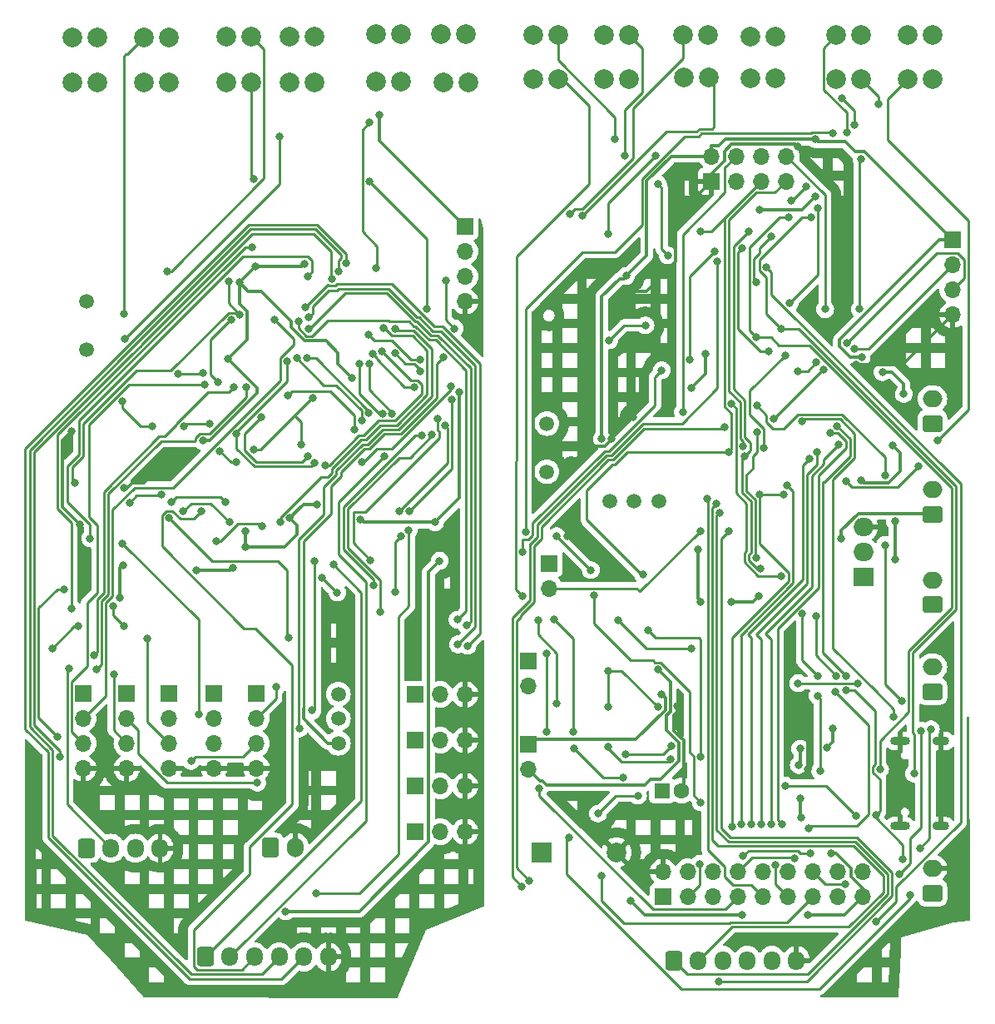
<source format=gbl>
%TF.GenerationSoftware,KiCad,Pcbnew,(7.0.0)*%
%TF.CreationDate,2024-03-11T20:32:41+02:00*%
%TF.ProjectId,quadraptor,71756164-7261-4707-946f-722e6b696361,rev?*%
%TF.SameCoordinates,Original*%
%TF.FileFunction,Copper,L2,Bot*%
%TF.FilePolarity,Positive*%
%FSLAX46Y46*%
G04 Gerber Fmt 4.6, Leading zero omitted, Abs format (unit mm)*
G04 Created by KiCad (PCBNEW (7.0.0)) date 2024-03-11 20:32:41*
%MOMM*%
%LPD*%
G01*
G04 APERTURE LIST*
G04 Aperture macros list*
%AMRoundRect*
0 Rectangle with rounded corners*
0 $1 Rounding radius*
0 $2 $3 $4 $5 $6 $7 $8 $9 X,Y pos of 4 corners*
0 Add a 4 corners polygon primitive as box body*
4,1,4,$2,$3,$4,$5,$6,$7,$8,$9,$2,$3,0*
0 Add four circle primitives for the rounded corners*
1,1,$1+$1,$2,$3*
1,1,$1+$1,$4,$5*
1,1,$1+$1,$6,$7*
1,1,$1+$1,$8,$9*
0 Add four rect primitives between the rounded corners*
20,1,$1+$1,$2,$3,$4,$5,0*
20,1,$1+$1,$4,$5,$6,$7,0*
20,1,$1+$1,$6,$7,$8,$9,0*
20,1,$1+$1,$8,$9,$2,$3,0*%
G04 Aperture macros list end*
%TA.AperFunction,ComponentPad*%
%ADD10O,2.000000X0.900000*%
%TD*%
%TA.AperFunction,ComponentPad*%
%ADD11O,1.700000X0.900000*%
%TD*%
%TA.AperFunction,ComponentPad*%
%ADD12RoundRect,0.250000X0.750000X-0.600000X0.750000X0.600000X-0.750000X0.600000X-0.750000X-0.600000X0*%
%TD*%
%TA.AperFunction,ComponentPad*%
%ADD13O,2.000000X1.700000*%
%TD*%
%TA.AperFunction,ComponentPad*%
%ADD14R,2.000000X2.000000*%
%TD*%
%TA.AperFunction,ComponentPad*%
%ADD15C,2.000000*%
%TD*%
%TA.AperFunction,ComponentPad*%
%ADD16R,1.700000X1.700000*%
%TD*%
%TA.AperFunction,ComponentPad*%
%ADD17O,1.700000X1.700000*%
%TD*%
%TA.AperFunction,ComponentPad*%
%ADD18RoundRect,0.250000X-0.600000X-0.750000X0.600000X-0.750000X0.600000X0.750000X-0.600000X0.750000X0*%
%TD*%
%TA.AperFunction,ComponentPad*%
%ADD19O,1.700000X2.000000*%
%TD*%
%TA.AperFunction,ComponentPad*%
%ADD20C,1.500000*%
%TD*%
%TA.AperFunction,ComponentPad*%
%ADD21RoundRect,0.250000X-0.600000X-0.725000X0.600000X-0.725000X0.600000X0.725000X-0.600000X0.725000X0*%
%TD*%
%TA.AperFunction,ComponentPad*%
%ADD22O,1.700000X1.950000*%
%TD*%
%TA.AperFunction,ComponentPad*%
%ADD23R,1.600000X1.600000*%
%TD*%
%TA.AperFunction,ComponentPad*%
%ADD24C,1.600000*%
%TD*%
%TA.AperFunction,ComponentPad*%
%ADD25R,2.000000X1.905000*%
%TD*%
%TA.AperFunction,ComponentPad*%
%ADD26O,2.000000X1.905000*%
%TD*%
%TA.AperFunction,ComponentPad*%
%ADD27C,1.508000*%
%TD*%
%TA.AperFunction,ViaPad*%
%ADD28C,0.800000*%
%TD*%
%TA.AperFunction,Conductor*%
%ADD29C,0.250000*%
%TD*%
%TA.AperFunction,Conductor*%
%ADD30C,0.300000*%
%TD*%
G04 APERTURE END LIST*
D10*
%TO.P,J26,S1,SHIELD*%
%TO.N,GND_APPboard*%
X154579999Y-135769999D03*
%TO.P,J26,S2,SHIELD*%
X154579999Y-127119999D03*
D11*
%TO.P,J26,S3,SHIELD*%
X158749999Y-135769999D03*
%TO.P,J26,S4,SHIELD*%
X158749999Y-127119999D03*
%TD*%
D12*
%TO.P,J17,1,Pin_1*%
%TO.N,12V_APPboard*%
X157861000Y-113228250D03*
D13*
%TO.P,J17,2,Pin_2*%
%TO.N,Net-(J15-Pin_2)*%
X157860999Y-110728249D03*
%TD*%
D14*
%TO.P,BZ1,1,-*%
%TO.N,/U2_PA1_ADC1*%
X118109999Y-138429999D03*
D15*
%TO.P,BZ1,2,+*%
%TO.N,GND_APPboard*%
X125710000Y-138430000D03*
%TD*%
%TO.P,TP7,1,1*%
%TO.N,/U1_PA5_ADC5*%
X92456000Y-55443250D03*
X94996000Y-55443250D03*
%TD*%
D12*
%TO.P,J14,1,Pin_1*%
%TO.N,12V_APPboard*%
X157861000Y-142565250D03*
D13*
%TO.P,J14,2,Pin_2*%
%TO.N,GND_APPboard*%
X157860999Y-140065249D03*
%TD*%
D16*
%TO.P,J8,1,Pin_1*%
%TO.N,/U1_PB7_USB2DP*%
X105221721Y-127018249D03*
D17*
%TO.P,J8,2,Pin_2*%
%TO.N,unconnected-(J8-Pin_2-Pad2)*%
X107761721Y-127018249D03*
%TO.P,J8,3,Pin_3*%
%TO.N,GND_Dboard*%
X110301721Y-127018249D03*
%TD*%
D18*
%TO.P,J2,1,Pin_1*%
%TO.N,12V_Dboard*%
X90494722Y-137958250D03*
D19*
%TO.P,J2,2,Pin_2*%
%TO.N,GND_Dboard*%
X92994721Y-137958249D03*
%TD*%
D20*
%TO.P,Y1,1,1*%
%TO.N,/U1_OSC_OUT_PD1*%
X71790222Y-87308250D03*
%TO.P,Y1,2,2*%
%TO.N,/U1_OSC_IN_PD0*%
X71790222Y-82408250D03*
%TD*%
D21*
%TO.P,J24,1,Pin_1*%
%TO.N,3.3V_Dboard*%
X71758722Y-138018250D03*
D22*
%TO.P,J24,2,Pin_2*%
%TO.N,/U1_PA9*%
X74258721Y-138018249D03*
%TO.P,J24,3,Pin_3*%
%TO.N,/U1_PA10*%
X76758721Y-138018249D03*
%TO.P,J24,4,Pin_4*%
%TO.N,GND_Dboard*%
X79258721Y-138018249D03*
%TD*%
D16*
%TO.P,J1,1,Pin_1*%
%TO.N,3.3V_Dboard*%
X110286721Y-74782249D03*
D17*
%TO.P,J1,2,Pin_2*%
%TO.N,/U1_PA13_SWDIO*%
X110286721Y-77322249D03*
%TO.P,J1,3,Pin_3*%
%TO.N,/U1_PA14_SWCLK*%
X110286721Y-79862249D03*
%TO.P,J1,4,Pin_4*%
%TO.N,GND_Dboard*%
X110286721Y-82402249D03*
%TD*%
D15*
%TO.P,TP11,1,1*%
%TO.N,/U2_PC14_OSC32IN*%
X132461000Y-55316250D03*
X135001000Y-55316250D03*
%TD*%
D16*
%TO.P,LS1,1,1*%
%TO.N,Net-(U8-LOUT+)*%
X116712999Y-118938249D03*
D17*
%TO.P,LS1,2,2*%
%TO.N,Net-(U8-LOUT-)*%
X116712999Y-121478249D03*
%TD*%
D16*
%TO.P,J9,1,Pin_1*%
%TO.N,/U1_PB6_USB2DM*%
X105221721Y-122368249D03*
D17*
%TO.P,J9,2,Pin_2*%
%TO.N,unconnected-(J9-Pin_2-Pad2)*%
X107761721Y-122368249D03*
%TO.P,J9,3,Pin_3*%
%TO.N,GND_Dboard*%
X110301721Y-122368249D03*
%TD*%
D16*
%TO.P,J13,1,Pin_1*%
%TO.N,3.3V_APPboard*%
X159892999Y-76144249D03*
D17*
%TO.P,J13,2,Pin_2*%
%TO.N,/U2_PA13_SWDIO*%
X159892999Y-78684249D03*
%TO.P,J13,3,Pin_3*%
%TO.N,/U2_PA14_SWCLK*%
X159892999Y-81224249D03*
%TO.P,J13,4,Pin_4*%
%TO.N,GND_APPboard*%
X159892999Y-83764249D03*
%TD*%
D15*
%TO.P,TP4,1,1*%
%TO.N,/U1_PC14_OSC32IN*%
X85979000Y-55443250D03*
X88519000Y-55443250D03*
%TD*%
D16*
%TO.P,LS2,1,1*%
%TO.N,Net-(U8-ROUT-)*%
X116712999Y-127447249D03*
D17*
%TO.P,LS2,2,2*%
%TO.N,Net-(U8-ROUT+)*%
X116712999Y-129987249D03*
%TD*%
D15*
%TO.P,TP6,1,1*%
%TO.N,/U1_PA6_ADC6*%
X77597000Y-60142250D03*
X80137000Y-60142250D03*
%TD*%
%TO.P,TP3,1,1*%
%TO.N,/U1_PC15_OSC32OUT*%
X77597000Y-55570250D03*
X80137000Y-55570250D03*
%TD*%
D12*
%TO.P,J16,1,Pin_1*%
%TO.N,12V_APPboard*%
X157844000Y-104064250D03*
D13*
%TO.P,J16,2,Pin_2*%
%TO.N,Net-(J15-Pin_2)*%
X157843999Y-101564249D03*
%TD*%
D15*
%TO.P,TP2,1,1*%
%TO.N,/U1_PB11*%
X101219000Y-55189250D03*
X103759000Y-55189250D03*
%TD*%
D23*
%TO.P,C35,1*%
%TO.N,5V_APPboard*%
X130333999Y-132151249D03*
D24*
%TO.P,C35,2*%
%TO.N,GND_APPboard*%
X132334000Y-132151250D03*
%TD*%
D16*
%TO.P,J10,1,Pin_1*%
%TO.N,5V_Dboard*%
X71424721Y-122270249D03*
D17*
%TO.P,J10,2,Pin_2*%
%TO.N,/U1_PC13_TAMPER_RTC*%
X71424721Y-124810249D03*
%TO.P,J10,3,Pin_3*%
%TO.N,/U1_PA2_ADC2*%
X71424721Y-127350249D03*
%TO.P,J10,4,Pin_4*%
%TO.N,GND_Dboard*%
X71424721Y-129890249D03*
%TD*%
D15*
%TO.P,TP12,1,1*%
%TO.N,/U2_PC15_OSC32OUT*%
X132588000Y-59634250D03*
X135128000Y-59634250D03*
%TD*%
D16*
%TO.P,J7,1,Pin_1*%
%TO.N,/U1_PB9*%
X105221721Y-131668249D03*
D17*
%TO.P,J7,2,Pin_2*%
%TO.N,unconnected-(J7-Pin_2-Pad2)*%
X107761721Y-131668249D03*
%TO.P,J7,3,Pin_3*%
%TO.N,GND_Dboard*%
X110301721Y-131668249D03*
%TD*%
D15*
%TO.P,TP9,1,1*%
%TO.N,/U2_PA6_ADC6*%
X124460000Y-55316250D03*
X127000000Y-55316250D03*
%TD*%
%TO.P,TP19,1,1*%
%TO.N,/U2_PA10*%
X117221000Y-59761250D03*
X119761000Y-59761250D03*
%TD*%
D16*
%TO.P,J22,1,Pin_1*%
%TO.N,5V_Dboard*%
X89077721Y-122270249D03*
D17*
%TO.P,J22,2,Pin_2*%
%TO.N,/U1_PA8*%
X89077721Y-124810249D03*
%TO.P,J22,3,Pin_3*%
%TO.N,/U1_PA15*%
X89077721Y-127350249D03*
%TO.P,J22,4,Pin_4*%
%TO.N,GND_Dboard*%
X89077721Y-129890249D03*
%TD*%
D25*
%TO.P,Q1,1,B*%
%TO.N,Net-(Q1-B)*%
X150804999Y-110434249D03*
D26*
%TO.P,Q1,2,C*%
%TO.N,Net-(J15-Pin_2)*%
X150804999Y-107894249D03*
%TO.P,Q1,3,E*%
%TO.N,GND_APPboard*%
X150804999Y-105354249D03*
%TD*%
D16*
%TO.P,J21,1,Pin_1*%
%TO.N,5V_Dboard*%
X84759721Y-122270249D03*
D17*
%TO.P,J21,2,Pin_2*%
%TO.N,/U1_PB5*%
X84759721Y-124810249D03*
%TO.P,J21,3,Pin_3*%
%TO.N,/U1_PA11_USB1DM*%
X84759721Y-127350249D03*
%TO.P,J21,4,Pin_4*%
%TO.N,GND_Dboard*%
X84759721Y-129890249D03*
%TD*%
D15*
%TO.P,TP15,1,1*%
%TO.N,/U2_PB6_USB2DM*%
X139319000Y-55457250D03*
X141859000Y-55457250D03*
%TD*%
%TO.P,TP5,1,1*%
%TO.N,/U1_PA7_ADC7*%
X85979000Y-60142250D03*
X88519000Y-60142250D03*
%TD*%
D16*
%TO.P,J19,1,Pin_1*%
%TO.N,5V_Dboard*%
X75869721Y-122270249D03*
D17*
%TO.P,J19,2,Pin_2*%
%TO.N,/U1_PB15*%
X75869721Y-124810249D03*
%TO.P,J19,3,Pin_3*%
%TO.N,/U1_PA3_ADC3*%
X75869721Y-127350249D03*
%TO.P,J19,4,Pin_4*%
%TO.N,GND_Dboard*%
X75869721Y-129890249D03*
%TD*%
D15*
%TO.P,TP24,1,1*%
%TO.N,5V_Dboard*%
X107823000Y-55189250D03*
X110363000Y-55189250D03*
%TD*%
D16*
%TO.P,J11,1,Pin_1*%
%TO.N,3.3V_APPboard*%
X130428999Y-142946249D03*
D17*
%TO.P,J11,2,Pin_2*%
%TO.N,GND_APPboard*%
X130428999Y-140406249D03*
%TO.P,J11,3,Pin_3*%
%TO.N,/U2_PB10*%
X132968999Y-142946249D03*
%TO.P,J11,4,Pin_4*%
%TO.N,/U2_PB11*%
X132968999Y-140406249D03*
%TO.P,J11,5,Pin_5*%
%TO.N,/U2_PA12_USB1DP*%
X135508999Y-142946249D03*
%TO.P,J11,6,Pin_6*%
%TO.N,/U2_PA11_USB1DM*%
X135508999Y-140406249D03*
%TO.P,J11,7,Pin_7*%
%TO.N,/U2_PA15*%
X138048999Y-142946249D03*
%TO.P,J11,8,Pin_8*%
%TO.N,/U2_PA8*%
X138048999Y-140406249D03*
%TO.P,J11,9,Pin_9*%
%TO.N,/U2_PA4_ADC4*%
X140588999Y-142946249D03*
%TO.P,J11,10,Pin_10*%
%TO.N,/U2_PB12*%
X140588999Y-140406249D03*
%TO.P,J11,11,Pin_11*%
%TO.N,/U2_PB13*%
X143128999Y-142946249D03*
%TO.P,J11,12,Pin_12*%
%TO.N,/U2_PB14*%
X143128999Y-140406249D03*
%TO.P,J11,13,Pin_13*%
%TO.N,/U2_PA9*%
X145668999Y-142946249D03*
%TO.P,J11,14,Pin_14*%
%TO.N,/U2_PB5*%
X145668999Y-140406249D03*
%TO.P,J11,15,Pin_15*%
%TO.N,/U2_PB8*%
X148208999Y-142946249D03*
%TO.P,J11,16,Pin_16*%
%TO.N,/U2_PA0_WKUP_ADC0*%
X148208999Y-140406249D03*
%TO.P,J11,17,Pin_17*%
%TO.N,3.3V_APPboard*%
X150748999Y-142946249D03*
%TO.P,J11,18,Pin_18*%
%TO.N,GND_APPboard*%
X150748999Y-140406249D03*
%TD*%
D15*
%TO.P,TP21,1,1*%
%TO.N,Net-(U14-Vout)*%
X155321000Y-55316250D03*
X157861000Y-55316250D03*
%TD*%
%TO.P,TP25,1,1*%
%TO.N,GND_Dboard*%
X108077000Y-60142250D03*
X110617000Y-60142250D03*
%TD*%
%TO.P,TP27,1,1*%
%TO.N,/U1_PB0_ADC8*%
X70358000Y-55570250D03*
X72898000Y-55570250D03*
%TD*%
D27*
%TO.P,SW3,1*%
%TO.N,12V_Dboard*%
X97409000Y-127341000D03*
%TO.P,SW3,2*%
%TO.N,Net-(U7-VI)*%
X97409000Y-124841000D03*
%TO.P,SW3,3*%
%TO.N,N/C*%
X97409000Y-122341000D03*
%TD*%
D16*
%TO.P,J12,1,Pin_1*%
%TO.N,GND_APPboard*%
X135381999Y-70175249D03*
D17*
%TO.P,J12,2,Pin_2*%
%TO.N,3.3V_APPboard*%
X135381999Y-67635249D03*
%TO.P,J12,3,Pin_3*%
%TO.N,/U2_PC14_OSC32IN*%
X137921999Y-70175249D03*
%TO.P,J12,4,Pin_4*%
%TO.N,/U2_PC13_TAMPER_RTC*%
X137921999Y-67635249D03*
%TO.P,J12,5,Pin_5*%
%TO.N,/U2_PA5_ADC5*%
X140461999Y-70175249D03*
%TO.P,J12,6,Pin_6*%
%TO.N,/U2_PA7_ADC7*%
X140461999Y-67635249D03*
%TO.P,J12,7,Pin_7*%
%TO.N,/U2_PA6_ADC6*%
X143001999Y-70175249D03*
%TO.P,J12,8,Pin_8*%
%TO.N,/U2_PB15*%
X143001999Y-67635249D03*
%TD*%
D21*
%TO.P,J23,1,Pin_1*%
%TO.N,/U1_PB0_ADC8*%
X83870722Y-149067250D03*
D22*
%TO.P,J23,2,Pin_2*%
%TO.N,/U1_PB1_ADC9*%
X86370721Y-149067249D03*
%TO.P,J23,3,Pin_3*%
%TO.N,/U1_PB2_BOOT1*%
X88870721Y-149067249D03*
%TO.P,J23,4,Pin_4*%
%TO.N,/U1_PB3*%
X91370721Y-149067249D03*
%TO.P,J23,5,Pin_5*%
%TO.N,/U1_PB4*%
X93870721Y-149067249D03*
%TO.P,J23,6,Pin_6*%
%TO.N,GND_Dboard*%
X96370721Y-149067249D03*
%TD*%
D15*
%TO.P,TP17,1,1*%
%TO.N,/U2_PB2_BOOT1*%
X148082000Y-55316250D03*
X150622000Y-55316250D03*
%TD*%
D12*
%TO.P,J18,1,Pin_1*%
%TO.N,12V_APPboard*%
X157861000Y-122078250D03*
D13*
%TO.P,J18,2,Pin_2*%
%TO.N,Net-(J15-Pin_2)*%
X157860999Y-119578249D03*
%TD*%
D15*
%TO.P,TP28,1,1*%
%TO.N,/U1_PB1_ADC9*%
X70358000Y-60142250D03*
X72898000Y-60142250D03*
%TD*%
%TO.P,TP1,1,1*%
%TO.N,/U1_PB10*%
X92456000Y-60142250D03*
X94996000Y-60142250D03*
%TD*%
D20*
%TO.P,Y2,1,1*%
%TO.N,/U2_OSC_OUT_PD1*%
X118618000Y-99732000D03*
%TO.P,Y2,2,2*%
%TO.N,/U2_OSC_IN_PD0*%
X118618000Y-94832000D03*
%TD*%
D15*
%TO.P,TP8,1,1*%
%TO.N,/U2_PA5_ADC5*%
X117221000Y-55316250D03*
X119761000Y-55316250D03*
%TD*%
%TO.P,TP13,1,1*%
%TO.N,/U2_PB10*%
X155321000Y-59761250D03*
X157861000Y-59761250D03*
%TD*%
D27*
%TO.P,SW4,1,A*%
%TO.N,Net-(D5-K)*%
X125008000Y-102743000D03*
%TO.P,SW4,2,B*%
%TO.N,Net-(D6-K)*%
X127508000Y-102743000D03*
%TO.P,SW4,3,C*%
%TO.N,unconnected-(SW4-C-Pad3)*%
X130008000Y-102743000D03*
%TD*%
D15*
%TO.P,TP10,1,1*%
%TO.N,/U2_PA7_ADC7*%
X124460000Y-59761250D03*
X127000000Y-59761250D03*
%TD*%
D21*
%TO.P,J5,1,Pin_1*%
%TO.N,/U2_PB1_ADC9*%
X131518000Y-149423250D03*
D22*
%TO.P,J5,2,Pin_2*%
%TO.N,/U2_PB0_ADC8*%
X134017999Y-149423249D03*
%TO.P,J5,3,Pin_3*%
%TO.N,/U2_PB2_BOOT1*%
X136517999Y-149423249D03*
%TO.P,J5,4,Pin_4*%
%TO.N,/U2_PB4*%
X139017999Y-149423249D03*
%TO.P,J5,5,Pin_5*%
%TO.N,/U2_PB3*%
X141517999Y-149423249D03*
%TO.P,J5,6,Pin_6*%
%TO.N,GND_APPboard*%
X144017999Y-149423249D03*
%TD*%
D12*
%TO.P,J15,1,Pin_1*%
%TO.N,12V_APPboard*%
X157861000Y-94813250D03*
D13*
%TO.P,J15,2,Pin_2*%
%TO.N,Net-(J15-Pin_2)*%
X157860999Y-92313249D03*
%TD*%
D15*
%TO.P,TP23,1,1*%
%TO.N,3.3V_Dboard*%
X101219000Y-60071000D03*
X103759000Y-60071000D03*
%TD*%
D16*
%TO.P,J6,1,Pin_1*%
%TO.N,/U1_PB8*%
X105221721Y-136318249D03*
D17*
%TO.P,J6,2,Pin_2*%
%TO.N,unconnected-(J6-Pin_2-Pad2)*%
X107761721Y-136318249D03*
%TO.P,J6,3,Pin_3*%
%TO.N,GND_Dboard*%
X110301721Y-136318249D03*
%TD*%
D15*
%TO.P,TP16,1,1*%
%TO.N,/U2_PB7_USB2DP*%
X139319000Y-59690000D03*
X141859000Y-59690000D03*
%TD*%
D16*
%TO.P,J25,1,Pin_1*%
%TO.N,/U2_PA2_ADC2*%
X118871999Y-109037249D03*
D17*
%TO.P,J25,2,Pin_2*%
%TO.N,/U2_PA3_ADC3*%
X118871999Y-111577249D03*
%TD*%
D16*
%TO.P,J20,1,Pin_1*%
%TO.N,5V_Dboard*%
X80187721Y-122270249D03*
D17*
%TO.P,J20,2,Pin_2*%
%TO.N,/U1_PB13*%
X80187721Y-124810249D03*
%TO.P,J20,3,Pin_3*%
%TO.N,/U1_PA1_ADC1*%
X80187721Y-127350249D03*
%TO.P,J20,4,Pin_4*%
%TO.N,GND_Dboard*%
X80187721Y-129890249D03*
%TD*%
D15*
%TO.P,TP14,1,1*%
%TO.N,/U2_PB11*%
X148082000Y-59761250D03*
X150622000Y-59761250D03*
%TD*%
D28*
%TO.N,/U2_PA5_ADC5*%
X150114000Y-134747000D03*
%TO.N,/U1_PB12*%
X100965000Y-111233750D03*
X92329000Y-116586000D03*
%TO.N,/U1_PA11_USB1DM*%
X93434500Y-125857000D03*
%TO.N,/U1_PB14*%
X97282000Y-112014000D03*
X100680372Y-108742628D03*
X95720500Y-110490000D03*
%TO.N,/U1_PA1_ADC1*%
X77978000Y-116725500D03*
%TO.N,GND_APPboard*%
X150069500Y-88844250D03*
X124714000Y-108656250D03*
X120732500Y-106238253D03*
X121098800Y-99508800D03*
X125603000Y-82804000D03*
X127381000Y-94178250D03*
X145034000Y-126563250D03*
X131920500Y-123585628D03*
X125222000Y-96337250D03*
X145161000Y-129992250D03*
X144145000Y-66675000D03*
%TO.N,3.3V_Dboard*%
X86649222Y-109533250D03*
X87314765Y-80472207D03*
X87948972Y-105761000D03*
X107238722Y-104871250D03*
X109678222Y-91638250D03*
X101600000Y-63444250D03*
X92456386Y-104440379D03*
X86156722Y-88234250D03*
X75171945Y-112564250D03*
X107696000Y-108783250D03*
X95186972Y-103068250D03*
X98806000Y-90191750D03*
X99657215Y-104579464D03*
X82966222Y-109787250D03*
X75473222Y-109217750D03*
X83582942Y-96582906D03*
X88950722Y-78836250D03*
X93980000Y-78557250D03*
X87948972Y-107412000D03*
X92033660Y-144428910D03*
%TO.N,Net-(U10-REGOUT)*%
X84963000Y-106777000D03*
X89591974Y-105260998D03*
%TO.N,Net-(U6-C1)*%
X76130312Y-102883938D03*
X79388679Y-102076397D03*
%TO.N,3.3V_APPboard*%
X154051000Y-108618750D03*
X144526000Y-134874000D03*
X138462174Y-144819750D03*
X150659500Y-88037465D03*
X147155500Y-127762000D03*
X140302826Y-73119826D03*
X144432601Y-132978234D03*
X126682500Y-79819500D03*
X124206000Y-96393000D03*
X147741370Y-125849506D03*
X144253331Y-129573750D03*
X133350000Y-91186000D03*
X150622000Y-100584000D03*
X145161000Y-144780000D03*
X147574000Y-138557000D03*
X134747000Y-87757000D03*
X144399000Y-127889000D03*
X127127000Y-143396750D03*
X145923000Y-65913000D03*
X154051000Y-104775000D03*
X154940000Y-91821000D03*
X153797000Y-97028000D03*
X152781000Y-89593750D03*
X145923000Y-71755000D03*
%TO.N,5V_APPboard*%
X133350000Y-117729000D03*
X125857000Y-114808000D03*
X124841000Y-123642250D03*
X124841000Y-119959250D03*
X129921000Y-123642250D03*
%TO.N,Net-(U14-Vout)*%
X123081500Y-109728000D03*
X116459000Y-105880500D03*
X147701000Y-65278000D03*
X119610424Y-106275424D03*
X134276500Y-133350000D03*
X123444000Y-112301750D03*
%TO.N,/U2_PB7_USB2DP*%
X152527000Y-129992250D03*
X139954000Y-86050250D03*
X143510000Y-72136000D03*
X143256000Y-73869326D03*
X145021500Y-70679348D03*
%TO.N,/U2_PB6_USB2DM*%
X155993500Y-130429000D03*
X148678813Y-61760187D03*
X142494000Y-85161250D03*
X149897500Y-64417625D03*
X145490000Y-73847749D03*
%TO.N,/U2_PC15_OSC32OUT*%
X122259250Y-73701750D03*
%TO.N,/U2_PA7_ADC7*%
X146177000Y-122499250D03*
X129662701Y-67559701D03*
X146431000Y-130137500D03*
X144593800Y-114185050D03*
X140358050Y-109559700D03*
X138738327Y-98123229D03*
X139192000Y-75255250D03*
X146177000Y-120504750D03*
X124841000Y-75565000D03*
%TO.N,/U2_PA5_ADC5*%
X137128500Y-97731435D03*
X130937000Y-77724000D03*
X128905000Y-115824000D03*
X128397000Y-110182201D03*
X125565500Y-65913000D03*
X134276500Y-75255250D03*
X134276500Y-128738424D03*
X142875000Y-131643250D03*
X129921000Y-70485000D03*
%TO.N,/U2_PA6_ADC6*%
X126551200Y-67623200D03*
X138577500Y-97136750D03*
%TO.N,/U2_PB1_ADC9*%
X136175500Y-103930707D03*
%TO.N,/U2_PB0_ADC8*%
X135890000Y-102941250D03*
%TO.N,/U2_PB2_BOOT1*%
X136144000Y-151582250D03*
X137128500Y-105739590D03*
X140719283Y-97282000D03*
X146214500Y-72898000D03*
X142860375Y-87869376D03*
X149119977Y-65256023D03*
X143352372Y-82580628D03*
%TO.N,/U2_PB4*%
X116840000Y-141295250D03*
X136678500Y-95227750D03*
%TO.N,/U2_PB3*%
X116072161Y-141935116D03*
X138453049Y-77018799D03*
X135959578Y-78303250D03*
X141228299Y-87451549D03*
%TO.N,/U1_PB8*%
X93348910Y-84395341D03*
X109524722Y-114777250D03*
%TO.N,/U1_PB9*%
X110464673Y-115352701D03*
X94411722Y-85186250D03*
%TO.N,/U1_PB7_USB2DP*%
X94411722Y-84043250D03*
X109554818Y-117279933D03*
%TO.N,/U1_PB6_USB2DM*%
X110540722Y-117444250D03*
X94030722Y-83027250D03*
%TO.N,/U1_PC13_TAMPER_RTC*%
X90932000Y-84272250D03*
%TO.N,/U1_PA2_ADC2*%
X83820000Y-90876250D03*
%TO.N,/U2_PB10*%
X156464000Y-99187000D03*
X140295023Y-102012273D03*
X149098000Y-100711000D03*
X158369000Y-96520000D03*
X142748000Y-102052250D03*
X137488658Y-135860750D03*
X134175059Y-139602211D03*
%TO.N,/U2_PB11*%
X143022585Y-101091204D03*
X152400000Y-62357000D03*
X150622000Y-67945000D03*
X138438216Y-135548750D03*
X150454430Y-83204250D03*
%TO.N,/U2_PA12_USB1DP*%
X144554096Y-94604367D03*
X153919701Y-124653951D03*
X154463500Y-140626451D03*
X156718000Y-126055250D03*
%TO.N,/U2_PA11_USB1DM*%
X148073402Y-120504750D03*
X145992496Y-114440750D03*
X139994783Y-95687750D03*
X138602935Y-138827716D03*
X139895497Y-108460753D03*
X147998500Y-122118250D03*
X145288000Y-136017000D03*
X145415000Y-138557000D03*
%TO.N,/U2_PA15*%
X116173500Y-107894250D03*
X133185500Y-88336250D03*
X117738500Y-114808000D03*
X135725500Y-77331544D03*
X139953500Y-80465750D03*
X117859500Y-131897250D03*
X141478000Y-75819000D03*
X119634000Y-123261250D03*
X130302000Y-89408000D03*
%TO.N,/U2_PA8*%
X147457888Y-95791860D03*
X143853500Y-139007822D03*
X142525614Y-135548750D03*
%TO.N,/U2_PC14_OSC32IN*%
X124968000Y-86360000D03*
X128651000Y-84836000D03*
X120921357Y-73533000D03*
%TO.N,/U2_PC13_TAMPER_RTC*%
X132461000Y-93701750D03*
%TO.N,/U2_PB15*%
X146939000Y-83204250D03*
%TO.N,/U2_PA13_SWDIO*%
X146807003Y-89357247D03*
X149945201Y-87235049D03*
X141678398Y-94353624D03*
%TO.N,/U2_PA14_SWCLK*%
X149150737Y-86628558D03*
X146045003Y-88595247D03*
X144144500Y-89483793D03*
%TO.N,/U1_PB15*%
X89141500Y-131338763D03*
X96083413Y-99068750D03*
X94996000Y-108783250D03*
X101837143Y-87466483D03*
X94750299Y-124014951D03*
%TO.N,/U1_PA3_ADC3*%
X72771000Y-119832250D03*
X88001884Y-91139366D03*
X74549000Y-120340250D03*
%TO.N,/U1_PB13*%
X100567092Y-88714092D03*
X101689500Y-113971769D03*
X102872910Y-93806542D03*
X106915418Y-95949238D03*
%TO.N,/U1_PB14*%
X105156000Y-91130250D03*
X100859396Y-87758287D03*
X107524563Y-94343858D03*
%TO.N,/U1_PB5*%
X75438000Y-107005250D03*
X94258222Y-79827250D03*
X72136000Y-106497250D03*
X83185000Y-124359750D03*
%TO.N,/U1_PB12*%
X105918000Y-96013750D03*
X101872685Y-93806750D03*
X99568000Y-88742750D03*
%TO.N,/U1_PA8*%
X108249063Y-95050614D03*
X91061062Y-121612312D03*
X103137825Y-87687021D03*
X103632000Y-103703250D03*
X105700652Y-89483207D03*
X103138500Y-111958250D03*
X103759000Y-106243250D03*
%TO.N,/U1_PA15*%
X69056500Y-128722250D03*
X96750456Y-80108131D03*
X82423000Y-129140750D03*
%TO.N,/U1_PB0_ADC8*%
X96911107Y-109174353D03*
X93167839Y-88187166D03*
X99784500Y-94470980D03*
%TO.N,/U1_PB1_ADC9*%
X94191499Y-88186228D03*
X100511198Y-93784750D03*
X102102460Y-98110406D03*
%TO.N,/U1_PB2_BOOT1*%
X83439000Y-103703250D03*
%TO.N,/U1_PB3*%
X97409000Y-79356250D03*
%TO.N,/U1_PB4*%
X98171000Y-78544750D03*
%TO.N,/U1_PA9*%
X69977000Y-119705250D03*
X86741000Y-91130250D03*
X72557722Y-118364000D03*
%TO.N,/U1_PA10*%
X108966000Y-92400250D03*
X105700652Y-88336250D03*
X100457000Y-85781750D03*
X104644051Y-103715798D03*
X95123000Y-142565250D03*
X104574565Y-105665445D03*
%TO.N,Net-(U8-ROUT-)*%
X130302000Y-122372250D03*
%TO.N,Net-(U8-ROUT+)*%
X129921000Y-119832250D03*
%TO.N,/U1_PB10*%
X81661000Y-95133406D03*
X85339701Y-97602951D03*
X91440000Y-65665750D03*
X94758222Y-92261250D03*
X78486000Y-95120750D03*
X88778566Y-97450830D03*
X84323701Y-94808951D03*
X75692000Y-86180750D03*
X75450263Y-92524981D03*
X86995000Y-98750250D03*
X93634222Y-96960250D03*
%TO.N,/U1_PB11*%
X99822000Y-98750250D03*
X101219000Y-79027750D03*
X109232500Y-85161250D03*
X108331000Y-80312750D03*
X100584000Y-64206250D03*
X108844839Y-91008116D03*
%TO.N,Net-(U8-INL)*%
X124841000Y-127706250D03*
X131191000Y-128976250D03*
%TO.N,Net-(U8-INR)*%
X126619000Y-128468250D03*
X131318000Y-127579250D03*
%TO.N,/U2_PB9*%
X137409078Y-92789993D03*
X142494000Y-110307250D03*
%TO.N,/U1_PC15_OSC32OUT*%
X85112161Y-90608689D03*
X86522222Y-84281750D03*
X75565000Y-83637250D03*
%TO.N,/U1_PC14_OSC32IN*%
X70577500Y-100824410D03*
X80010000Y-79319250D03*
X86233000Y-80335250D03*
X87362006Y-83739750D03*
%TO.N,/U1_PA7_ADC7*%
X88646000Y-76906250D03*
X70231000Y-113609250D03*
X94255599Y-98160602D03*
X88773000Y-69921250D03*
X89546258Y-94189508D03*
%TO.N,/U1_PA6_ADC6*%
X92207222Y-88463250D03*
X68807500Y-126690250D03*
X87041813Y-95876062D03*
X94979815Y-98849453D03*
X69506500Y-111677142D03*
%TO.N,/U1_PA5_ADC5*%
X99060000Y-95448250D03*
X74457222Y-113364250D03*
X92237222Y-92007250D03*
X70954479Y-115404254D03*
X75565000Y-115464750D03*
X68258201Y-117669799D03*
%TO.N,/U2_PA9*%
X118618000Y-126206750D03*
X118618000Y-118188750D03*
X124206000Y-140856750D03*
%TO.N,/U2_PB5*%
X148971000Y-141676250D03*
X139968444Y-93020978D03*
X154702500Y-123007250D03*
X156591000Y-137993250D03*
X153035000Y-100076000D03*
X153035000Y-107169750D03*
X157707457Y-125913899D03*
%TO.N,/U2_PB8*%
X152157046Y-145497295D03*
X140970000Y-78938250D03*
%TO.N,/U2_PA10*%
X120904000Y-136906000D03*
X121412000Y-127889000D03*
X116167500Y-112395000D03*
X127889000Y-132671750D03*
X152101180Y-134673419D03*
X149098000Y-120504750D03*
X155559222Y-142732222D03*
X126365000Y-130822500D03*
X121285000Y-126206750D03*
X119347826Y-114775826D03*
X154850500Y-139158676D03*
X148173538Y-95067360D03*
X123825000Y-134493000D03*
X149098000Y-121953750D03*
%TO.N,/U1_PA1_ADC1*%
X83605521Y-89725549D03*
X81071619Y-89731647D03*
%TO.N,/U1_PA11_USB1DM*%
X103159634Y-85192750D03*
%TO.N,/U1_PB12*%
X80179725Y-104431342D03*
%TO.N,/U1_PA12_USB1DP*%
X91475222Y-104834250D03*
X101982665Y-85101750D03*
%TO.N,/U2_PA3_ADC3*%
X134239000Y-105747750D03*
%TO.N,/U2_PA4_ADC4*%
X134963500Y-102433250D03*
%TO.N,/U2_PB12*%
X139437719Y-135548750D03*
X145347200Y-98406750D03*
%TO.N,/U2_PB13*%
X141861907Y-139702310D03*
X140437222Y-135548750D03*
X146064723Y-97710929D03*
%TO.N,/U2_PB14*%
X141436725Y-135548750D03*
X148331701Y-96967951D03*
%TO.N,/hmc5883_SDA*%
X80400803Y-102784831D03*
X85916972Y-102840000D03*
%TO.N,/hmc5883_SCL*%
X81595245Y-103755773D03*
X86319949Y-104850023D03*
%TO.N,GND_Dboard*%
X71082500Y-105100250D03*
X78232000Y-100274250D03*
X70281722Y-95600250D03*
X80366472Y-97662500D03*
X75574430Y-101389917D03*
%TO.N,12V_APPboard*%
X134275477Y-112943227D03*
X140208000Y-112339250D03*
X133985000Y-107640250D03*
X137350000Y-112974250D03*
X148590000Y-106497250D03*
%TO.N,12V_Dboard*%
X100584000Y-70175250D03*
X108072003Y-88087247D03*
X106404023Y-83151227D03*
%TO.N,Net-(D6-K)*%
X150241000Y-121229250D03*
X144199500Y-121229250D03*
%TD*%
D29*
%TO.N,Net-(U10-REGOUT)*%
X89366976Y-105036000D02*
X89591974Y-105260998D01*
X85418277Y-106777000D02*
X87159277Y-105036000D01*
X84963000Y-106777000D02*
X85418277Y-106777000D01*
X87159277Y-105036000D02*
X89366976Y-105036000D01*
%TO.N,/U1_PA5_ADC5*%
X70954479Y-115404254D02*
X70523746Y-115404254D01*
X70523746Y-115404254D02*
X68258201Y-117669799D01*
%TO.N,/U2_PA5_ADC5*%
X150114000Y-134747000D02*
X147010250Y-131643250D01*
X147010250Y-131643250D02*
X142875000Y-131643250D01*
%TO.N,/U2_PA11_USB1DM*%
X151352000Y-134588500D02*
X151352000Y-129505549D01*
X150177500Y-135763000D02*
X151352000Y-134588500D01*
X145288000Y-136017000D02*
X145542000Y-135763000D01*
X145542000Y-135763000D02*
X150177500Y-135763000D01*
X151352000Y-129505549D02*
X151384000Y-129473549D01*
%TO.N,/U2_PA10*%
X151294000Y-123298250D02*
X149949500Y-121953750D01*
X151294000Y-123307555D02*
X151294000Y-123298250D01*
X151718695Y-123732250D02*
X151294000Y-123307555D01*
X151728000Y-123732250D02*
X151718695Y-123732250D01*
X152019000Y-124023250D02*
X151728000Y-123732250D01*
X152019000Y-129474945D02*
X152019000Y-124023250D01*
X151802000Y-129691945D02*
X152019000Y-129474945D01*
X152527000Y-131017555D02*
X151802000Y-130292555D01*
X152527000Y-134247599D02*
X152527000Y-131017555D01*
X152101180Y-134673419D02*
X152527000Y-134247599D01*
X154850500Y-137686516D02*
X154850500Y-139158676D01*
X152101180Y-134673419D02*
X152101180Y-134937196D01*
X152101180Y-134937196D02*
X154850500Y-137686516D01*
X149949500Y-121953750D02*
X149098000Y-121953750D01*
X151802000Y-130292555D02*
X151802000Y-129691945D01*
%TO.N,/U2_PA7_ADC7*%
X146431000Y-122753250D02*
X146177000Y-122499250D01*
X146431000Y-130137500D02*
X146431000Y-122753250D01*
D30*
%TO.N,3.3V_APPboard*%
X144399000Y-134747000D02*
X144526000Y-134874000D01*
X144399000Y-133011835D02*
X144399000Y-134747000D01*
X144432601Y-132978234D02*
X144399000Y-133011835D01*
D29*
%TO.N,/U2_PA5_ADC5*%
X126762308Y-97731435D02*
X137128500Y-97731435D01*
X125314000Y-98968000D02*
X125525743Y-98968000D01*
X122682000Y-104626504D02*
X122682000Y-101600000D01*
X128237697Y-110182201D02*
X122682000Y-104626504D01*
X128397000Y-110182201D02*
X128237697Y-110182201D01*
X122682000Y-101600000D02*
X125314000Y-98968000D01*
X125525743Y-98968000D02*
X126762308Y-97731435D01*
X134045250Y-116586000D02*
X134239000Y-116779750D01*
X129667000Y-116586000D02*
X134045250Y-116586000D01*
X134239000Y-128700924D02*
X134276500Y-128738424D01*
X128905000Y-115824000D02*
X129667000Y-116586000D01*
X134239000Y-116779750D02*
X134239000Y-128700924D01*
%TO.N,/U2_PB2_BOOT1*%
X153739000Y-140461757D02*
X153739000Y-142890743D01*
X153739000Y-142890743D02*
X145047493Y-151582250D01*
X150172243Y-136895000D02*
X153739000Y-140461757D01*
X136351000Y-135968604D02*
X137277396Y-136895000D01*
X136351000Y-106517090D02*
X136351000Y-135968604D01*
X137277396Y-136895000D02*
X150172243Y-136895000D01*
X137128500Y-105739590D02*
X136351000Y-106517090D01*
X145047493Y-151582250D02*
X136144000Y-151582250D01*
%TO.N,/U2_PB1_ADC9*%
X132915000Y-150820250D02*
X131518000Y-149423250D01*
X153289000Y-142704347D02*
X145173097Y-150820250D01*
X149985847Y-137345000D02*
X153289000Y-140648153D01*
X137091000Y-137345000D02*
X149985847Y-137345000D01*
X153289000Y-140648153D02*
X153289000Y-142704347D01*
X135901000Y-136155000D02*
X137091000Y-137345000D01*
X135901000Y-104205207D02*
X135901000Y-136155000D01*
X136175500Y-103930707D02*
X135901000Y-104205207D01*
X145173097Y-150820250D02*
X132915000Y-150820250D01*
%TO.N,/U2_PB0_ADC8*%
X137447000Y-145994250D02*
X134018000Y-149423250D01*
X149362701Y-145994250D02*
X137447000Y-145994250D01*
X152839000Y-142517951D02*
X149362701Y-145994250D01*
X152839000Y-140834549D02*
X152839000Y-142517951D01*
X149799451Y-137795000D02*
X152839000Y-140834549D01*
X145079945Y-137797250D02*
X145082195Y-137795000D01*
X138142414Y-137797250D02*
X145079945Y-137797250D01*
X138140164Y-137795000D02*
X138142414Y-137797250D01*
X136035250Y-137795000D02*
X138140164Y-137795000D01*
X135451000Y-103380250D02*
X135451000Y-137210750D01*
X135890000Y-102941250D02*
X135451000Y-103380250D01*
X135451000Y-137210750D02*
X136035250Y-137795000D01*
X145082195Y-137795000D02*
X149799451Y-137795000D01*
%TO.N,/U2_PB7_USB2DP*%
X141409000Y-86050250D02*
X139954000Y-86050250D01*
X142240000Y-86881250D02*
X141409000Y-86050250D01*
X159824000Y-101349646D02*
X145355604Y-86881250D01*
X159824000Y-113525354D02*
X159824000Y-101349646D01*
X155427000Y-117922354D02*
X159824000Y-113525354D01*
X145355604Y-86881250D02*
X142240000Y-86881250D01*
X155427000Y-124171250D02*
X155427000Y-117922354D01*
X152527000Y-127071250D02*
X155427000Y-124171250D01*
X152527000Y-129992250D02*
X152527000Y-127071250D01*
%TO.N,/U2_PB6_USB2DM*%
X144272000Y-85161250D02*
X142494000Y-85161250D01*
X160274000Y-113711750D02*
X160274000Y-101163250D01*
X160274000Y-101163250D02*
X144272000Y-85161250D01*
X155877000Y-118108750D02*
X160274000Y-113711750D01*
X156032000Y-126410984D02*
X155877000Y-126255984D01*
X155993500Y-130429000D02*
X156032000Y-130390500D01*
X156032000Y-130390500D02*
X156032000Y-126410984D01*
X155877000Y-126255984D02*
X155877000Y-118108750D01*
%TO.N,/U2_PA12_USB1DP*%
X155575000Y-139514951D02*
X154463500Y-140626451D01*
X155575000Y-137033000D02*
X155575000Y-139514951D01*
X156718000Y-135890000D02*
X155575000Y-137033000D01*
X156718000Y-126055250D02*
X156718000Y-135890000D01*
%TO.N,/U1_PB12*%
X100965000Y-111233750D02*
X100965000Y-110688250D01*
X92202000Y-116459000D02*
X92329000Y-116586000D01*
X92202000Y-109728000D02*
X92202000Y-116459000D01*
%TO.N,/U1_PB2_BOOT1*%
X87570722Y-150367250D02*
X88870722Y-149067250D01*
X82695722Y-150030423D02*
X83032549Y-150367250D01*
X83032549Y-150367250D02*
X87570722Y-150367250D01*
X82695722Y-146356528D02*
X82695722Y-150030423D01*
X88392000Y-140660250D02*
X82695722Y-146356528D01*
X88392000Y-137897799D02*
X88392000Y-140660250D01*
X92710000Y-133579799D02*
X88392000Y-137897799D01*
X92710000Y-119380000D02*
X92710000Y-133579799D01*
X88977922Y-115647922D02*
X92710000Y-119380000D01*
X79454725Y-107301058D02*
X87801589Y-115647922D01*
X79454725Y-104131037D02*
X79454725Y-107301058D01*
X79879420Y-103706342D02*
X79454725Y-104131037D01*
X80521092Y-103706342D02*
X79879420Y-103706342D01*
X87801589Y-115647922D02*
X88977922Y-115647922D01*
X81295523Y-104480773D02*
X80521092Y-103706342D01*
X82661477Y-104480773D02*
X81295523Y-104480773D01*
X83439000Y-103703250D02*
X82661477Y-104480773D01*
%TO.N,/U1_PB12*%
X91282250Y-108808250D02*
X92202000Y-109728000D01*
X84556633Y-108808250D02*
X91282250Y-108808250D01*
X80179725Y-104431342D02*
X84556633Y-108808250D01*
%TO.N,/U1_PA11_USB1DM*%
X93378934Y-125801434D02*
X93434500Y-125857000D01*
X93378934Y-106590789D02*
X93378934Y-125801434D01*
X95911472Y-104058251D02*
X93378934Y-106590789D01*
%TO.N,/U1_PB14*%
X97244500Y-112014000D02*
X95720500Y-110490000D01*
X98919786Y-106982042D02*
X100680372Y-108742628D01*
X98919786Y-104867340D02*
X98919786Y-106982042D01*
%TO.N,/U1_PA5_ADC5*%
X74457222Y-114356972D02*
X74457222Y-113364250D01*
X75565000Y-115464750D02*
X74457222Y-114356972D01*
%TO.N,/U1_PA6_ADC6*%
X66882000Y-113563750D02*
X66882000Y-124764750D01*
X66882000Y-124764750D02*
X68807500Y-126690250D01*
X68768608Y-111677142D02*
X66882000Y-113563750D01*
X69506500Y-111677142D02*
X68768608Y-111677142D01*
%TO.N,/U1_PA1_ADC1*%
X77978000Y-116725500D02*
X77978000Y-125140528D01*
X77978000Y-125140528D02*
X80187722Y-127350250D01*
%TO.N,/U1_PA9*%
X86270000Y-91601250D02*
X86741000Y-91130250D01*
X84167851Y-91601250D02*
X86270000Y-91601250D01*
X80936000Y-94833101D02*
X84167851Y-91601250D01*
X80936000Y-94903250D02*
X80936000Y-94833101D01*
X79698000Y-96141250D02*
X80936000Y-94903250D01*
X79161396Y-96141250D02*
X79698000Y-96141250D01*
X72832222Y-112691153D02*
X73522000Y-112001375D01*
X73522000Y-101780646D02*
X79161396Y-96141250D01*
X72832222Y-118089500D02*
X72832222Y-112691153D01*
X72557722Y-118364000D02*
X72832222Y-118089500D01*
X73522000Y-112001375D02*
X73522000Y-101780646D01*
%TO.N,/U1_PB10*%
X77291651Y-95120750D02*
X78486000Y-95120750D01*
X75450263Y-92524981D02*
X75450263Y-93279362D01*
X75450263Y-93279362D02*
X77291651Y-95120750D01*
%TO.N,/U1_PA15*%
X69056500Y-128137757D02*
X69056500Y-128722250D01*
X66432000Y-125513257D02*
X69056500Y-128137757D01*
X66432000Y-97726042D02*
X66432000Y-125513257D01*
X77317000Y-86853847D02*
X76365097Y-87805750D01*
X88648792Y-75509250D02*
X77317000Y-86841042D01*
X76365097Y-87805750D02*
X76352292Y-87805750D01*
X96647000Y-77287250D02*
X94869000Y-75509250D01*
X77317000Y-86841042D02*
X77317000Y-86853847D01*
X96647000Y-80004675D02*
X96647000Y-77287250D01*
X96750456Y-80108131D02*
X96647000Y-80004675D01*
X94869000Y-75509250D02*
X88648792Y-75509250D01*
X76352292Y-87805750D02*
X66432000Y-97726042D01*
%TO.N,/U1_PB3*%
X89617722Y-150820250D02*
X91370722Y-149067250D01*
X82422549Y-150820250D02*
X89617722Y-150820250D01*
X68331500Y-136729201D02*
X82422549Y-150820250D01*
X68331500Y-128049153D02*
X68331500Y-136729201D01*
X65982000Y-125699653D02*
X68331500Y-128049153D01*
X76165896Y-87355750D02*
X65982000Y-97539646D01*
X65982000Y-97539646D02*
X65982000Y-125699653D01*
X76178701Y-87355750D02*
X76165896Y-87355750D01*
X76867000Y-86667451D02*
X76178701Y-87355750D01*
X76867000Y-86654646D02*
X76867000Y-86667451D01*
X88462396Y-75059250D02*
X76867000Y-86654646D01*
X97652581Y-78037864D02*
X97652581Y-77656435D01*
X97652581Y-77656435D02*
X95055396Y-75059250D01*
X97446000Y-78244445D02*
X97652581Y-78037864D01*
X97446000Y-78845055D02*
X97446000Y-78244445D01*
X95055396Y-75059250D02*
X88462396Y-75059250D01*
X97409000Y-78882055D02*
X97446000Y-78845055D01*
X97409000Y-79356250D02*
X97409000Y-78882055D01*
%TO.N,/U1_PB4*%
X91609722Y-151328250D02*
X93870722Y-149067250D01*
X82294153Y-151328250D02*
X91609722Y-151328250D01*
X67881500Y-136915597D02*
X82294153Y-151328250D01*
X67881500Y-128235549D02*
X67881500Y-136915597D01*
X65532000Y-125886049D02*
X67881500Y-128235549D01*
X65532000Y-97353250D02*
X65532000Y-125886049D01*
X75992305Y-86905750D02*
X75979500Y-86905750D01*
X88276000Y-74609250D02*
X76417000Y-86468250D01*
X75979500Y-86905750D02*
X65532000Y-97353250D01*
X95241792Y-74609250D02*
X88276000Y-74609250D01*
X76417000Y-86468250D02*
X76417000Y-86481055D01*
X76417000Y-86481055D02*
X75992305Y-86905750D01*
X98171000Y-77538458D02*
X95241792Y-74609250D01*
X98171000Y-78544750D02*
X98171000Y-77538458D01*
D30*
%TO.N,GND_APPboard*%
X123150497Y-108656250D02*
X124714000Y-108656250D01*
X131699000Y-73858250D02*
X135382000Y-70175250D01*
X131572000Y-126065483D02*
X132568000Y-127061483D01*
X131445000Y-78684250D02*
X131445000Y-78557250D01*
X121098800Y-99508800D02*
X121098800Y-99373200D01*
X125222000Y-96337250D02*
X127381000Y-94178250D01*
X128722250Y-81407000D02*
X131445000Y-78684250D01*
X125222000Y-96437661D02*
X125222000Y-96337250D01*
X136722000Y-68132307D02*
X135382000Y-69472307D01*
X135382000Y-69472307D02*
X135382000Y-70175250D01*
X126746000Y-81407000D02*
X128722250Y-81407000D01*
X144145000Y-66675000D02*
X143905250Y-66435250D01*
X136722000Y-67138193D02*
X136722000Y-68132307D01*
X154813000Y-88844250D02*
X159893000Y-83764250D01*
X150069500Y-88844250D02*
X154813000Y-88844250D01*
X137424943Y-66435250D02*
X136722000Y-67138193D01*
X131699000Y-78303250D02*
X131699000Y-73858250D01*
X145161000Y-129992250D02*
X145161000Y-126690250D01*
X123329000Y-97143000D02*
X124516661Y-97143000D01*
X124516661Y-97143000D02*
X125222000Y-96437661D01*
X120732500Y-106238253D02*
X123150497Y-108656250D01*
X121098800Y-99373200D02*
X123329000Y-97143000D01*
X131445000Y-78557250D02*
X131699000Y-78303250D01*
X131572000Y-124466124D02*
X131572000Y-126065483D01*
X132568000Y-127061483D02*
X132568000Y-131917250D01*
X132568000Y-131917250D02*
X132334000Y-132151250D01*
X143905250Y-66435250D02*
X137424943Y-66435250D01*
X145161000Y-126690250D02*
X145034000Y-126563250D01*
X131920500Y-124117624D02*
X131572000Y-124466124D01*
X131920500Y-123585628D02*
X131920500Y-124117624D01*
X125603000Y-82550000D02*
X126746000Y-81407000D01*
X125603000Y-82804000D02*
X125603000Y-82550000D01*
%TO.N,3.3V_Dboard*%
X99511062Y-144428910D02*
X92033660Y-144428910D01*
X92598910Y-84415160D02*
X89560000Y-81376250D01*
X109716000Y-102393972D02*
X107238722Y-104871250D01*
X82966222Y-109787250D02*
X86395222Y-109787250D01*
X96131000Y-86423250D02*
X93951665Y-86423250D01*
X93980000Y-78557250D02*
X93701000Y-78836250D01*
X109716000Y-91676028D02*
X109716000Y-102393972D01*
X93155972Y-106142000D02*
X91885972Y-107412000D01*
X92456386Y-104440379D02*
X93155972Y-105139965D01*
X75171945Y-109519027D02*
X75473222Y-109217750D01*
X92598910Y-85070495D02*
X92598910Y-84415160D01*
X75171945Y-112564250D02*
X75171945Y-109519027D01*
X93951665Y-86423250D02*
X92598910Y-85070495D01*
X87314765Y-80472207D02*
X87314765Y-82631848D01*
X106561722Y-109917528D02*
X106561722Y-137378250D01*
X88112006Y-83429089D02*
X88112006Y-86278966D01*
X93828515Y-103068250D02*
X92456386Y-104440379D01*
X91885972Y-107412000D02*
X87948972Y-107412000D01*
X106561722Y-137378250D02*
X99511062Y-144428910D01*
X88218808Y-81376250D02*
X87314765Y-80472207D01*
X87948972Y-105761000D02*
X87948972Y-107412000D01*
X101600000Y-63444250D02*
X101600000Y-66095528D01*
X109678222Y-91638250D02*
X109716000Y-91676028D01*
X93701000Y-78836250D02*
X88950722Y-78836250D01*
X99657215Y-104579464D02*
X99949001Y-104871250D01*
X87314765Y-80472207D02*
X88950722Y-78836250D01*
X88112006Y-86278966D02*
X86156722Y-88234250D01*
X107696000Y-108783250D02*
X106561722Y-109917528D01*
X89154000Y-91231528D02*
X86156722Y-88234250D01*
X86395222Y-109787250D02*
X86649222Y-109533250D01*
X89560000Y-81376250D02*
X88218808Y-81376250D01*
X101600000Y-66095528D02*
X110286722Y-74782250D01*
X83582942Y-96582906D02*
X84285066Y-96582906D01*
X99949001Y-104871250D02*
X107238722Y-104871250D01*
X93155972Y-105139965D02*
X93155972Y-106142000D01*
X98806000Y-90191750D02*
X97332722Y-88718472D01*
X84285066Y-96582906D02*
X89154000Y-91713972D01*
X97332722Y-87624972D02*
X96131000Y-86423250D01*
X87314765Y-82631848D02*
X88112006Y-83429089D01*
X97332722Y-88718472D02*
X97332722Y-87624972D01*
X89154000Y-91713972D02*
X89154000Y-91231528D01*
X95186972Y-103068250D02*
X93828515Y-103068250D01*
D29*
%TO.N,Net-(U6-C1)*%
X76130312Y-102883938D02*
X76881250Y-102133000D01*
X79332076Y-102133000D02*
X79388679Y-102076397D01*
X76881250Y-102133000D02*
X79332076Y-102133000D01*
D30*
%TO.N,3.3V_APPboard*%
X126238000Y-80081250D02*
X126420750Y-80081250D01*
X154940000Y-90805000D02*
X154940000Y-91821000D01*
X135382000Y-66548000D02*
X136144000Y-66548000D01*
X135382000Y-67635250D02*
X135382000Y-66548000D01*
X124206000Y-81900695D02*
X126025445Y-80081250D01*
X136144000Y-66548000D02*
X136756750Y-65935250D01*
X145923000Y-65913000D02*
X146177000Y-66167000D01*
X128778000Y-77724000D02*
X128778000Y-70140752D01*
X148915250Y-144780000D02*
X145161000Y-144780000D01*
X150864000Y-100826000D02*
X153428000Y-100826000D01*
X128778000Y-70140752D02*
X131283502Y-67635250D01*
X128550000Y-144819750D02*
X127127000Y-143396750D01*
X154559000Y-97790000D02*
X153797000Y-97028000D01*
X143846339Y-65913000D02*
X145923000Y-65913000D01*
X158574384Y-76144250D02*
X159893000Y-76144250D01*
X134747000Y-89789000D02*
X134747000Y-87757000D01*
X147741370Y-125849506D02*
X147741370Y-127176130D01*
X138462174Y-144819750D02*
X128550000Y-144819750D01*
X153428000Y-100826000D02*
X154559000Y-99695000D01*
X146177000Y-66167000D02*
X148971000Y-66167000D01*
X154559000Y-99695000D02*
X154559000Y-97790000D01*
X144399000Y-129428081D02*
X144253331Y-129573750D01*
X126420750Y-80081250D02*
X126682500Y-79819500D01*
X149549000Y-140049193D02*
X149549000Y-140903307D01*
X150622000Y-100584000D02*
X150864000Y-100826000D01*
X144399000Y-127889000D02*
X144399000Y-129428081D01*
X154051000Y-108618750D02*
X154051000Y-104775000D01*
X147741370Y-127176130D02*
X147155500Y-127762000D01*
X136756750Y-65935250D02*
X143824089Y-65935250D01*
X148056807Y-138557000D02*
X149549000Y-140049193D01*
X140302826Y-73119826D02*
X144558174Y-73119826D01*
X153728750Y-89593750D02*
X154940000Y-90805000D01*
X150749000Y-142103307D02*
X150749000Y-142946250D01*
X150943750Y-67195000D02*
X159893000Y-76144250D01*
X126682500Y-79819500D02*
X128778000Y-77724000D01*
X149498983Y-88037465D02*
X148400737Y-86939219D01*
X149999000Y-67195000D02*
X150943750Y-67195000D01*
X150749000Y-142946250D02*
X148915250Y-144780000D01*
X148400737Y-86317897D02*
X158574384Y-76144250D01*
X149549000Y-140903307D02*
X150749000Y-142103307D01*
X143824089Y-65935250D02*
X143846339Y-65913000D01*
X148400737Y-86939219D02*
X148400737Y-86317897D01*
X131283502Y-67635250D02*
X135382000Y-67635250D01*
X150659500Y-88037465D02*
X149498983Y-88037465D01*
X133350000Y-91186000D02*
X134747000Y-89789000D01*
X126025445Y-80081250D02*
X126238000Y-80081250D01*
X148971000Y-66167000D02*
X149999000Y-67195000D01*
X144558174Y-73119826D02*
X145923000Y-71755000D01*
X152781000Y-89593750D02*
X153728750Y-89593750D01*
X147574000Y-138557000D02*
X148056807Y-138557000D01*
X124206000Y-96393000D02*
X124206000Y-81900695D01*
D29*
%TO.N,5V_APPboard*%
X126238000Y-119959250D02*
X129921000Y-123642250D01*
X124841000Y-119959250D02*
X124841000Y-123642250D01*
X124841000Y-119959250D02*
X126238000Y-119959250D01*
X128778000Y-117729000D02*
X125857000Y-114808000D01*
X133350000Y-117729000D02*
X128778000Y-117729000D01*
%TO.N,Net-(U14-Vout)*%
X134276500Y-133350000D02*
X133551500Y-132625000D01*
X133186677Y-122072622D02*
X130221305Y-119107250D01*
X129385445Y-118872000D02*
X127127000Y-118872000D01*
X123081500Y-109728000D02*
X119628924Y-106275424D01*
X134333000Y-65311000D02*
X134043000Y-65601000D01*
X133551500Y-128649820D02*
X133186677Y-128284997D01*
X130221305Y-119107250D02*
X129620695Y-119107250D01*
X129620695Y-119107250D02*
X129385445Y-118872000D01*
X116459000Y-83184293D02*
X116459000Y-105880500D01*
X128303000Y-69944000D02*
X128303000Y-74643000D01*
X123444000Y-115189000D02*
X123444000Y-112301750D01*
X147611000Y-65188000D02*
X145622695Y-65188000D01*
X119628924Y-106275424D02*
X119610424Y-106275424D01*
X132646000Y-65601000D02*
X128303000Y-69944000D01*
X122263293Y-77380000D02*
X116459000Y-83184293D01*
X128303000Y-74643000D02*
X125566000Y-77380000D01*
X127127000Y-118872000D02*
X123444000Y-115189000D01*
X145622695Y-65188000D02*
X145499695Y-65311000D01*
X145499695Y-65311000D02*
X134333000Y-65311000D01*
X147701000Y-65278000D02*
X147611000Y-65188000D01*
X133551500Y-132625000D02*
X133551500Y-128649820D01*
X125566000Y-77380000D02*
X122263293Y-77380000D01*
X134043000Y-65601000D02*
X132646000Y-65601000D01*
X133186677Y-128284997D02*
X133186677Y-122072622D01*
%TO.N,/U2_PB7_USB2DP*%
X143510000Y-72136000D02*
X143564848Y-72136000D01*
X142284674Y-73869326D02*
X143256000Y-73869326D01*
X139954000Y-86050250D02*
X139229000Y-85325250D01*
X139229000Y-76925000D02*
X142284674Y-73869326D01*
X143564848Y-72136000D02*
X145021500Y-70679348D01*
X139229000Y-85325250D02*
X139229000Y-76925000D01*
%TO.N,/U2_PB6_USB2DM*%
X140245000Y-79238555D02*
X140245000Y-78149951D01*
X142494000Y-85161250D02*
X140970000Y-83637250D01*
X140970000Y-79963555D02*
X140245000Y-79238555D01*
X140970000Y-83637250D02*
X140970000Y-79963555D01*
X140245000Y-78149951D02*
X144547202Y-73847749D01*
X149897500Y-62978874D02*
X148678813Y-61760187D01*
X144547202Y-73847749D02*
X145490000Y-73847749D01*
X149897500Y-64417625D02*
X149897500Y-62978874D01*
%TO.N,/U2_PC15_OSC32OUT*%
X130810000Y-65151000D02*
X133856604Y-65151000D01*
X134146604Y-64861000D02*
X135412027Y-64861000D01*
X135636000Y-64637027D02*
X135636000Y-60142250D01*
X135636000Y-60142250D02*
X135128000Y-59634250D01*
X133856604Y-65151000D02*
X134146604Y-64861000D01*
X135412027Y-64861000D02*
X135636000Y-64637027D01*
X122259250Y-73701750D02*
X130810000Y-65151000D01*
%TO.N,/U2_PA7_ADC7*%
X138738327Y-98123229D02*
X139319000Y-97542556D01*
X138497305Y-101876256D02*
X139377000Y-102755951D01*
X138738327Y-98123229D02*
X138497305Y-98364251D01*
X139170497Y-108160448D02*
X139170497Y-108760351D01*
X144593800Y-114185050D02*
X144593800Y-118921550D01*
X138753000Y-96194432D02*
X138753000Y-92472214D01*
X139170497Y-108760351D02*
X139969846Y-109559700D01*
X139319000Y-97542556D02*
X139319000Y-96760432D01*
X139319000Y-96760432D02*
X138753000Y-96194432D01*
X137610000Y-76837250D02*
X139192000Y-75255250D01*
X138753000Y-92472214D02*
X137610000Y-91329214D01*
X124841000Y-72381402D02*
X124841000Y-75565000D01*
X139377000Y-102755951D02*
X139377000Y-107953945D01*
X137610000Y-91329214D02*
X137610000Y-76837250D01*
X139969846Y-109559700D02*
X140358050Y-109559700D01*
X129662701Y-67559701D02*
X124841000Y-72381402D01*
X144593800Y-118921550D02*
X146177000Y-120504750D01*
X139377000Y-107953945D02*
X139170497Y-108160448D01*
X138497305Y-98364251D02*
X138497305Y-101876256D01*
%TO.N,/U2_PA5_ADC5*%
X125565500Y-63691917D02*
X119761000Y-57887417D01*
X119761000Y-57887417D02*
X119761000Y-55316250D01*
X137403000Y-93809220D02*
X136684078Y-93090298D01*
X137403000Y-97456935D02*
X137403000Y-93809220D01*
X134276500Y-75255250D02*
X135382000Y-75255250D01*
X130302000Y-77089000D02*
X130302000Y-70866000D01*
X130937000Y-77724000D02*
X130302000Y-77089000D01*
X137033000Y-73604250D02*
X140462000Y-70175250D01*
X130302000Y-70866000D02*
X129921000Y-70485000D01*
X137128500Y-97731435D02*
X137403000Y-97456935D01*
X125565500Y-65913000D02*
X125565500Y-63691917D01*
X136684078Y-73953172D02*
X137033000Y-73604250D01*
X136684078Y-93090298D02*
X136684078Y-73953172D01*
X135382000Y-75255250D02*
X137033000Y-73604250D01*
%TO.N,/U2_PA6_ADC6*%
X126551200Y-62952877D02*
X126551200Y-67623200D01*
X127000000Y-55316250D02*
X128325000Y-56641250D01*
X137160000Y-91515610D02*
X137160000Y-74113646D01*
X137160000Y-74113646D02*
X139923396Y-71350250D01*
X138303000Y-92658610D02*
X137160000Y-91515610D01*
X128325000Y-56641250D02*
X128325000Y-61179077D01*
X138577500Y-96655328D02*
X138303000Y-96380828D01*
X138303000Y-96380828D02*
X138303000Y-92658610D01*
X128325000Y-61179077D02*
X126551200Y-62952877D01*
X141827000Y-71350250D02*
X143002000Y-70175250D01*
X138577500Y-97136750D02*
X138577500Y-96655328D01*
X139923396Y-71350250D02*
X141827000Y-71350250D01*
%TO.N,/U2_PB2_BOOT1*%
X140719283Y-95386945D02*
X139243444Y-93911106D01*
X146757000Y-56641250D02*
X148082000Y-55316250D01*
X140719283Y-97282000D02*
X140719283Y-95386945D01*
X143352372Y-82580628D02*
X146214500Y-79718500D01*
X149119977Y-65256023D02*
X149119977Y-63225950D01*
X139243444Y-93911106D02*
X139243444Y-91486307D01*
X149119977Y-63225950D02*
X146757000Y-60862973D01*
X139243444Y-91486307D02*
X142860375Y-87869376D01*
X146214500Y-79718500D02*
X146214500Y-72898000D01*
X146757000Y-60862973D02*
X146757000Y-56641250D01*
%TO.N,/U2_PB4*%
X115538000Y-139993250D02*
X116840000Y-141295250D01*
X117348000Y-107289597D02*
X117348000Y-112974250D01*
X136678500Y-95227750D02*
X136585000Y-95321250D01*
X115988000Y-114461250D02*
X115538000Y-114911250D01*
X115538000Y-114911250D02*
X115538000Y-139993250D01*
X136585000Y-95321250D02*
X128536097Y-95321250D01*
X118084000Y-105311792D02*
X118084000Y-106553597D01*
X124877792Y-98518000D02*
X118084000Y-105311792D01*
X118084000Y-106553597D02*
X117348000Y-107289597D01*
X125339347Y-98518000D02*
X124877792Y-98518000D01*
X128536097Y-95321250D02*
X125339347Y-98518000D01*
X115988000Y-114334250D02*
X115988000Y-114461250D01*
X117348000Y-112974250D02*
X115988000Y-114334250D01*
%TO.N,/U2_PB3*%
X116898000Y-107055500D02*
X116945701Y-107055500D01*
X117634000Y-105125396D02*
X124691396Y-98068000D01*
X128407701Y-94813250D02*
X132374805Y-94813250D01*
X116072161Y-141935116D02*
X115088000Y-140950955D01*
X116898000Y-112787854D02*
X116898000Y-107055500D01*
X135959578Y-91228477D02*
X135959578Y-78303250D01*
X116945701Y-107055500D02*
X117634000Y-106367201D01*
X117634000Y-106367201D02*
X117634000Y-105125396D01*
X124691396Y-98068000D02*
X125152951Y-98068000D01*
X140329994Y-87451549D02*
X141228299Y-87451549D01*
X125152951Y-98068000D02*
X128407701Y-94813250D01*
X138453049Y-77018799D02*
X138060000Y-77411848D01*
X138060000Y-85181555D02*
X140329994Y-87451549D01*
X138060000Y-77411848D02*
X138060000Y-85181555D01*
X132374805Y-94813250D02*
X135959578Y-91228477D01*
X115088000Y-140950955D02*
X115088000Y-114597854D01*
X115088000Y-114597854D02*
X116898000Y-112787854D01*
%TO.N,/U1_PB8*%
X102555527Y-84468250D02*
X104587208Y-84468250D01*
X96316722Y-84377250D02*
X102464527Y-84377250D01*
X102464527Y-84377250D02*
X102555527Y-84468250D01*
X94148417Y-85948250D02*
X94745722Y-85948250D01*
X107322111Y-86312757D02*
X110402722Y-89393368D01*
X104587208Y-84468250D02*
X105037208Y-84918250D01*
X110402722Y-89393368D02*
X110402722Y-113899250D01*
X93348910Y-85148743D02*
X94148417Y-85948250D01*
X106631060Y-86312757D02*
X107322111Y-86312757D01*
X94745722Y-85948250D02*
X96316722Y-84377250D01*
X105037208Y-84918250D02*
X105236553Y-84918250D01*
X110402722Y-113899250D02*
X109524722Y-114777250D01*
X105236553Y-84918250D02*
X106631060Y-86312757D01*
X93348910Y-84395341D02*
X93348910Y-85148743D01*
%TO.N,/U1_PB9*%
X110852722Y-89206972D02*
X110852722Y-114964652D01*
X102302604Y-81547250D02*
X105223604Y-84468250D01*
X105422949Y-84468250D02*
X106817456Y-85862757D01*
X94411722Y-85186250D02*
X94463000Y-85186250D01*
X106817456Y-85862757D02*
X107508507Y-85862757D01*
X98102000Y-81547250D02*
X102302604Y-81547250D01*
X105223604Y-84468250D02*
X105422949Y-84468250D01*
X110852722Y-114964652D02*
X110464673Y-115352701D01*
X107508507Y-85862757D02*
X110852722Y-89206972D01*
X94463000Y-85186250D02*
X98102000Y-81547250D01*
%TO.N,/U1_PB7_USB2DP*%
X102489000Y-81097250D02*
X105410000Y-84018250D01*
X107003852Y-85412757D02*
X107819111Y-85412757D01*
X94755722Y-83699250D02*
X94755722Y-82938646D01*
X109562039Y-117279933D02*
X109554818Y-117279933D01*
X111302722Y-115539250D02*
X109562039Y-117279933D01*
X97423038Y-81097250D02*
X102489000Y-81097250D01*
X105609345Y-84018250D02*
X107003852Y-85412757D01*
X111302722Y-88896368D02*
X111302722Y-115539250D01*
X96411237Y-81283131D02*
X97237157Y-81283131D01*
X94411722Y-84043250D02*
X94755722Y-83699250D01*
X94755722Y-82938646D02*
X96411237Y-81283131D01*
X105410000Y-84018250D02*
X105609345Y-84018250D01*
X107819111Y-85412757D02*
X111302722Y-88896368D01*
X97237157Y-81283131D02*
X97423038Y-81097250D01*
%TO.N,/U1_PB6_USB2DM*%
X108005507Y-84962757D02*
X107190248Y-84962757D01*
X97294642Y-80589250D02*
X97050761Y-80833131D01*
X102816741Y-80589250D02*
X97294642Y-80589250D01*
X97050761Y-80833131D02*
X96450151Y-80833131D01*
X107190248Y-84962757D02*
X102816741Y-80589250D01*
X111810722Y-116174250D02*
X111810722Y-88767972D01*
X110540722Y-117444250D02*
X111810722Y-116174250D01*
X96337496Y-80720476D02*
X94030722Y-83027250D01*
X111810722Y-88767972D02*
X108005507Y-84962757D01*
X96450151Y-80833131D02*
X96337496Y-80720476D01*
%TO.N,/U1_PC13_TAMPER_RTC*%
X73732222Y-122502750D02*
X71424722Y-124810250D01*
X80541880Y-101351397D02*
X76637548Y-101351397D01*
X91482222Y-90411055D02*
X80541880Y-101351397D01*
X74422000Y-112374167D02*
X73732222Y-113063945D01*
X90932000Y-84272250D02*
X92837000Y-86177250D01*
X92837000Y-86808167D02*
X91482222Y-88162945D01*
X73732222Y-113063945D02*
X73732222Y-122502750D01*
X74422000Y-103566945D02*
X74422000Y-112374167D01*
X91482222Y-88162945D02*
X91482222Y-90411055D01*
X92837000Y-86177250D02*
X92837000Y-86808167D01*
X76637548Y-101351397D02*
X74422000Y-103566945D01*
%TO.N,/U1_PA2_ADC2*%
X70231000Y-121113972D02*
X70231000Y-126156528D01*
X71829500Y-119515472D02*
X70231000Y-121113972D01*
X71829500Y-113057479D02*
X71829500Y-119515472D01*
X72009000Y-94941646D02*
X72009000Y-104365049D01*
X83820000Y-90876250D02*
X76074396Y-90876250D01*
X72009000Y-104365049D02*
X72861000Y-105217049D01*
X76074396Y-90876250D02*
X72009000Y-94941646D01*
X70231000Y-126156528D02*
X71424722Y-127350250D01*
X72861000Y-112025979D02*
X71829500Y-113057479D01*
X72861000Y-105217049D02*
X72861000Y-112025979D01*
%TO.N,/U2_PB10*%
X134175059Y-139602211D02*
X134175059Y-141740191D01*
X143219000Y-110852250D02*
X143219000Y-110006945D01*
X149696000Y-101309000D02*
X154342000Y-101309000D01*
X161518000Y-93371000D02*
X161518000Y-74212322D01*
X140335000Y-102052250D02*
X140295023Y-102012273D01*
X137481800Y-135853892D02*
X137481800Y-116589450D01*
X134175059Y-141740191D02*
X132969000Y-142946250D01*
X137481800Y-116589450D02*
X143219000Y-110852250D01*
X137488658Y-135860750D02*
X137481800Y-135853892D01*
X143219000Y-110006945D02*
X140295023Y-107082968D01*
X158369000Y-96520000D02*
X161518000Y-93371000D01*
X149098000Y-100711000D02*
X149696000Y-101309000D01*
X153289000Y-65983322D02*
X153289000Y-61793250D01*
X154342000Y-101309000D02*
X156464000Y-99187000D01*
X142748000Y-102052250D02*
X140335000Y-102052250D01*
X153289000Y-61793250D02*
X155321000Y-59761250D01*
X140295023Y-107082968D02*
X140295023Y-102012273D01*
X161518000Y-74212322D02*
X153289000Y-65983322D01*
%TO.N,/U2_PB11*%
X150454430Y-83204250D02*
X150454430Y-68112570D01*
X152400000Y-61539250D02*
X150622000Y-59761250D01*
X150454430Y-68112570D02*
X150622000Y-67945000D01*
X152400000Y-62357000D02*
X152400000Y-61539250D01*
X143669000Y-111038646D02*
X138303698Y-116403948D01*
X138438216Y-116538466D02*
X138438216Y-135548750D01*
X143022585Y-101091204D02*
X143669000Y-101737619D01*
X143669000Y-101737619D02*
X143669000Y-111038646D01*
X138303698Y-116403948D02*
X138438216Y-116538466D01*
%TO.N,/U2_PA12_USB1DP*%
X148473843Y-94342360D02*
X149956701Y-95825218D01*
X144554096Y-94604367D02*
X144816103Y-94342360D01*
X152019000Y-121981945D02*
X153919701Y-123882646D01*
X147746448Y-117709393D02*
X152019000Y-121981945D01*
X149956701Y-95825218D02*
X149956701Y-98305941D01*
X149956701Y-98305941D02*
X147746448Y-100516194D01*
X153919701Y-123882646D02*
X153919701Y-124653951D01*
X147746448Y-100516194D02*
X147746448Y-117709393D01*
X144816103Y-94342360D02*
X148473843Y-94342360D01*
%TO.N,/U2_PA11_USB1DM*%
X147998500Y-122118250D02*
X151384000Y-125503750D01*
X139994783Y-97749217D02*
X139573000Y-98171000D01*
X144427983Y-138557000D02*
X144118233Y-138247250D01*
X139573000Y-99394555D02*
X138947305Y-100020250D01*
X145992496Y-114440750D02*
X145992496Y-118423844D01*
X138947305Y-100020250D02*
X138947305Y-101689860D01*
X138947305Y-101689860D02*
X139827000Y-102569555D01*
X145992496Y-118423844D02*
X148073402Y-120504750D01*
X139827000Y-108392256D02*
X139895497Y-108460753D01*
X144118233Y-138247250D02*
X139183401Y-138247250D01*
X151384000Y-125503750D02*
X151384000Y-129473549D01*
X151384000Y-129473549D02*
X151363201Y-129473549D01*
X139827000Y-102569555D02*
X139827000Y-108392256D01*
X139183401Y-138247250D02*
X138602935Y-138827716D01*
X139573000Y-98171000D02*
X139573000Y-99394555D01*
X145415000Y-138557000D02*
X144427983Y-138557000D01*
X139994783Y-95687750D02*
X139994783Y-97749217D01*
%TO.N,/U2_PA15*%
X139679000Y-80191250D02*
X139953500Y-80465750D01*
X116173500Y-106605500D02*
X116173500Y-107894250D01*
X117184000Y-106180805D02*
X116759305Y-106605500D01*
X133185500Y-79871544D02*
X133185500Y-88336250D01*
X129629500Y-92955055D02*
X124966555Y-97618000D01*
X124505000Y-97618000D02*
X117184000Y-104939000D01*
X130302000Y-89408000D02*
X129629500Y-90080500D01*
X140298000Y-77460555D02*
X139679000Y-78079555D01*
X140298000Y-76999000D02*
X140298000Y-77460555D01*
X119634000Y-118179445D02*
X119634000Y-123261250D01*
X117859500Y-132662750D02*
X117859500Y-131897250D01*
X129629500Y-90080500D02*
X129629500Y-92955055D01*
X139679000Y-78079555D02*
X139679000Y-80191250D01*
X117738500Y-116283945D02*
X119634000Y-118179445D01*
X136779000Y-144216250D02*
X129413000Y-144216250D01*
X116759305Y-106605500D02*
X116173500Y-106605500D01*
X117738500Y-114808000D02*
X117738500Y-116283945D01*
X135725500Y-77331544D02*
X133185500Y-79871544D01*
X141478000Y-75819000D02*
X140298000Y-76999000D01*
X117184000Y-104939000D02*
X117184000Y-106180805D01*
X124966555Y-97618000D02*
X124505000Y-97618000D01*
X138049000Y-142946250D02*
X136779000Y-144216250D01*
X129413000Y-144216250D02*
X117859500Y-132662750D01*
%TO.N,/U2_PA8*%
X143853500Y-139007822D02*
X143822988Y-138977310D01*
X146266996Y-111487254D02*
X142113000Y-115641250D01*
X149056701Y-96667646D02*
X149056701Y-97320542D01*
X148180915Y-95791860D02*
X149056701Y-96667646D01*
X139477940Y-138977310D02*
X138049000Y-140406250D01*
X142113000Y-135136136D02*
X142525614Y-135548750D01*
X143822988Y-138977310D02*
X139477940Y-138977310D01*
X146266996Y-100110247D02*
X146266996Y-111487254D01*
X149056701Y-97320542D02*
X146266996Y-100110247D01*
X147457888Y-95791860D02*
X148180915Y-95791860D01*
X142113000Y-115641250D02*
X142113000Y-135136136D01*
%TO.N,/U2_PC14_OSC32IN*%
X126492000Y-84836000D02*
X124968000Y-86360000D01*
X128651000Y-84836000D02*
X126492000Y-84836000D01*
X120768402Y-73701750D02*
X121493402Y-72976750D01*
X127383000Y-62757473D02*
X132461000Y-57679473D01*
X121493402Y-72976750D02*
X122222250Y-72976750D01*
X122222250Y-72976750D02*
X127383000Y-67816000D01*
X127383000Y-67816000D02*
X127383000Y-62757473D01*
X132461000Y-57679473D02*
X132461000Y-55316250D01*
%TO.N,/U2_PC13_TAMPER_RTC*%
X136747000Y-71350250D02*
X136747000Y-68810250D01*
X132461000Y-93701750D02*
X132461000Y-75636250D01*
X132461000Y-75636250D02*
X136747000Y-71350250D01*
X136747000Y-68810250D02*
X137922000Y-67635250D01*
%TO.N,/U2_PB15*%
X146939000Y-83204250D02*
X146939000Y-71572250D01*
X146939000Y-71572250D02*
X143002000Y-67635250D01*
%TO.N,/U2_PA13_SWDIO*%
X151342201Y-87235049D02*
X159893000Y-78684250D01*
X146674775Y-89357247D02*
X146807003Y-89357247D01*
X141678398Y-94353624D02*
X146674775Y-89357247D01*
X149945201Y-87235049D02*
X151342201Y-87235049D01*
%TO.N,/U2_PA14_SWCLK*%
X144144500Y-89483793D02*
X145156457Y-89483793D01*
X145156457Y-89483793D02*
X146045003Y-88595247D01*
X158270045Y-77509250D02*
X160379701Y-77509250D01*
X149150737Y-86628558D02*
X158270045Y-77509250D01*
X161068000Y-80049250D02*
X159893000Y-81224250D01*
X160379701Y-77509250D02*
X161068000Y-78197549D01*
X161068000Y-78197549D02*
X161068000Y-80049250D01*
%TO.N,/U1_PB15*%
X104775910Y-90405250D02*
X101837143Y-87466483D01*
X103173215Y-94531542D02*
X105916604Y-91788153D01*
X105916604Y-91788153D02*
X105916604Y-90865549D01*
X77044722Y-125985250D02*
X75869722Y-124810250D01*
X105916604Y-90865549D02*
X105456305Y-90405250D01*
X96455500Y-99068750D02*
X99488844Y-96035406D01*
X77044722Y-128408951D02*
X77044722Y-125985250D01*
X99996844Y-96035406D02*
X101500708Y-94531542D01*
X99488844Y-96035406D02*
X99996844Y-96035406D01*
X79974534Y-131338763D02*
X77044722Y-128408951D01*
X101500708Y-94531542D02*
X103173215Y-94531542D01*
X94996000Y-123769250D02*
X94750299Y-124014951D01*
X94996000Y-108783250D02*
X94996000Y-123769250D01*
X89141500Y-131338763D02*
X79974534Y-131338763D01*
X96083413Y-99068750D02*
X96455500Y-99068750D01*
X105456305Y-90405250D02*
X104775910Y-90405250D01*
%TO.N,/U1_PA3_ADC3*%
X79347792Y-96591250D02*
X73972000Y-101967042D01*
X82857942Y-96537308D02*
X82804000Y-96591250D01*
X73282222Y-112877549D02*
X73282222Y-119321028D01*
X88001884Y-91139366D02*
X88001884Y-92155366D01*
X82857942Y-96282601D02*
X82857942Y-96537308D01*
X83282637Y-95857906D02*
X82857942Y-96282601D01*
X73282222Y-119321028D02*
X72771000Y-119832250D01*
X73972000Y-112187771D02*
X73282222Y-112877549D01*
X84299344Y-95857906D02*
X83282637Y-95857906D01*
X88001884Y-92155366D02*
X84299344Y-95857906D01*
X73972000Y-101967042D02*
X73972000Y-112187771D01*
X74549000Y-120340250D02*
X74549000Y-126029528D01*
X74549000Y-126029528D02*
X75869722Y-127350250D01*
X82804000Y-96591250D02*
X79347792Y-96591250D01*
%TO.N,/U1_PB13*%
X98367000Y-103508646D02*
X98367000Y-107453854D01*
X102872910Y-93806542D02*
X102872910Y-93710731D01*
X98367000Y-107453854D02*
X101689500Y-110776354D01*
X100567092Y-91404913D02*
X100567092Y-88714092D01*
X101689500Y-110776354D02*
X101689500Y-113971769D01*
X106915418Y-96041637D02*
X104671649Y-98285406D01*
X104671649Y-98285406D02*
X103590240Y-98285406D01*
X106915418Y-95949238D02*
X106915418Y-96041637D01*
X102872910Y-93710731D02*
X100567092Y-91404913D01*
X103590240Y-98285406D02*
X98367000Y-103508646D01*
%TO.N,/U1_PB14*%
X101292092Y-88190983D02*
X101292092Y-88282342D01*
X98919786Y-103854464D02*
X98919786Y-104867340D01*
X107640418Y-95648933D02*
X107640418Y-96331332D01*
X104140000Y-91130250D02*
X105156000Y-91130250D01*
X107524563Y-94343858D02*
X107524563Y-95533078D01*
X107640418Y-96331332D02*
X100117286Y-103854464D01*
X101292092Y-88282342D02*
X104140000Y-91130250D01*
X100117286Y-103854464D02*
X98919786Y-103854464D01*
X100859396Y-87758287D02*
X101292092Y-88190983D01*
X107524563Y-95533078D02*
X107640418Y-95648933D01*
%TO.N,/U1_PB5*%
X94705000Y-78256945D02*
X94280305Y-77832250D01*
X94705000Y-79380472D02*
X94705000Y-78256945D01*
X71006722Y-94486341D02*
X71006722Y-97973132D01*
X94280305Y-77832250D02*
X87660813Y-77832250D01*
X69850000Y-102842445D02*
X72136000Y-105128445D01*
X83185000Y-124359750D02*
X83185000Y-114752250D01*
X94258222Y-79827250D02*
X94705000Y-79380472D01*
X71006722Y-97973132D02*
X69850000Y-99129854D01*
X69850000Y-99129854D02*
X69850000Y-102842445D01*
X83185000Y-114752250D02*
X75438000Y-107005250D01*
X87660813Y-77832250D02*
X71006722Y-94486341D01*
X72136000Y-105128445D02*
X72136000Y-106497250D01*
%TO.N,/U1_PB12*%
X103403844Y-97835406D02*
X97917000Y-103322250D01*
X99568000Y-91816953D02*
X99568000Y-88742750D01*
X101557797Y-93806750D02*
X99568000Y-91816953D01*
X105226896Y-96013750D02*
X103405240Y-97835406D01*
X103405240Y-97835406D02*
X103403844Y-97835406D01*
X101872685Y-93806750D02*
X101557797Y-93806750D01*
X97917000Y-103322250D02*
X97917000Y-107640250D01*
X105918000Y-96013750D02*
X105226896Y-96013750D01*
X97917000Y-107640250D02*
X100965000Y-110688250D01*
%TO.N,/U1_PA8*%
X91061062Y-121612312D02*
X91061062Y-122826910D01*
X105700652Y-89483207D02*
X105700652Y-89361555D01*
X105700652Y-89361555D02*
X105125347Y-88786250D01*
X108249063Y-95050614D02*
X108523740Y-95325291D01*
X105125347Y-88786250D02*
X104237054Y-88786250D01*
X91061062Y-122826910D02*
X89077722Y-124810250D01*
X108523740Y-98811510D02*
X103632000Y-103703250D01*
X103759000Y-106243250D02*
X103138500Y-106863750D01*
X103138500Y-106863750D02*
X103138500Y-111958250D01*
X104237054Y-88786250D02*
X103137825Y-87687021D01*
X108523740Y-95325291D02*
X108523740Y-98811510D01*
%TO.N,/U1_PA15*%
X82423000Y-129140750D02*
X82848500Y-128715250D01*
X82848500Y-128715250D02*
X87712722Y-128715250D01*
X87712722Y-128715250D02*
X89077722Y-127350250D01*
%TO.N,/U1_PB0_ADC8*%
X99738000Y-133199972D02*
X83870722Y-149067250D01*
X97195500Y-90916750D02*
X95897423Y-90916750D01*
X96911107Y-109174353D02*
X99738000Y-112001246D01*
X99784500Y-93505750D02*
X97195500Y-90916750D01*
X99784500Y-94470980D02*
X99784500Y-93505750D01*
X99738000Y-112001246D02*
X99738000Y-133199972D01*
X95897423Y-90916750D02*
X93167839Y-88187166D01*
%TO.N,/U1_PB1_ADC9*%
X95101374Y-88186228D02*
X94191499Y-88186228D01*
X100188000Y-135249972D02*
X86370722Y-149067250D01*
X100511198Y-93596052D02*
X95101374Y-88186228D01*
X100188000Y-110927250D02*
X100188000Y-135249972D01*
X102102460Y-98110406D02*
X97409000Y-102803866D01*
X100511198Y-93784750D02*
X100511198Y-93596052D01*
X97409000Y-102803866D02*
X97409000Y-108148250D01*
X97409000Y-108148250D02*
X100188000Y-110927250D01*
%TO.N,/U1_PA9*%
X69977000Y-119705250D02*
X69781000Y-119901250D01*
X69781000Y-119901250D02*
X69781000Y-133540528D01*
X69781000Y-133540528D02*
X74258722Y-138018250D01*
%TO.N,/U1_PA10*%
X104574565Y-113428685D02*
X104574565Y-105665445D01*
X104811652Y-88336250D02*
X102843152Y-86367750D01*
X108973740Y-99386109D02*
X104644051Y-103715798D01*
X95123000Y-142565250D02*
X99568000Y-142565250D01*
X101043000Y-86367750D02*
X100457000Y-85781750D01*
X103505000Y-114498250D02*
X104574565Y-113428685D01*
X108973740Y-92407990D02*
X108973740Y-99386109D01*
X99568000Y-142565250D02*
X103505000Y-138628250D01*
X103505000Y-138628250D02*
X103505000Y-114498250D01*
X108966000Y-92400250D02*
X108973740Y-92407990D01*
X105700652Y-88336250D02*
X104811652Y-88336250D01*
X102843152Y-86367750D02*
X101043000Y-86367750D01*
D30*
%TO.N,Net-(U8-ROUT-)*%
X130671000Y-122741250D02*
X130302000Y-122372250D01*
X116713000Y-127447250D02*
X117204000Y-126956250D01*
X127667661Y-126956250D02*
X130671000Y-123952911D01*
X117204000Y-126956250D02*
X127667661Y-126956250D01*
X130671000Y-123952911D02*
X130671000Y-122741250D01*
%TO.N,Net-(U8-ROUT+)*%
X128613250Y-131572000D02*
X129184000Y-131001250D01*
X116713000Y-129987250D02*
X117873000Y-131147250D01*
X130810000Y-124521017D02*
X131171000Y-124160017D01*
X131171000Y-121082250D02*
X129921000Y-119832250D01*
X117873000Y-131147250D02*
X118170161Y-131147250D01*
X129184000Y-131001250D02*
X130226661Y-131001250D01*
X118170161Y-131147250D02*
X118594911Y-131572000D01*
X131171000Y-124160017D02*
X131171000Y-121082250D01*
X118594911Y-131572000D02*
X128613250Y-131572000D01*
X130810000Y-126010589D02*
X130810000Y-124521017D01*
X132068000Y-129159911D02*
X132068000Y-127268589D01*
X130226661Y-131001250D02*
X132068000Y-129159911D01*
X132068000Y-127268589D02*
X130810000Y-126010589D01*
D29*
%TO.N,/U1_PB10*%
X89492892Y-97450830D02*
X92951847Y-93991875D01*
X84323701Y-94808951D02*
X81985455Y-94808951D01*
X93634222Y-96960250D02*
X93634222Y-94674250D01*
X86487000Y-98750250D02*
X86995000Y-98750250D01*
X85339701Y-97602951D02*
X86487000Y-98750250D01*
X93634222Y-94674250D02*
X92951847Y-93991875D01*
X81985455Y-94808951D02*
X81661000Y-95133406D01*
X75692000Y-86177250D02*
X91440000Y-70429250D01*
X75692000Y-86180750D02*
X75692000Y-86177250D01*
X91440000Y-70429250D02*
X91440000Y-65665750D01*
X94682472Y-92261250D02*
X92951847Y-93991875D01*
X88778566Y-97450830D02*
X89492892Y-97450830D01*
X94758222Y-92261250D02*
X94682472Y-92261250D01*
%TO.N,/U1_PB11*%
X102864935Y-97385406D02*
X101313844Y-97385406D01*
X101346000Y-76779250D02*
X99859000Y-75292250D01*
X99859000Y-64931250D02*
X100584000Y-64206250D01*
X108844839Y-91405502D02*
X102864935Y-97385406D01*
X99949000Y-98750250D02*
X99822000Y-98750250D01*
X99859000Y-75292250D02*
X99859000Y-64931250D01*
X101313844Y-97385406D02*
X99949000Y-98750250D01*
X108844839Y-91008116D02*
X108844839Y-91405502D01*
X108331000Y-84259750D02*
X109232500Y-85161250D01*
X101219000Y-79027750D02*
X101346000Y-78900750D01*
X108331000Y-80312750D02*
X108331000Y-84259750D01*
X101346000Y-78900750D02*
X101346000Y-76779250D01*
%TO.N,Net-(U8-INL)*%
X126201000Y-129193250D02*
X124841000Y-127833250D01*
X130974000Y-129193250D02*
X126201000Y-129193250D01*
X124841000Y-127833250D02*
X124841000Y-127706250D01*
X131191000Y-128976250D02*
X130974000Y-129193250D01*
%TO.N,Net-(U8-INR)*%
X131318000Y-127579250D02*
X130429000Y-128468250D01*
X130429000Y-128468250D02*
X126619000Y-128468250D01*
%TO.N,/U2_PB9*%
X137409078Y-92789993D02*
X137853000Y-93233915D01*
X137853000Y-101868347D02*
X138927000Y-102942347D01*
X140081000Y-110307250D02*
X142494000Y-110307250D01*
X138720497Y-107974052D02*
X138720497Y-108946747D01*
X138927000Y-107767549D02*
X138720497Y-107974052D01*
X138927000Y-102942347D02*
X138927000Y-107767549D01*
X137853000Y-93233915D02*
X137853000Y-101868347D01*
X138720497Y-108946747D02*
X140081000Y-110307250D01*
%TO.N,/U1_PC15_OSC32OUT*%
X75763250Y-57277000D02*
X75890250Y-57277000D01*
X75890250Y-57277000D02*
X77597000Y-55570250D01*
X75565000Y-83637250D02*
X75565000Y-57475250D01*
X85112161Y-90608689D02*
X84363222Y-89859750D01*
X75565000Y-57475250D02*
X75763250Y-57277000D01*
X84363222Y-89859750D02*
X84363222Y-86292250D01*
X86373722Y-84281750D02*
X86522222Y-84281750D01*
X84363222Y-86292250D02*
X86373722Y-84281750D01*
%TO.N,/U1_PC14_OSC32IN*%
X87179006Y-83556750D02*
X87362006Y-83739750D01*
X86233000Y-82610744D02*
X86233000Y-80335250D01*
X80400305Y-79319250D02*
X89844000Y-69875555D01*
X70358000Y-99258250D02*
X71456722Y-98159528D01*
X89844000Y-69875555D02*
X89844000Y-56768250D01*
X70577500Y-100824410D02*
X70358000Y-100604910D01*
X76882908Y-89431342D02*
X80346619Y-89431342D01*
X71456722Y-94857528D02*
X76882908Y-89431342D01*
X80346619Y-89431342D02*
X86221211Y-83556750D01*
X86221211Y-83556750D02*
X87179006Y-83556750D01*
X70358000Y-100604910D02*
X70358000Y-99258250D01*
X71456722Y-98159528D02*
X71456722Y-94857528D01*
X87362006Y-83739750D02*
X86233000Y-82610744D01*
X80010000Y-79319250D02*
X80400305Y-79319250D01*
X89844000Y-56768250D02*
X88519000Y-55443250D01*
%TO.N,/U1_PA7_ADC7*%
X87884000Y-95851766D02*
X89546258Y-94189508D01*
X87884000Y-97580862D02*
X87884000Y-95851766D01*
X70231000Y-104917441D02*
X68834000Y-103520441D01*
X88519000Y-69667250D02*
X88519000Y-60142250D01*
X70231000Y-113609250D02*
X70231000Y-104917441D01*
X68834000Y-103520441D02*
X68834000Y-96972250D01*
X88519000Y-76906250D02*
X88646000Y-76906250D01*
X94255599Y-98160602D02*
X93655839Y-98760362D01*
X87900993Y-76906250D02*
X88519000Y-76906250D01*
X68834000Y-95973243D02*
X87900993Y-76906250D01*
X68834000Y-96972250D02*
X68834000Y-95973243D01*
X93655839Y-98760362D02*
X89063500Y-98760362D01*
X89063500Y-98760362D02*
X87884000Y-97580862D01*
X88773000Y-69921250D02*
X88519000Y-69667250D01*
%TO.N,/U1_PA6_ADC6*%
X87041813Y-95669354D02*
X92207222Y-90503945D01*
X87041813Y-97375071D02*
X88877104Y-99210362D01*
X87041813Y-95876062D02*
X87041813Y-97375071D01*
X94618906Y-99210362D02*
X94979815Y-98849453D01*
X88877104Y-99210362D02*
X94618906Y-99210362D01*
X87041813Y-95876062D02*
X87041813Y-95669354D01*
X92207222Y-90503945D02*
X92207222Y-88463250D01*
%TO.N,/U1_PA5_ADC5*%
X99060000Y-95448250D02*
X99060000Y-94004028D01*
X99060000Y-94004028D02*
X96592222Y-91536250D01*
X96592222Y-91536250D02*
X92708222Y-91536250D01*
X92708222Y-91536250D02*
X92237222Y-92007250D01*
%TO.N,/U2_PA9*%
X118618000Y-118188750D02*
X118618000Y-126206750D01*
X137191604Y-145613250D02*
X137260604Y-145544250D01*
X124206000Y-140856750D02*
X124206000Y-143327250D01*
X126492000Y-145613250D02*
X137191604Y-145613250D01*
X143071000Y-145544250D02*
X145669000Y-142946250D01*
X137260604Y-145544250D02*
X143071000Y-145544250D01*
X124206000Y-143327250D02*
X126492000Y-145613250D01*
%TO.N,/U2_PB5*%
X157707457Y-125913899D02*
X157557000Y-126064356D01*
X148971000Y-141676250D02*
X146939000Y-141676250D01*
X153035000Y-121339750D02*
X154702500Y-123007250D01*
X142739883Y-95329367D02*
X144189883Y-93879367D01*
X153035000Y-107169750D02*
X153035000Y-121339750D01*
X157557000Y-126064356D02*
X157557000Y-137027250D01*
X139968444Y-93020978D02*
X140953398Y-94005932D01*
X157557000Y-137027250D02*
X156591000Y-137993250D01*
X146939000Y-141676250D02*
X145669000Y-140406250D01*
X140953398Y-94653929D02*
X141628836Y-95329367D01*
X144189883Y-93879367D02*
X148647246Y-93879367D01*
X140953398Y-94005932D02*
X140953398Y-94653929D01*
X148647246Y-93879367D02*
X153035000Y-98267121D01*
X141628836Y-95329367D02*
X142739883Y-95329367D01*
X153035000Y-98267121D02*
X153035000Y-100076000D01*
%TO.N,/U2_PB8*%
X140970000Y-78938250D02*
X141478000Y-79446250D01*
X154189000Y-141925549D02*
X154189000Y-143465341D01*
X141478000Y-79446250D02*
X141478000Y-81730854D01*
X160724000Y-100976854D02*
X160724000Y-135390549D01*
X160724000Y-135390549D02*
X154189000Y-141925549D01*
X154189000Y-143465341D02*
X152157046Y-145497295D01*
X141478000Y-81730854D02*
X160724000Y-100976854D01*
%TO.N,/U2_PA10*%
X115448500Y-111676000D02*
X116167500Y-112395000D01*
X146843996Y-100782250D02*
X146716996Y-100782250D01*
X120650000Y-140693423D02*
X120650000Y-136906000D01*
X119347826Y-114775826D02*
X121285000Y-116713000D01*
X146716996Y-118123746D02*
X149098000Y-120504750D01*
X146716996Y-100782250D02*
X146716996Y-118123746D01*
X120161213Y-59761250D02*
X122934000Y-62534037D01*
X124345500Y-130822500D02*
X126365000Y-130822500D01*
X146372396Y-152307250D02*
X132263827Y-152307250D01*
X149506701Y-98119545D02*
X146843996Y-100782250D01*
X155559222Y-143120424D02*
X146372396Y-152307250D01*
X122934000Y-62534037D02*
X122934000Y-70487000D01*
X120650000Y-136906000D02*
X120904000Y-136906000D01*
X121285000Y-116713000D02*
X121285000Y-126206750D01*
X149506701Y-96400523D02*
X149506701Y-98119545D01*
X115570000Y-98552000D02*
X115448500Y-98673500D01*
X123825000Y-134493000D02*
X125646250Y-132671750D01*
X125646250Y-132671750D02*
X127889000Y-132671750D01*
X122934000Y-70487000D02*
X115570000Y-77851000D01*
X121412000Y-127889000D02*
X124345500Y-130822500D01*
X115448500Y-98673500D02*
X115448500Y-111676000D01*
X148173538Y-95067360D02*
X149506701Y-96400523D01*
X119761000Y-59761250D02*
X120161213Y-59761250D01*
X155559222Y-142732222D02*
X155559222Y-143120424D01*
X132263827Y-152307250D02*
X120650000Y-140693423D01*
X115570000Y-77851000D02*
X115570000Y-98552000D01*
%TO.N,/U1_PA1_ADC1*%
X83599423Y-89731647D02*
X83605521Y-89725549D01*
X81071619Y-89731647D02*
X83599423Y-89731647D01*
%TO.N,/U1_PA11_USB1DM*%
X106934000Y-92043549D02*
X103546007Y-95431542D01*
X106934000Y-87252093D02*
X106934000Y-92043549D01*
X99861636Y-96935406D02*
X97187000Y-99610042D01*
X97187000Y-99610042D02*
X97187000Y-99998951D01*
X95911472Y-101262382D02*
X95911472Y-104058251D01*
X96472701Y-100713250D02*
X96460604Y-100713250D01*
X97187000Y-99998951D02*
X96472701Y-100713250D01*
X105050157Y-85368250D02*
X106934000Y-87252093D01*
X101873500Y-95431542D02*
X100369636Y-96935406D01*
X103546007Y-95431542D02*
X101873500Y-95431542D01*
X100369636Y-96935406D02*
X99861636Y-96935406D01*
X103159634Y-85192750D02*
X103335134Y-85368250D01*
X96460604Y-100713250D02*
X95911472Y-101262382D01*
X103335134Y-85368250D02*
X105050157Y-85368250D01*
%TO.N,/U1_PA12_USB1DP*%
X99675240Y-96485406D02*
X96737000Y-99423646D01*
X96737000Y-99423646D02*
X96737000Y-99812555D01*
X100183240Y-96485406D02*
X99675240Y-96485406D01*
X91475222Y-104396945D02*
X91475222Y-104834250D01*
X104963261Y-85917750D02*
X106425152Y-87379641D01*
X101982665Y-85101750D02*
X102043329Y-85101750D01*
X101687104Y-94981542D02*
X100183240Y-96485406D01*
X106425152Y-87379641D02*
X106425152Y-91916001D01*
X96737000Y-99812555D02*
X96286305Y-100263250D01*
X103359611Y-94981542D02*
X101687104Y-94981542D01*
X95608917Y-100263250D02*
X91475222Y-104396945D01*
X96286305Y-100263250D02*
X95608917Y-100263250D01*
X106425152Y-91916001D02*
X103359611Y-94981542D01*
X102859329Y-85917750D02*
X104963261Y-85917750D01*
X102043329Y-85101750D02*
X102859329Y-85917750D01*
%TO.N,/U2_PA3_ADC3*%
X134239000Y-105747750D02*
X128085750Y-111901000D01*
X127762000Y-111577250D02*
X118872000Y-111577250D01*
X128085750Y-111901000D02*
X127762000Y-111577250D01*
%TO.N,/U2_PA4_ADC4*%
X136684000Y-139919549D02*
X136684000Y-140892951D01*
X135001000Y-138236549D02*
X136684000Y-139919549D01*
X137562299Y-141771250D02*
X139414000Y-141771250D01*
X136684000Y-140892951D02*
X137562299Y-141771250D01*
X135001000Y-102470750D02*
X135001000Y-138236549D01*
X134963500Y-102433250D02*
X135001000Y-102470750D01*
X139414000Y-141771250D02*
X140589000Y-142946250D01*
%TO.N,/U2_PB12*%
X144634201Y-110709841D02*
X139066396Y-116277646D01*
X139066396Y-116277646D02*
X139437719Y-116648969D01*
X144634201Y-99119749D02*
X144634201Y-110709841D01*
X139437719Y-116648969D02*
X139437719Y-135548750D01*
X145347200Y-98406750D02*
X144634201Y-99119749D01*
%TO.N,/U2_PB13*%
X146072200Y-99032251D02*
X145084201Y-100020250D01*
X140437222Y-116759472D02*
X140437222Y-135548750D01*
X145084201Y-100274250D02*
X145084201Y-111146049D01*
X145084201Y-111146049D02*
X139954000Y-116276250D01*
X141861907Y-139702310D02*
X141861907Y-141679157D01*
X141861907Y-141679157D02*
X143129000Y-142946250D01*
X146072200Y-97718406D02*
X146072200Y-99032251D01*
X145084201Y-100020250D02*
X145084201Y-100274250D01*
X139954000Y-116276250D02*
X140437222Y-116759472D01*
X146064723Y-97710929D02*
X146072200Y-97718406D01*
%TO.N,/U2_PB14*%
X146789723Y-98951124D02*
X145567798Y-100173049D01*
X140843000Y-116149250D02*
X141436725Y-116742975D01*
X145567798Y-100173049D02*
X145567798Y-111424452D01*
X148331701Y-96967951D02*
X146789723Y-98509929D01*
X145567798Y-111424452D02*
X140843000Y-116149250D01*
X141436725Y-116742975D02*
X141436725Y-135548750D01*
X146789723Y-98509929D02*
X146789723Y-98951124D01*
%TO.N,/hmc5883_SDA*%
X80400803Y-102784831D02*
X80879384Y-102306250D01*
X80879384Y-102306250D02*
X85383222Y-102306250D01*
X85383222Y-102306250D02*
X85916972Y-102840000D01*
%TO.N,/hmc5883_SCL*%
X81595245Y-103755773D02*
X82409768Y-102941250D01*
X84411176Y-102941250D02*
X86319949Y-104850023D01*
X82409768Y-102941250D02*
X84411176Y-102941250D01*
D30*
%TO.N,GND_Dboard*%
X76440797Y-100876397D02*
X77629853Y-100876397D01*
X71082500Y-105097189D02*
X69342000Y-103356689D01*
X69342000Y-96539972D02*
X70281722Y-95600250D01*
X75574430Y-101389917D02*
X75927276Y-101389917D01*
X75927276Y-101389917D02*
X76440797Y-100876397D01*
X78232000Y-99796972D02*
X80366472Y-97662500D01*
X77629853Y-100876397D02*
X78232000Y-100274250D01*
X69342000Y-103356689D02*
X69342000Y-96539972D01*
X71082500Y-105100250D02*
X71082500Y-105097189D01*
X78232000Y-100274250D02*
X78232000Y-99796972D01*
%TO.N,12V_APPboard*%
X150312487Y-103957250D02*
X157737000Y-103957250D01*
X133985000Y-112652750D02*
X133985000Y-107640250D01*
X139573000Y-112974250D02*
X137350000Y-112974250D01*
X148590000Y-106497250D02*
X148590000Y-105679737D01*
X140208000Y-112339250D02*
X139573000Y-112974250D01*
X157737000Y-103957250D02*
X157844000Y-104064250D01*
X134275477Y-112943227D02*
X133985000Y-112652750D01*
X148590000Y-105679737D02*
X150312487Y-103957250D01*
D29*
%TO.N,12V_Dboard*%
X103732403Y-95881542D02*
X102059896Y-95881542D01*
X107384000Y-92229945D02*
X103732403Y-95881542D01*
X107384000Y-88775250D02*
X107384000Y-92229945D01*
X106432393Y-76023643D02*
X100584000Y-70175250D01*
X97637000Y-99796438D02*
X97637000Y-100185347D01*
X106404023Y-83151227D02*
X106432393Y-83122857D01*
D30*
X93853934Y-123825000D02*
X93853934Y-124852251D01*
D29*
X108072003Y-88087247D02*
X107384000Y-88775250D01*
X96647000Y-103959119D02*
X93853934Y-106752185D01*
X106432393Y-83122857D02*
X106432393Y-76023643D01*
X93853934Y-106752185D02*
X93853934Y-123825000D01*
D30*
X93853934Y-124852251D02*
X96342683Y-127341000D01*
D29*
X102059896Y-95881542D02*
X100556032Y-97385406D01*
D30*
X96342683Y-127341000D02*
X97409000Y-127341000D01*
D29*
X100048032Y-97385406D02*
X97637000Y-99796438D01*
X96647000Y-101163250D02*
X96647000Y-103959119D01*
X97637000Y-100185347D02*
X96659097Y-101163250D01*
X100556032Y-97385406D02*
X100048032Y-97385406D01*
X96659097Y-101163250D02*
X96647000Y-101163250D01*
%TO.N,Net-(D6-K)*%
X144199500Y-121229250D02*
X150241000Y-121229250D01*
%TD*%
%TA.AperFunction,Conductor*%
%TO.N,GND_Dboard*%
G36*
X109726107Y-103451740D02*
G01*
X109763707Y-103495763D01*
X109777222Y-103552058D01*
X109777222Y-113588797D01*
X109767783Y-113636250D01*
X109740903Y-113676478D01*
X109576950Y-113840431D01*
X109536722Y-113867311D01*
X109489269Y-113876750D01*
X109430076Y-113876750D01*
X109423717Y-113878101D01*
X109423713Y-113878102D01*
X109251281Y-113914753D01*
X109251274Y-113914755D01*
X109244919Y-113916106D01*
X109238984Y-113918748D01*
X109238976Y-113918751D01*
X109077929Y-113990455D01*
X109077924Y-113990457D01*
X109071992Y-113993099D01*
X109066738Y-113996915D01*
X109066733Y-113996919D01*
X108924110Y-114100540D01*
X108924103Y-114100545D01*
X108918851Y-114104362D01*
X108914506Y-114109187D01*
X108914501Y-114109192D01*
X108796535Y-114240206D01*
X108796530Y-114240212D01*
X108792189Y-114245034D01*
X108788944Y-114250654D01*
X108788940Y-114250660D01*
X108700791Y-114403339D01*
X108700788Y-114403344D01*
X108697543Y-114408966D01*
X108695537Y-114415138D01*
X108695535Y-114415144D01*
X108641055Y-114582814D01*
X108641053Y-114582823D01*
X108639048Y-114588994D01*
X108638370Y-114595444D01*
X108638368Y-114595454D01*
X108624659Y-114725901D01*
X108619262Y-114777250D01*
X108619941Y-114783710D01*
X108638368Y-114959045D01*
X108638369Y-114959053D01*
X108639048Y-114965506D01*
X108641053Y-114971678D01*
X108641055Y-114971685D01*
X108695535Y-115139355D01*
X108697543Y-115145534D01*
X108700790Y-115151158D01*
X108700791Y-115151160D01*
X108773152Y-115276494D01*
X108792189Y-115309466D01*
X108918851Y-115450138D01*
X109071992Y-115561401D01*
X109244919Y-115638394D01*
X109430076Y-115677750D01*
X109436579Y-115677750D01*
X109540941Y-115677750D01*
X109602941Y-115694363D01*
X109648328Y-115739750D01*
X109705433Y-115838660D01*
X109732140Y-115884917D01*
X109736484Y-115889742D01*
X109736486Y-115889744D01*
X109814646Y-115976549D01*
X109843318Y-116031627D01*
X109841693Y-116093700D01*
X109810177Y-116147202D01*
X109614264Y-116343116D01*
X109574039Y-116369994D01*
X109526586Y-116379433D01*
X109460172Y-116379433D01*
X109453813Y-116380784D01*
X109453809Y-116380785D01*
X109281377Y-116417436D01*
X109281370Y-116417438D01*
X109275015Y-116418789D01*
X109269080Y-116421431D01*
X109269072Y-116421434D01*
X109108025Y-116493138D01*
X109108020Y-116493140D01*
X109102088Y-116495782D01*
X109096834Y-116499598D01*
X109096829Y-116499602D01*
X108954206Y-116603223D01*
X108954199Y-116603228D01*
X108948947Y-116607045D01*
X108944602Y-116611870D01*
X108944597Y-116611875D01*
X108826631Y-116742889D01*
X108826626Y-116742895D01*
X108822285Y-116747717D01*
X108819040Y-116753337D01*
X108819036Y-116753343D01*
X108730887Y-116906022D01*
X108730884Y-116906027D01*
X108727639Y-116911649D01*
X108725633Y-116917821D01*
X108725631Y-116917827D01*
X108671151Y-117085497D01*
X108671149Y-117085506D01*
X108669144Y-117091677D01*
X108668466Y-117098127D01*
X108668464Y-117098137D01*
X108652284Y-117252089D01*
X108649358Y-117279933D01*
X108650037Y-117286393D01*
X108668464Y-117461728D01*
X108668465Y-117461736D01*
X108669144Y-117468189D01*
X108671149Y-117474361D01*
X108671151Y-117474368D01*
X108722534Y-117632506D01*
X108727639Y-117648217D01*
X108822285Y-117812149D01*
X108826629Y-117816974D01*
X108826631Y-117816976D01*
X108944597Y-117947990D01*
X108948947Y-117952821D01*
X108954205Y-117956641D01*
X108954206Y-117956642D01*
X109025517Y-118008452D01*
X109102088Y-118064084D01*
X109275015Y-118141077D01*
X109460172Y-118180433D01*
X109642961Y-118180433D01*
X109649464Y-118180433D01*
X109834621Y-118141077D01*
X109851792Y-118133431D01*
X109915188Y-118123388D01*
X109975113Y-118146390D01*
X110087992Y-118228401D01*
X110260919Y-118305394D01*
X110446076Y-118344750D01*
X110628865Y-118344750D01*
X110635368Y-118344750D01*
X110820525Y-118305394D01*
X110993452Y-118228401D01*
X111146593Y-118117138D01*
X111273255Y-117976466D01*
X111367901Y-117812534D01*
X111426396Y-117632506D01*
X111444043Y-117464595D01*
X111455443Y-117424176D01*
X111479680Y-117389881D01*
X112006614Y-116862947D01*
X112055931Y-116832713D01*
X112113600Y-116828142D01*
X112167067Y-116850231D01*
X112204695Y-116894172D01*
X112218293Y-116950401D01*
X112267845Y-143807211D01*
X112258329Y-143855077D01*
X112231080Y-143895565D01*
X112190319Y-143922402D01*
X106310396Y-146299392D01*
X106310391Y-146299394D01*
X106299000Y-146304000D01*
X106294258Y-146315339D01*
X106294257Y-146315341D01*
X103410018Y-153212433D01*
X103382957Y-153252615D01*
X103342565Y-153279362D01*
X103295007Y-153288591D01*
X77651858Y-153162270D01*
X77601742Y-153151421D01*
X77560302Y-153121225D01*
X74881700Y-150145000D01*
X78153120Y-150145000D01*
X78153120Y-151647000D01*
X79655120Y-151647000D01*
X79655120Y-150985192D01*
X78814928Y-150145000D01*
X78153120Y-150145000D01*
X74881700Y-150145000D01*
X73592295Y-148712328D01*
X72631700Y-147645000D01*
X75653120Y-147645000D01*
X75653120Y-149147000D01*
X77155120Y-149147000D01*
X77155120Y-148485192D01*
X76314928Y-147645000D01*
X75653120Y-147645000D01*
X72631700Y-147645000D01*
X71888457Y-146819174D01*
X71888455Y-146819172D01*
X71882000Y-146812000D01*
X71872580Y-146809927D01*
X71872576Y-146809926D01*
X65629177Y-145436379D01*
X65579074Y-145412672D01*
X65544306Y-145369503D01*
X65531820Y-145315499D01*
X65531777Y-145291406D01*
X65531513Y-145145000D01*
X70653120Y-145145000D01*
X70653120Y-145390768D01*
X72123505Y-145714252D01*
X72141923Y-145719833D01*
X72155120Y-145724981D01*
X72155120Y-145145000D01*
X73153120Y-145145000D01*
X73153120Y-146544148D01*
X73245687Y-146647000D01*
X74655120Y-146647000D01*
X74655120Y-145985192D01*
X73814929Y-145145000D01*
X73153120Y-145145000D01*
X72155120Y-145145000D01*
X70653120Y-145145000D01*
X65531513Y-145145000D01*
X65527000Y-142645000D01*
X66651001Y-142645000D01*
X66653713Y-144147000D01*
X67155120Y-144147000D01*
X67155120Y-142645000D01*
X68153120Y-142645000D01*
X68153120Y-144147000D01*
X69655120Y-144147000D01*
X69655120Y-142645000D01*
X70653120Y-142645000D01*
X70653120Y-144147000D01*
X72155120Y-144147000D01*
X72155120Y-143485191D01*
X71314929Y-142645000D01*
X70653120Y-142645000D01*
X69655120Y-142645000D01*
X68153120Y-142645000D01*
X67155120Y-142645000D01*
X66651001Y-142645000D01*
X65527000Y-142645000D01*
X65522487Y-140145000D01*
X66646488Y-140145000D01*
X66649200Y-141647000D01*
X67155120Y-141647000D01*
X67155120Y-140145000D01*
X68153120Y-140145000D01*
X68153120Y-141647000D01*
X69655120Y-141647000D01*
X69655120Y-140985191D01*
X68814929Y-140145000D01*
X68153120Y-140145000D01*
X67155120Y-140145000D01*
X66646488Y-140145000D01*
X65522487Y-140145000D01*
X65518558Y-137968291D01*
X66642558Y-137968291D01*
X66644687Y-139147000D01*
X67155120Y-139147000D01*
X67155120Y-138485191D01*
X66787655Y-138117726D01*
X66785763Y-138116161D01*
X66779920Y-138111010D01*
X66711266Y-138046542D01*
X66705757Y-138041033D01*
X66684479Y-138018375D01*
X66679327Y-138012532D01*
X66645290Y-137971390D01*
X66642558Y-137968291D01*
X65518558Y-137968291D01*
X65498826Y-127037047D01*
X65512260Y-126980692D01*
X65549832Y-126936588D01*
X65603340Y-126914368D01*
X65661102Y-126918882D01*
X65710507Y-126949146D01*
X67219681Y-128458320D01*
X67246561Y-128498548D01*
X67256000Y-128546001D01*
X67256000Y-136837822D01*
X67255478Y-136848877D01*
X67253827Y-136856264D01*
X67254071Y-136864050D01*
X67254071Y-136864058D01*
X67255939Y-136923470D01*
X67256000Y-136927365D01*
X67256000Y-136954947D01*
X67256488Y-136958816D01*
X67256489Y-136958822D01*
X67256504Y-136958940D01*
X67257418Y-136970563D01*
X67258545Y-137006427D01*
X67258546Y-137006434D01*
X67258791Y-137014224D01*
X67260967Y-137021716D01*
X67260968Y-137021718D01*
X67264379Y-137033459D01*
X67268325Y-137052512D01*
X67270836Y-137072389D01*
X67273706Y-137079639D01*
X67273708Y-137079645D01*
X67286914Y-137113001D01*
X67290697Y-137124048D01*
X67302882Y-137165987D01*
X67306853Y-137172702D01*
X67306854Y-137172704D01*
X67313081Y-137183234D01*
X67321636Y-137200696D01*
X67326142Y-137212077D01*
X67326143Y-137212080D01*
X67329014Y-137219329D01*
X67346387Y-137243241D01*
X67354681Y-137254657D01*
X67361093Y-137264419D01*
X67379356Y-137295299D01*
X67379359Y-137295304D01*
X67383330Y-137302017D01*
X67388845Y-137307532D01*
X67397490Y-137316177D01*
X67410126Y-137330971D01*
X67417319Y-137340872D01*
X67417323Y-137340876D01*
X67421906Y-137347184D01*
X67427915Y-137352155D01*
X67427916Y-137352156D01*
X67455558Y-137375023D01*
X67464199Y-137382886D01*
X81796860Y-151715548D01*
X81804312Y-151723737D01*
X81808367Y-151730127D01*
X81857376Y-151776150D01*
X81860172Y-151778860D01*
X81879682Y-151798370D01*
X81882862Y-151800837D01*
X81891724Y-151808405D01*
X81905033Y-151820904D01*
X81917885Y-151832973D01*
X81917887Y-151832974D01*
X81923571Y-151838312D01*
X81930404Y-151842068D01*
X81930405Y-151842069D01*
X81941126Y-151847963D01*
X81957387Y-151858644D01*
X81973217Y-151870923D01*
X82013308Y-151888271D01*
X82023788Y-151893405D01*
X82062061Y-151914447D01*
X82081469Y-151919430D01*
X82099872Y-151925731D01*
X82111097Y-151930589D01*
X82111099Y-151930589D01*
X82118257Y-151933687D01*
X82161411Y-151940521D01*
X82172797Y-151942879D01*
X82215134Y-151953750D01*
X82235170Y-151953750D01*
X82254568Y-151955277D01*
X82266639Y-151957189D01*
X82266640Y-151957189D01*
X82274349Y-151958410D01*
X82312429Y-151954810D01*
X82317829Y-151954300D01*
X82329498Y-151953750D01*
X91531947Y-151953750D01*
X91543002Y-151954271D01*
X91550389Y-151955923D01*
X91617594Y-151953811D01*
X91621490Y-151953750D01*
X91645170Y-151953750D01*
X91649072Y-151953750D01*
X91653035Y-151953249D01*
X91664685Y-151952330D01*
X91708349Y-151950959D01*
X91727583Y-151945369D01*
X91746639Y-151941424D01*
X91766514Y-151938914D01*
X91807117Y-151922837D01*
X91818172Y-151919052D01*
X91860112Y-151906868D01*
X91877351Y-151896672D01*
X91894825Y-151888112D01*
X91906196Y-151883610D01*
X91906198Y-151883608D01*
X91913454Y-151880736D01*
X91948791Y-151855061D01*
X91958546Y-151848653D01*
X91996142Y-151826420D01*
X92010306Y-151812255D01*
X92025101Y-151799618D01*
X92041309Y-151787844D01*
X92069150Y-151754188D01*
X92077001Y-151745559D01*
X92175560Y-151647000D01*
X98153120Y-151647000D01*
X99655120Y-151647000D01*
X99655120Y-150145000D01*
X100653120Y-150145000D01*
X100653120Y-151647000D01*
X102155120Y-151647000D01*
X102155120Y-150145000D01*
X100653120Y-150145000D01*
X99655120Y-150145000D01*
X98517179Y-150145000D01*
X98448816Y-150291603D01*
X98446423Y-150296455D01*
X98416210Y-150354494D01*
X98413608Y-150359238D01*
X98402801Y-150377956D01*
X98399994Y-150382581D01*
X98364841Y-150437759D01*
X98361836Y-150442256D01*
X98226346Y-150635756D01*
X98223147Y-150640119D01*
X98183313Y-150692032D01*
X98179926Y-150696252D01*
X98166032Y-150712810D01*
X98162465Y-150716878D01*
X98153120Y-150727076D01*
X98153120Y-151647000D01*
X92175560Y-151647000D01*
X93316490Y-150506070D01*
X93372075Y-150473978D01*
X93436262Y-150473978D01*
X93490782Y-150488586D01*
X93635314Y-150527313D01*
X93870722Y-150547909D01*
X94106130Y-150527313D01*
X94334385Y-150466153D01*
X94548551Y-150366285D01*
X94742123Y-150230745D01*
X94909217Y-150063651D01*
X95019454Y-149906214D01*
X95063770Y-149867351D01*
X95121027Y-149853340D01*
X95178284Y-149867351D01*
X95222602Y-149906217D01*
X95329506Y-150058892D01*
X95336441Y-150067157D01*
X95495812Y-150226528D01*
X95504078Y-150233465D01*
X95688713Y-150362748D01*
X95698045Y-150368136D01*
X95902324Y-150463393D01*
X95912458Y-150467081D01*
X96106941Y-150519193D01*
X96118170Y-150519561D01*
X96120722Y-150508619D01*
X96620722Y-150508619D01*
X96623273Y-150519561D01*
X96634502Y-150519193D01*
X96828985Y-150467081D01*
X96839119Y-150463393D01*
X97043389Y-150368139D01*
X97052739Y-150362741D01*
X97237364Y-150233465D01*
X97245629Y-150226530D01*
X97405002Y-150067157D01*
X97411937Y-150058892D01*
X97541213Y-149874267D01*
X97546611Y-149864917D01*
X97641865Y-149660647D01*
X97645553Y-149650513D01*
X97703888Y-149432803D01*
X97705763Y-149422171D01*
X97713440Y-149334426D01*
X97710868Y-149320984D01*
X97697700Y-149317250D01*
X96637048Y-149317250D01*
X96624172Y-149320700D01*
X96620722Y-149333576D01*
X96620722Y-150508619D01*
X96120722Y-150508619D01*
X96120722Y-148800924D01*
X96620722Y-148800924D01*
X96624172Y-148813799D01*
X96637048Y-148817250D01*
X97697700Y-148817250D01*
X97710868Y-148813515D01*
X97713440Y-148800073D01*
X97705763Y-148712328D01*
X97703888Y-148701696D01*
X97645553Y-148483986D01*
X97641865Y-148473852D01*
X97546611Y-148269582D01*
X97541213Y-148260232D01*
X97411937Y-148075607D01*
X97405002Y-148067342D01*
X97245631Y-147907971D01*
X97237365Y-147901034D01*
X97052730Y-147771751D01*
X97043398Y-147766363D01*
X96839119Y-147671106D01*
X96828985Y-147667418D01*
X96745321Y-147645000D01*
X98328755Y-147645000D01*
X98361836Y-147692244D01*
X98364841Y-147696741D01*
X98399994Y-147751919D01*
X98402801Y-147756544D01*
X98413608Y-147775262D01*
X98416210Y-147780006D01*
X98446423Y-147838045D01*
X98448816Y-147842897D01*
X98548647Y-148056984D01*
X98550826Y-148061935D01*
X98575861Y-148122373D01*
X98577821Y-148127414D01*
X98585214Y-148147725D01*
X98586954Y-148152850D01*
X98606633Y-148215263D01*
X98608147Y-148220457D01*
X98669285Y-148448627D01*
X98670571Y-148453882D01*
X98684736Y-148517776D01*
X98685792Y-148523085D01*
X98689545Y-148544372D01*
X98690367Y-148549718D01*
X98698904Y-148614570D01*
X98699493Y-148619947D01*
X98709145Y-148730268D01*
X98709456Y-148747384D01*
X98698945Y-148953710D01*
X98696896Y-148970706D01*
X98684179Y-149037164D01*
X98679808Y-149053718D01*
X98675214Y-149067250D01*
X98679808Y-149080782D01*
X98684179Y-149097336D01*
X98693682Y-149147000D01*
X99655120Y-149147000D01*
X99655120Y-147645000D01*
X100653120Y-147645000D01*
X100653120Y-149147000D01*
X102155120Y-149147000D01*
X102155120Y-147645000D01*
X103153120Y-147645000D01*
X103153120Y-149147000D01*
X103891786Y-149147000D01*
X104519896Y-147645000D01*
X103153120Y-147645000D01*
X102155120Y-147645000D01*
X100653120Y-147645000D01*
X99655120Y-147645000D01*
X98328755Y-147645000D01*
X96745321Y-147645000D01*
X96634502Y-147615306D01*
X96623273Y-147614938D01*
X96620722Y-147625881D01*
X96620722Y-148800924D01*
X96120722Y-148800924D01*
X96120722Y-147625881D01*
X96118170Y-147614938D01*
X96106941Y-147615306D01*
X95912458Y-147667418D01*
X95902324Y-147671106D01*
X95698054Y-147766360D01*
X95688704Y-147771758D01*
X95504079Y-147901034D01*
X95495814Y-147907969D01*
X95336441Y-148067342D01*
X95329510Y-148075602D01*
X95222602Y-148228283D01*
X95178284Y-148267148D01*
X95121027Y-148281159D01*
X95063770Y-148267148D01*
X95019452Y-148228282D01*
X94926319Y-148095274D01*
X94909217Y-148070849D01*
X94742123Y-147903755D01*
X94737692Y-147900652D01*
X94737688Y-147900649D01*
X94552981Y-147771316D01*
X94552979Y-147771314D01*
X94548552Y-147768215D01*
X94543655Y-147765931D01*
X94543649Y-147765928D01*
X94339294Y-147670636D01*
X94339292Y-147670635D01*
X94334385Y-147668347D01*
X94329160Y-147666947D01*
X94329152Y-147666944D01*
X94111356Y-147608587D01*
X94111352Y-147608586D01*
X94106130Y-147607187D01*
X94100742Y-147606715D01*
X94100739Y-147606715D01*
X93876117Y-147587063D01*
X93870722Y-147586591D01*
X93865327Y-147587063D01*
X93640704Y-147606715D01*
X93640699Y-147606715D01*
X93635314Y-147607187D01*
X93630093Y-147608585D01*
X93630087Y-147608587D01*
X93412291Y-147666944D01*
X93412279Y-147666948D01*
X93407059Y-147668347D01*
X93402154Y-147670633D01*
X93402149Y-147670636D01*
X93197803Y-147765925D01*
X93197799Y-147765927D01*
X93192893Y-147768215D01*
X93188460Y-147771318D01*
X93188453Y-147771323D01*
X93003756Y-147900649D01*
X93003751Y-147900652D01*
X92999321Y-147903755D01*
X92995497Y-147907578D01*
X92995491Y-147907584D01*
X92836056Y-148067019D01*
X92836050Y-148067025D01*
X92832227Y-148070849D01*
X92829125Y-148075278D01*
X92829125Y-148075279D01*
X92722297Y-148227846D01*
X92677979Y-148266711D01*
X92620722Y-148280722D01*
X92563465Y-148266711D01*
X92519147Y-148227846D01*
X92464336Y-148149568D01*
X92409217Y-148070849D01*
X92242123Y-147903755D01*
X92237692Y-147900652D01*
X92237688Y-147900649D01*
X92052981Y-147771316D01*
X92052979Y-147771314D01*
X92048552Y-147768215D01*
X92043655Y-147765931D01*
X92043649Y-147765928D01*
X91839294Y-147670636D01*
X91839292Y-147670635D01*
X91834385Y-147668347D01*
X91829160Y-147666947D01*
X91829152Y-147666944D01*
X91611356Y-147608587D01*
X91611352Y-147608586D01*
X91606130Y-147607187D01*
X91600742Y-147606715D01*
X91600739Y-147606715D01*
X91376117Y-147587063D01*
X91370722Y-147586591D01*
X91365327Y-147587063D01*
X91140704Y-147606715D01*
X91140699Y-147606715D01*
X91135314Y-147607187D01*
X91130093Y-147608585D01*
X91130087Y-147608587D01*
X90912291Y-147666944D01*
X90912279Y-147666948D01*
X90907059Y-147668347D01*
X90902154Y-147670633D01*
X90902149Y-147670636D01*
X90697803Y-147765925D01*
X90697799Y-147765927D01*
X90692893Y-147768215D01*
X90688460Y-147771318D01*
X90688453Y-147771323D01*
X90503756Y-147900649D01*
X90503751Y-147900652D01*
X90499321Y-147903755D01*
X90495497Y-147907578D01*
X90495491Y-147907584D01*
X90336056Y-148067019D01*
X90336050Y-148067025D01*
X90332227Y-148070849D01*
X90329125Y-148075278D01*
X90329125Y-148075279D01*
X90222297Y-148227846D01*
X90177979Y-148266711D01*
X90120722Y-148280722D01*
X90063465Y-148266711D01*
X90019147Y-148227846D01*
X89964336Y-148149568D01*
X89909217Y-148070849D01*
X89742123Y-147903755D01*
X89737692Y-147900652D01*
X89737688Y-147900649D01*
X89552981Y-147771316D01*
X89552979Y-147771314D01*
X89548552Y-147768215D01*
X89543655Y-147765931D01*
X89543649Y-147765928D01*
X89339294Y-147670636D01*
X89339292Y-147670635D01*
X89334385Y-147668347D01*
X89329160Y-147666947D01*
X89329152Y-147666944D01*
X89111356Y-147608587D01*
X89111352Y-147608586D01*
X89106130Y-147607187D01*
X89100740Y-147606715D01*
X89100738Y-147606715D01*
X89011716Y-147598926D01*
X88947037Y-147573773D01*
X88906002Y-147517808D01*
X88901463Y-147448559D01*
X88934841Y-147387719D01*
X90245150Y-146077410D01*
X93153120Y-146077410D01*
X93153120Y-146647000D01*
X93362804Y-146647000D01*
X93377016Y-146643192D01*
X93382270Y-146641906D01*
X93446150Y-146627744D01*
X93451457Y-146626689D01*
X93472742Y-146622936D01*
X93478090Y-146622113D01*
X93542954Y-146613574D01*
X93548330Y-146612985D01*
X93783738Y-146592389D01*
X93789137Y-146592035D01*
X93854505Y-146589181D01*
X93859914Y-146589063D01*
X93881530Y-146589063D01*
X93886939Y-146589181D01*
X93952307Y-146592035D01*
X93957706Y-146592389D01*
X94193114Y-146612985D01*
X94198490Y-146613574D01*
X94263354Y-146622113D01*
X94268702Y-146622936D01*
X94289987Y-146626689D01*
X94295294Y-146627744D01*
X94359174Y-146641906D01*
X94364428Y-146643192D01*
X94378640Y-146647000D01*
X94655120Y-146647000D01*
X94655120Y-146077410D01*
X95653120Y-146077410D01*
X95653120Y-146647000D01*
X95865408Y-146647000D01*
X95876319Y-146644737D01*
X96045902Y-146619582D01*
X96060040Y-146618306D01*
X96116325Y-146616464D01*
X96130515Y-146616813D01*
X96301366Y-146630823D01*
X96329164Y-146636352D01*
X96362304Y-146647000D01*
X96379140Y-146647000D01*
X96412280Y-146636352D01*
X96440078Y-146630823D01*
X96610929Y-146616813D01*
X96625119Y-146616464D01*
X96681404Y-146618306D01*
X96695542Y-146619582D01*
X96865125Y-146644737D01*
X96876036Y-146647000D01*
X97155120Y-146647000D01*
X98153120Y-146647000D01*
X99655120Y-146647000D01*
X100653120Y-146647000D01*
X102155120Y-146647000D01*
X102155120Y-145145000D01*
X103153120Y-145145000D01*
X103153120Y-146647000D01*
X104655120Y-146647000D01*
X104655120Y-145145000D01*
X103153120Y-145145000D01*
X102155120Y-145145000D01*
X101126299Y-145145000D01*
X100731717Y-145539581D01*
X100728895Y-145542994D01*
X100723736Y-145548845D01*
X100659247Y-145617521D01*
X100653738Y-145623031D01*
X100653120Y-145623611D01*
X100653120Y-146647000D01*
X99655120Y-146647000D01*
X99655120Y-146073301D01*
X99652739Y-146073526D01*
X99644959Y-146074015D01*
X99621909Y-146074738D01*
X99606903Y-146075683D01*
X99603010Y-146075867D01*
X99555885Y-146077349D01*
X99551987Y-146077410D01*
X99536962Y-146077410D01*
X99480709Y-146079178D01*
X99472920Y-146079178D01*
X99416653Y-146077410D01*
X98153120Y-146077410D01*
X98153120Y-146647000D01*
X97155120Y-146647000D01*
X97155120Y-146077410D01*
X95653120Y-146077410D01*
X94655120Y-146077410D01*
X93153120Y-146077410D01*
X90245150Y-146077410D01*
X91237306Y-145085254D01*
X91294988Y-145052620D01*
X91361241Y-145054356D01*
X91417135Y-145089966D01*
X91427789Y-145101798D01*
X91580930Y-145213061D01*
X91753857Y-145290054D01*
X91939014Y-145329410D01*
X92121803Y-145329410D01*
X92128306Y-145329410D01*
X92313463Y-145290054D01*
X92486390Y-145213061D01*
X92637749Y-145103092D01*
X92672317Y-145085479D01*
X92710635Y-145079410D01*
X99429989Y-145079410D01*
X99441658Y-145079960D01*
X99441743Y-145079968D01*
X99449358Y-145081670D01*
X99519324Y-145079470D01*
X99523219Y-145079410D01*
X99548087Y-145079410D01*
X99551987Y-145079410D01*
X99556356Y-145078857D01*
X99568001Y-145077940D01*
X99613631Y-145076507D01*
X99634013Y-145070584D01*
X99653053Y-145066641D01*
X99674120Y-145063981D01*
X99691368Y-145057151D01*
X99716570Y-145047174D01*
X99727619Y-145043390D01*
X99771460Y-145030654D01*
X99789722Y-145019852D01*
X99807198Y-145011290D01*
X99826933Y-145003478D01*
X99863878Y-144976635D01*
X99873620Y-144970236D01*
X99912927Y-144946991D01*
X99927931Y-144931986D01*
X99942726Y-144919348D01*
X99959899Y-144906873D01*
X99989009Y-144871682D01*
X99996852Y-144863064D01*
X100712916Y-144147000D01*
X103153120Y-144147000D01*
X104655120Y-144147000D01*
X104655120Y-142645000D01*
X105653120Y-142645000D01*
X105653120Y-144147000D01*
X107155120Y-144147000D01*
X107155120Y-142645000D01*
X108153120Y-142645000D01*
X108153120Y-144147000D01*
X108635716Y-144147000D01*
X109655120Y-143734900D01*
X109655120Y-142645000D01*
X108153120Y-142645000D01*
X107155120Y-142645000D01*
X105653120Y-142645000D01*
X104655120Y-142645000D01*
X103626299Y-142645000D01*
X103153120Y-143118179D01*
X103153120Y-144147000D01*
X100712916Y-144147000D01*
X103212916Y-141647000D01*
X105653120Y-141647000D01*
X107155120Y-141647000D01*
X107155120Y-140145000D01*
X108153120Y-140145000D01*
X108153120Y-141647000D01*
X109655120Y-141647000D01*
X109655120Y-140145000D01*
X110653120Y-140145000D01*
X110653120Y-141647000D01*
X111139858Y-141647000D01*
X111137086Y-140145000D01*
X110653120Y-140145000D01*
X109655120Y-140145000D01*
X108153120Y-140145000D01*
X107155120Y-140145000D01*
X106126299Y-140145000D01*
X105653120Y-140618179D01*
X105653120Y-141647000D01*
X103212916Y-141647000D01*
X105712916Y-139147000D01*
X108153120Y-139147000D01*
X109655120Y-139147000D01*
X109655120Y-138575823D01*
X109579928Y-138555675D01*
X109574733Y-138554161D01*
X109512321Y-138534482D01*
X109507197Y-138532742D01*
X109486886Y-138525349D01*
X109481846Y-138523389D01*
X109421409Y-138498355D01*
X109416457Y-138496176D01*
X109202369Y-138396345D01*
X109197517Y-138393952D01*
X109139492Y-138363746D01*
X109134751Y-138361145D01*
X109116032Y-138350338D01*
X109111405Y-138347531D01*
X109056211Y-138312369D01*
X109051713Y-138309363D01*
X109032158Y-138295670D01*
X109011983Y-138309798D01*
X109007482Y-138312806D01*
X108952288Y-138347967D01*
X108947663Y-138350773D01*
X108928944Y-138361580D01*
X108924201Y-138364182D01*
X108866176Y-138394387D01*
X108861326Y-138396779D01*
X108647159Y-138496647D01*
X108642208Y-138498826D01*
X108581760Y-138523865D01*
X108576717Y-138525826D01*
X108556405Y-138533219D01*
X108551282Y-138534958D01*
X108488878Y-138554634D01*
X108483683Y-138556148D01*
X108255428Y-138617308D01*
X108250174Y-138618594D01*
X108186294Y-138632756D01*
X108180987Y-138633811D01*
X108159702Y-138637564D01*
X108154354Y-138638387D01*
X108153120Y-138638549D01*
X108153120Y-139147000D01*
X105712916Y-139147000D01*
X106964378Y-137895538D01*
X106973013Y-137887682D01*
X106973069Y-137887635D01*
X106979662Y-137883452D01*
X107027619Y-137832381D01*
X107030237Y-137829679D01*
X107050633Y-137809285D01*
X107053332Y-137805804D01*
X107060896Y-137796945D01*
X107092170Y-137763643D01*
X107102396Y-137745040D01*
X107113068Y-137728792D01*
X107126084Y-137712014D01*
X107144213Y-137670118D01*
X107149350Y-137659632D01*
X107152824Y-137653313D01*
X107154085Y-137651019D01*
X107193169Y-137608116D01*
X107247499Y-137587697D01*
X107297726Y-137593394D01*
X107298059Y-137592153D01*
X107526314Y-137653313D01*
X107761722Y-137673909D01*
X107997130Y-137653313D01*
X108225385Y-137592153D01*
X108439552Y-137492285D01*
X108633123Y-137356745D01*
X108800217Y-137189651D01*
X108807478Y-137179282D01*
X108839167Y-137134024D01*
X108930452Y-137003655D01*
X108974770Y-136964790D01*
X109032027Y-136950779D01*
X109089284Y-136964790D01*
X109133602Y-137003655D01*
X109260506Y-137184893D01*
X109267443Y-137193159D01*
X109426812Y-137352528D01*
X109435078Y-137359465D01*
X109619713Y-137488748D01*
X109629045Y-137494136D01*
X109833324Y-137589393D01*
X109843458Y-137593081D01*
X110037941Y-137645193D01*
X110049170Y-137645561D01*
X110051722Y-137634619D01*
X110551722Y-137634619D01*
X110554273Y-137645561D01*
X110565502Y-137645193D01*
X110759985Y-137593081D01*
X110770119Y-137589393D01*
X110974398Y-137494136D01*
X110983730Y-137488748D01*
X111168365Y-137359465D01*
X111176631Y-137352528D01*
X111336000Y-137193159D01*
X111342937Y-137184893D01*
X111472220Y-137000258D01*
X111477608Y-136990926D01*
X111572865Y-136786647D01*
X111576553Y-136776513D01*
X111628665Y-136582030D01*
X111629033Y-136570801D01*
X111618091Y-136568250D01*
X110568048Y-136568250D01*
X110555172Y-136571700D01*
X110551722Y-136584576D01*
X110551722Y-137634619D01*
X110051722Y-137634619D01*
X110051722Y-136051924D01*
X110551722Y-136051924D01*
X110555172Y-136064799D01*
X110568048Y-136068250D01*
X111618091Y-136068250D01*
X111629033Y-136065698D01*
X111628665Y-136054469D01*
X111576553Y-135859986D01*
X111572865Y-135849852D01*
X111477611Y-135645582D01*
X111472213Y-135636232D01*
X111342937Y-135451607D01*
X111336002Y-135443342D01*
X111176631Y-135283971D01*
X111168365Y-135277034D01*
X110983730Y-135147751D01*
X110974398Y-135142363D01*
X110770119Y-135047106D01*
X110759985Y-135043418D01*
X110565502Y-134991306D01*
X110554273Y-134990938D01*
X110551722Y-135001881D01*
X110551722Y-136051924D01*
X110051722Y-136051924D01*
X110051722Y-135001881D01*
X110049170Y-134990938D01*
X110037941Y-134991306D01*
X109843458Y-135043418D01*
X109833324Y-135047106D01*
X109629054Y-135142360D01*
X109619704Y-135147758D01*
X109435079Y-135277034D01*
X109426814Y-135283969D01*
X109267441Y-135443342D01*
X109260510Y-135451602D01*
X109133602Y-135632846D01*
X109089284Y-135671711D01*
X109032027Y-135685722D01*
X108974770Y-135671711D01*
X108930452Y-135632845D01*
X108907947Y-135600704D01*
X108800217Y-135446849D01*
X108633123Y-135279755D01*
X108628692Y-135276652D01*
X108628688Y-135276649D01*
X108443981Y-135147316D01*
X108443979Y-135147314D01*
X108439552Y-135144215D01*
X108434655Y-135141931D01*
X108434649Y-135141928D01*
X108230294Y-135046636D01*
X108230292Y-135046635D01*
X108225385Y-135044347D01*
X108220160Y-135042947D01*
X108220152Y-135042944D01*
X108002356Y-134984587D01*
X108002352Y-134984586D01*
X107997130Y-134983187D01*
X107991742Y-134982715D01*
X107991739Y-134982715D01*
X107767117Y-134963063D01*
X107761722Y-134962591D01*
X107756327Y-134963063D01*
X107531704Y-134982715D01*
X107531699Y-134982715D01*
X107526314Y-134983187D01*
X107521093Y-134984585D01*
X107521087Y-134984587D01*
X107368315Y-135025522D01*
X107312030Y-135027364D01*
X107260735Y-135004123D01*
X107225010Y-134960591D01*
X107212222Y-134905747D01*
X107212222Y-133080753D01*
X107225010Y-133025909D01*
X107260735Y-132982377D01*
X107312030Y-132959136D01*
X107368315Y-132960978D01*
X107413946Y-132973204D01*
X107526314Y-133003313D01*
X107761722Y-133023909D01*
X107997130Y-133003313D01*
X108225385Y-132942153D01*
X108439552Y-132842285D01*
X108633123Y-132706745D01*
X108800217Y-132539651D01*
X108930452Y-132353655D01*
X108974770Y-132314790D01*
X109032027Y-132300779D01*
X109089284Y-132314790D01*
X109133602Y-132353655D01*
X109260506Y-132534893D01*
X109267443Y-132543159D01*
X109426812Y-132702528D01*
X109435078Y-132709465D01*
X109619713Y-132838748D01*
X109629045Y-132844136D01*
X109833324Y-132939393D01*
X109843458Y-132943081D01*
X110037941Y-132995193D01*
X110049170Y-132995561D01*
X110051722Y-132984619D01*
X110551722Y-132984619D01*
X110554273Y-132995561D01*
X110565502Y-132995193D01*
X110759985Y-132943081D01*
X110770119Y-132939393D01*
X110974398Y-132844136D01*
X110983730Y-132838748D01*
X111168365Y-132709465D01*
X111176631Y-132702528D01*
X111336000Y-132543159D01*
X111342937Y-132534893D01*
X111472220Y-132350258D01*
X111477608Y-132340926D01*
X111572865Y-132136647D01*
X111576553Y-132126513D01*
X111628665Y-131932030D01*
X111629033Y-131920801D01*
X111618091Y-131918250D01*
X110568048Y-131918250D01*
X110555172Y-131921700D01*
X110551722Y-131934576D01*
X110551722Y-132984619D01*
X110051722Y-132984619D01*
X110051722Y-131401924D01*
X110551722Y-131401924D01*
X110555172Y-131414799D01*
X110568048Y-131418250D01*
X111618091Y-131418250D01*
X111629033Y-131415698D01*
X111628665Y-131404469D01*
X111576553Y-131209986D01*
X111572865Y-131199852D01*
X111477611Y-130995582D01*
X111472213Y-130986232D01*
X111342937Y-130801607D01*
X111336002Y-130793342D01*
X111176631Y-130633971D01*
X111168365Y-130627034D01*
X110983730Y-130497751D01*
X110974398Y-130492363D01*
X110770119Y-130397106D01*
X110759985Y-130393418D01*
X110565502Y-130341306D01*
X110554273Y-130340938D01*
X110551722Y-130351881D01*
X110551722Y-131401924D01*
X110051722Y-131401924D01*
X110051722Y-130351881D01*
X110049170Y-130340938D01*
X110037941Y-130341306D01*
X109843458Y-130393418D01*
X109833324Y-130397106D01*
X109629054Y-130492360D01*
X109619704Y-130497758D01*
X109435079Y-130627034D01*
X109426814Y-130633969D01*
X109267441Y-130793342D01*
X109260510Y-130801602D01*
X109133602Y-130982846D01*
X109089284Y-131021711D01*
X109032027Y-131035722D01*
X108974770Y-131021711D01*
X108930452Y-130982845D01*
X108800217Y-130796849D01*
X108633123Y-130629755D01*
X108628692Y-130626652D01*
X108628688Y-130626649D01*
X108443981Y-130497316D01*
X108443979Y-130497314D01*
X108439552Y-130494215D01*
X108434655Y-130491931D01*
X108434649Y-130491928D01*
X108230294Y-130396636D01*
X108230292Y-130396635D01*
X108225385Y-130394347D01*
X108220160Y-130392947D01*
X108220152Y-130392944D01*
X108002356Y-130334587D01*
X108002352Y-130334586D01*
X107997130Y-130333187D01*
X107991742Y-130332715D01*
X107991739Y-130332715D01*
X107767117Y-130313063D01*
X107761722Y-130312591D01*
X107756327Y-130313063D01*
X107531704Y-130332715D01*
X107531699Y-130332715D01*
X107526314Y-130333187D01*
X107521093Y-130334585D01*
X107521087Y-130334587D01*
X107368315Y-130375522D01*
X107312030Y-130377364D01*
X107260735Y-130354123D01*
X107225010Y-130310591D01*
X107212222Y-130255747D01*
X107212222Y-128430753D01*
X107225010Y-128375909D01*
X107260735Y-128332377D01*
X107312030Y-128309136D01*
X107368315Y-128310978D01*
X107413946Y-128323204D01*
X107526314Y-128353313D01*
X107761722Y-128373909D01*
X107997130Y-128353313D01*
X108225385Y-128292153D01*
X108439552Y-128192285D01*
X108633123Y-128056745D01*
X108800217Y-127889651D01*
X108930452Y-127703655D01*
X108974770Y-127664790D01*
X109032027Y-127650779D01*
X109089284Y-127664790D01*
X109133602Y-127703655D01*
X109260506Y-127884893D01*
X109267443Y-127893159D01*
X109426812Y-128052528D01*
X109435078Y-128059465D01*
X109619713Y-128188748D01*
X109629045Y-128194136D01*
X109833324Y-128289393D01*
X109843458Y-128293081D01*
X110037941Y-128345193D01*
X110049170Y-128345561D01*
X110051722Y-128334619D01*
X110551722Y-128334619D01*
X110554273Y-128345561D01*
X110565502Y-128345193D01*
X110759985Y-128293081D01*
X110770119Y-128289393D01*
X110974398Y-128194136D01*
X110983730Y-128188748D01*
X111168365Y-128059465D01*
X111176631Y-128052528D01*
X111336000Y-127893159D01*
X111342937Y-127884893D01*
X111472220Y-127700258D01*
X111477608Y-127690926D01*
X111572865Y-127486647D01*
X111576553Y-127476513D01*
X111628665Y-127282030D01*
X111629033Y-127270801D01*
X111618091Y-127268250D01*
X110568048Y-127268250D01*
X110555172Y-127271700D01*
X110551722Y-127284576D01*
X110551722Y-128334619D01*
X110051722Y-128334619D01*
X110051722Y-126751924D01*
X110551722Y-126751924D01*
X110555172Y-126764799D01*
X110568048Y-126768250D01*
X111618091Y-126768250D01*
X111629033Y-126765698D01*
X111628665Y-126754469D01*
X111576553Y-126559986D01*
X111572865Y-126549852D01*
X111477611Y-126345582D01*
X111472213Y-126336232D01*
X111342937Y-126151607D01*
X111336002Y-126143342D01*
X111176631Y-125983971D01*
X111168365Y-125977034D01*
X110983730Y-125847751D01*
X110974398Y-125842363D01*
X110770119Y-125747106D01*
X110759985Y-125743418D01*
X110565502Y-125691306D01*
X110554273Y-125690938D01*
X110551722Y-125701881D01*
X110551722Y-126751924D01*
X110051722Y-126751924D01*
X110051722Y-125701881D01*
X110049170Y-125690938D01*
X110037941Y-125691306D01*
X109843458Y-125743418D01*
X109833324Y-125747106D01*
X109629054Y-125842360D01*
X109619704Y-125847758D01*
X109435079Y-125977034D01*
X109426814Y-125983969D01*
X109267441Y-126143342D01*
X109260510Y-126151602D01*
X109133602Y-126332846D01*
X109089284Y-126371711D01*
X109032027Y-126385722D01*
X108974770Y-126371711D01*
X108930452Y-126332845D01*
X108898096Y-126286635D01*
X108800217Y-126146849D01*
X108633123Y-125979755D01*
X108628692Y-125976652D01*
X108628688Y-125976649D01*
X108443981Y-125847316D01*
X108443979Y-125847314D01*
X108439552Y-125844215D01*
X108434655Y-125841931D01*
X108434649Y-125841928D01*
X108230294Y-125746636D01*
X108230292Y-125746635D01*
X108225385Y-125744347D01*
X108220160Y-125742947D01*
X108220152Y-125742944D01*
X108002356Y-125684587D01*
X108002352Y-125684586D01*
X107997130Y-125683187D01*
X107991742Y-125682715D01*
X107991739Y-125682715D01*
X107767117Y-125663063D01*
X107761722Y-125662591D01*
X107756327Y-125663063D01*
X107531704Y-125682715D01*
X107531699Y-125682715D01*
X107526314Y-125683187D01*
X107521093Y-125684585D01*
X107521087Y-125684587D01*
X107368315Y-125725522D01*
X107312030Y-125727364D01*
X107260735Y-125704123D01*
X107225010Y-125660591D01*
X107212222Y-125605747D01*
X107212222Y-123780753D01*
X107225010Y-123725909D01*
X107260735Y-123682377D01*
X107312030Y-123659136D01*
X107368315Y-123660978D01*
X107413946Y-123673204D01*
X107526314Y-123703313D01*
X107761722Y-123723909D01*
X107997130Y-123703313D01*
X108225385Y-123642153D01*
X108439552Y-123542285D01*
X108633123Y-123406745D01*
X108800217Y-123239651D01*
X108930452Y-123053655D01*
X108974770Y-123014790D01*
X109032027Y-123000779D01*
X109089284Y-123014790D01*
X109133602Y-123053655D01*
X109260506Y-123234893D01*
X109267443Y-123243159D01*
X109426812Y-123402528D01*
X109435078Y-123409465D01*
X109619713Y-123538748D01*
X109629045Y-123544136D01*
X109833324Y-123639393D01*
X109843458Y-123643081D01*
X110037941Y-123695193D01*
X110049170Y-123695561D01*
X110051722Y-123684619D01*
X110551722Y-123684619D01*
X110554273Y-123695561D01*
X110565502Y-123695193D01*
X110759985Y-123643081D01*
X110770119Y-123639393D01*
X110974398Y-123544136D01*
X110983730Y-123538748D01*
X111168365Y-123409465D01*
X111176631Y-123402528D01*
X111336000Y-123243159D01*
X111342937Y-123234893D01*
X111472220Y-123050258D01*
X111477608Y-123040926D01*
X111572865Y-122836647D01*
X111576553Y-122826513D01*
X111628665Y-122632030D01*
X111629033Y-122620801D01*
X111618091Y-122618250D01*
X110568048Y-122618250D01*
X110555172Y-122621700D01*
X110551722Y-122634576D01*
X110551722Y-123684619D01*
X110051722Y-123684619D01*
X110051722Y-122101924D01*
X110551722Y-122101924D01*
X110555172Y-122114799D01*
X110568048Y-122118250D01*
X111618091Y-122118250D01*
X111629033Y-122115698D01*
X111628665Y-122104469D01*
X111576553Y-121909986D01*
X111572865Y-121899852D01*
X111477611Y-121695582D01*
X111472213Y-121686232D01*
X111342937Y-121501607D01*
X111336002Y-121493342D01*
X111176631Y-121333971D01*
X111168365Y-121327034D01*
X110983730Y-121197751D01*
X110974398Y-121192363D01*
X110770119Y-121097106D01*
X110759985Y-121093418D01*
X110565502Y-121041306D01*
X110554273Y-121040938D01*
X110551722Y-121051881D01*
X110551722Y-122101924D01*
X110051722Y-122101924D01*
X110051722Y-121051881D01*
X110049170Y-121040938D01*
X110037941Y-121041306D01*
X109843458Y-121093418D01*
X109833324Y-121097106D01*
X109629054Y-121192360D01*
X109619704Y-121197758D01*
X109435079Y-121327034D01*
X109426814Y-121333969D01*
X109267441Y-121493342D01*
X109260510Y-121501602D01*
X109133602Y-121682846D01*
X109089284Y-121721711D01*
X109032027Y-121735722D01*
X108974770Y-121721711D01*
X108930452Y-121682845D01*
X108800217Y-121496849D01*
X108633123Y-121329755D01*
X108628692Y-121326652D01*
X108628688Y-121326649D01*
X108443981Y-121197316D01*
X108443979Y-121197314D01*
X108439552Y-121194215D01*
X108434655Y-121191931D01*
X108434649Y-121191928D01*
X108230294Y-121096636D01*
X108230292Y-121096635D01*
X108225385Y-121094347D01*
X108220160Y-121092947D01*
X108220152Y-121092944D01*
X108002356Y-121034587D01*
X108002352Y-121034586D01*
X107997130Y-121033187D01*
X107991742Y-121032715D01*
X107991739Y-121032715D01*
X107767117Y-121013063D01*
X107761722Y-121012591D01*
X107756327Y-121013063D01*
X107531704Y-121032715D01*
X107531699Y-121032715D01*
X107526314Y-121033187D01*
X107521093Y-121034585D01*
X107521087Y-121034587D01*
X107368315Y-121075522D01*
X107312030Y-121077364D01*
X107260735Y-121054123D01*
X107225010Y-121010591D01*
X107212222Y-120955747D01*
X107212222Y-111647000D01*
X108210222Y-111647000D01*
X108779222Y-111647000D01*
X108779222Y-110342918D01*
X108735338Y-110374801D01*
X108729987Y-110378479D01*
X108664150Y-110421233D01*
X108658616Y-110424624D01*
X108636167Y-110437585D01*
X108630463Y-110440682D01*
X108560518Y-110476322D01*
X108554658Y-110479117D01*
X108381731Y-110556110D01*
X108375732Y-110558595D01*
X108302441Y-110586728D01*
X108296323Y-110588895D01*
X108271668Y-110596906D01*
X108265443Y-110598750D01*
X108210222Y-110613547D01*
X108210222Y-111647000D01*
X107212222Y-111647000D01*
X107212222Y-110238336D01*
X107221661Y-110190883D01*
X107248541Y-110150655D01*
X107679127Y-109720069D01*
X107719355Y-109693189D01*
X107766808Y-109683750D01*
X107784143Y-109683750D01*
X107790646Y-109683750D01*
X107975803Y-109644394D01*
X108148730Y-109567401D01*
X108301871Y-109456138D01*
X108428533Y-109315466D01*
X108523179Y-109151534D01*
X108581674Y-108971506D01*
X108601460Y-108783250D01*
X108581674Y-108594994D01*
X108523179Y-108414966D01*
X108428533Y-108251034D01*
X108413919Y-108234804D01*
X108306220Y-108115192D01*
X108306219Y-108115191D01*
X108301871Y-108110362D01*
X108296613Y-108106542D01*
X108296611Y-108106540D01*
X108153988Y-108002919D01*
X108153987Y-108002918D01*
X108148730Y-107999099D01*
X108142792Y-107996455D01*
X107981745Y-107924751D01*
X107981740Y-107924749D01*
X107975803Y-107922106D01*
X107969444Y-107920754D01*
X107969440Y-107920753D01*
X107797008Y-107884102D01*
X107797005Y-107884101D01*
X107790646Y-107882750D01*
X107601354Y-107882750D01*
X107594995Y-107884101D01*
X107594991Y-107884102D01*
X107422559Y-107920753D01*
X107422552Y-107920755D01*
X107416197Y-107922106D01*
X107410262Y-107924748D01*
X107410254Y-107924751D01*
X107249207Y-107996455D01*
X107249202Y-107996457D01*
X107243270Y-107999099D01*
X107238016Y-108002915D01*
X107238011Y-108002919D01*
X107095388Y-108106540D01*
X107095381Y-108106545D01*
X107090129Y-108110362D01*
X107085784Y-108115187D01*
X107085779Y-108115192D01*
X106967813Y-108246206D01*
X106967808Y-108246212D01*
X106963467Y-108251034D01*
X106960222Y-108256654D01*
X106960218Y-108256660D01*
X106872069Y-108409339D01*
X106872066Y-108409344D01*
X106868821Y-108414966D01*
X106866815Y-108421138D01*
X106866813Y-108421144D01*
X106812333Y-108588814D01*
X106812331Y-108588823D01*
X106810326Y-108594994D01*
X106809647Y-108601453D01*
X106809647Y-108601454D01*
X106796830Y-108723393D01*
X106785429Y-108763815D01*
X106761190Y-108798112D01*
X106159076Y-109400226D01*
X106150441Y-109408084D01*
X106150361Y-109408149D01*
X106143782Y-109412326D01*
X106138449Y-109418004D01*
X106138444Y-109418009D01*
X106095854Y-109463362D01*
X106093150Y-109466153D01*
X106072811Y-109486493D01*
X106070434Y-109489556D01*
X106070410Y-109489584D01*
X106070085Y-109490004D01*
X106062529Y-109498849D01*
X106036614Y-109526447D01*
X106036609Y-109526452D01*
X106031274Y-109532135D01*
X106027519Y-109538964D01*
X106027511Y-109538976D01*
X106021043Y-109550741D01*
X106010369Y-109566992D01*
X106002942Y-109576568D01*
X105997360Y-109583764D01*
X105994263Y-109590919D01*
X105994262Y-109590922D01*
X105979228Y-109625661D01*
X105974092Y-109636144D01*
X105955852Y-109669324D01*
X105955849Y-109669330D01*
X105952095Y-109676160D01*
X105950156Y-109683708D01*
X105950153Y-109683718D01*
X105946811Y-109696732D01*
X105940514Y-109715124D01*
X105935186Y-109727438D01*
X105935184Y-109727444D01*
X105932087Y-109734602D01*
X105930867Y-109742300D01*
X105930866Y-109742306D01*
X105924945Y-109779690D01*
X105922577Y-109791121D01*
X105911222Y-109835351D01*
X105911222Y-109843153D01*
X105911222Y-109856574D01*
X105909695Y-109875973D01*
X105907595Y-109889225D01*
X105907594Y-109889232D01*
X105906375Y-109896933D01*
X105907109Y-109904698D01*
X105907109Y-109904700D01*
X105910672Y-109942388D01*
X105911222Y-109954058D01*
X105911222Y-120893750D01*
X105894609Y-120955750D01*
X105849222Y-121001137D01*
X105787222Y-121017750D01*
X104327161Y-121017750D01*
X104327142Y-121017750D01*
X104323850Y-121017751D01*
X104320573Y-121018103D01*
X104320559Y-121018104D01*
X104267753Y-121023781D01*
X104200318Y-121012027D01*
X104149394Y-120966284D01*
X104130500Y-120900491D01*
X104130500Y-114808702D01*
X104139939Y-114761249D01*
X104166819Y-114721021D01*
X104560861Y-114326979D01*
X104961876Y-113925963D01*
X104970046Y-113918529D01*
X104976442Y-113914471D01*
X105022483Y-113865441D01*
X105025100Y-113862739D01*
X105044685Y-113843156D01*
X105047150Y-113839977D01*
X105054732Y-113831101D01*
X105058819Y-113826749D01*
X105084627Y-113799267D01*
X105094278Y-113781708D01*
X105104955Y-113765455D01*
X105117238Y-113749621D01*
X105134583Y-113709537D01*
X105139716Y-113699056D01*
X105160762Y-113660777D01*
X105165744Y-113641369D01*
X105172047Y-113622961D01*
X105180002Y-113604581D01*
X105186836Y-113561429D01*
X105189198Y-113550023D01*
X105200065Y-113507704D01*
X105200065Y-113487668D01*
X105201592Y-113468270D01*
X105203504Y-113456198D01*
X105203503Y-113456198D01*
X105204725Y-113448489D01*
X105200615Y-113405009D01*
X105200065Y-113393340D01*
X105200065Y-106364132D01*
X105208301Y-106319694D01*
X105231915Y-106281160D01*
X105249046Y-106262134D01*
X105307098Y-106197661D01*
X105401744Y-106033729D01*
X105460239Y-105853701D01*
X105480025Y-105665445D01*
X105479317Y-105658718D01*
X105479346Y-105658559D01*
X105479346Y-105652483D01*
X105480417Y-105652483D01*
X105491186Y-105591396D01*
X105536926Y-105540593D01*
X105602638Y-105521750D01*
X106561747Y-105521750D01*
X106600065Y-105527819D01*
X106634632Y-105545432D01*
X106785992Y-105655401D01*
X106958919Y-105732394D01*
X107144076Y-105771750D01*
X107326865Y-105771750D01*
X107333368Y-105771750D01*
X107518525Y-105732394D01*
X107691452Y-105655401D01*
X107844593Y-105544138D01*
X107971255Y-105403466D01*
X108065901Y-105239534D01*
X108124396Y-105059506D01*
X108137890Y-104931104D01*
X108149290Y-104890684D01*
X108173527Y-104856389D01*
X109565540Y-103464377D01*
X109614904Y-103434127D01*
X109672620Y-103429585D01*
X109726107Y-103451740D01*
G37*
%TD.AperFunction*%
%TA.AperFunction,Conductor*%
G36*
X92022500Y-121996053D02*
G01*
X92067887Y-122041440D01*
X92084500Y-122103440D01*
X92084500Y-133269346D01*
X92075061Y-133316799D01*
X92048181Y-133357027D01*
X88004696Y-137400510D01*
X87996511Y-137407958D01*
X87990123Y-137412013D01*
X87984788Y-137417693D01*
X87984783Y-137417698D01*
X87944096Y-137461024D01*
X87941392Y-137463815D01*
X87924628Y-137480579D01*
X87924621Y-137480586D01*
X87921880Y-137483328D01*
X87919500Y-137486395D01*
X87919489Y-137486408D01*
X87919400Y-137486524D01*
X87911842Y-137495369D01*
X87887280Y-137521526D01*
X87887273Y-137521535D01*
X87881938Y-137527217D01*
X87878182Y-137534048D01*
X87878179Y-137534053D01*
X87872285Y-137544774D01*
X87861609Y-137561026D01*
X87854109Y-137570695D01*
X87854101Y-137570706D01*
X87849327Y-137576863D01*
X87846234Y-137584007D01*
X87846229Y-137584018D01*
X87831974Y-137616959D01*
X87826838Y-137627442D01*
X87809560Y-137658872D01*
X87805803Y-137665707D01*
X87803864Y-137673255D01*
X87803863Y-137673260D01*
X87800822Y-137685106D01*
X87794521Y-137703510D01*
X87789658Y-137714747D01*
X87789656Y-137714751D01*
X87786562Y-137721903D01*
X87785342Y-137729602D01*
X87785342Y-137729604D01*
X87779729Y-137765040D01*
X87777361Y-137776475D01*
X87768438Y-137811227D01*
X87768436Y-137811235D01*
X87766500Y-137818780D01*
X87766500Y-137826576D01*
X87766500Y-137838816D01*
X87764974Y-137858201D01*
X87761840Y-137877995D01*
X87762574Y-137885760D01*
X87762574Y-137885763D01*
X87765950Y-137921475D01*
X87766500Y-137933144D01*
X87766500Y-140349798D01*
X87757061Y-140397251D01*
X87730181Y-140437479D01*
X82308418Y-145859239D01*
X82300233Y-145866687D01*
X82293845Y-145870742D01*
X82288510Y-145876422D01*
X82288505Y-145876427D01*
X82247818Y-145919753D01*
X82245114Y-145922544D01*
X82228350Y-145939308D01*
X82228343Y-145939315D01*
X82225602Y-145942057D01*
X82223222Y-145945124D01*
X82223211Y-145945137D01*
X82223122Y-145945253D01*
X82215564Y-145954098D01*
X82191002Y-145980255D01*
X82190995Y-145980264D01*
X82185660Y-145985946D01*
X82181904Y-145992777D01*
X82181901Y-145992782D01*
X82176007Y-146003503D01*
X82165331Y-146019755D01*
X82157831Y-146029424D01*
X82157823Y-146029435D01*
X82153049Y-146035592D01*
X82149956Y-146042736D01*
X82149951Y-146042747D01*
X82135696Y-146075688D01*
X82130560Y-146086171D01*
X82109525Y-146124436D01*
X82107586Y-146131984D01*
X82107585Y-146131989D01*
X82104544Y-146143835D01*
X82098243Y-146162239D01*
X82093380Y-146173476D01*
X82093378Y-146173480D01*
X82090284Y-146180632D01*
X82089064Y-146188331D01*
X82089064Y-146188333D01*
X82083451Y-146223769D01*
X82081083Y-146235204D01*
X82072160Y-146269956D01*
X82072158Y-146269964D01*
X82070222Y-146277509D01*
X82070222Y-146285305D01*
X82070222Y-146297545D01*
X82068696Y-146316930D01*
X82065562Y-146336724D01*
X82066296Y-146344489D01*
X82066296Y-146344492D01*
X82069672Y-146380204D01*
X82070222Y-146391873D01*
X82070222Y-149283971D01*
X82056707Y-149340266D01*
X82019107Y-149384289D01*
X81965620Y-149406444D01*
X81907904Y-149401902D01*
X81858541Y-149371652D01*
X77631890Y-145145000D01*
X80653120Y-145145000D01*
X80653120Y-146647000D01*
X81072222Y-146647000D01*
X81072222Y-146433090D01*
X81071991Y-146430646D01*
X81071502Y-146422870D01*
X81068544Y-146328714D01*
X81068544Y-146320922D01*
X81069521Y-146289855D01*
X81070010Y-146282085D01*
X81075028Y-146228991D01*
X81078379Y-146175734D01*
X81079112Y-146167982D01*
X81083007Y-146137146D01*
X81084225Y-146129451D01*
X81101872Y-146036935D01*
X81103567Y-146029349D01*
X81104186Y-146026934D01*
X81104576Y-146024478D01*
X81106033Y-146016843D01*
X81126576Y-145924940D01*
X81128514Y-145917395D01*
X81137185Y-145887549D01*
X81139591Y-145880143D01*
X81157682Y-145829888D01*
X81174161Y-145779177D01*
X81176799Y-145771850D01*
X81188240Y-145742954D01*
X81191333Y-145735807D01*
X81231420Y-145650615D01*
X81234950Y-145643686D01*
X81236143Y-145641515D01*
X81237147Y-145639196D01*
X81240459Y-145632159D01*
X81283208Y-145548263D01*
X81286960Y-145541439D01*
X81302780Y-145514689D01*
X81306952Y-145508115D01*
X81336937Y-145463990D01*
X81365537Y-145418928D01*
X81369912Y-145412491D01*
X81388179Y-145387348D01*
X81392952Y-145381194D01*
X81452973Y-145308637D01*
X81458122Y-145302797D01*
X81473176Y-145286763D01*
X81482354Y-145276355D01*
X81484971Y-145273479D01*
X81517170Y-145239191D01*
X81519873Y-145236402D01*
X81529703Y-145226570D01*
X81566353Y-145187545D01*
X81571856Y-145182042D01*
X81610842Y-145145429D01*
X81611272Y-145145000D01*
X80653120Y-145145000D01*
X77631890Y-145145000D01*
X75131890Y-142645000D01*
X78153120Y-142645000D01*
X78153120Y-144147000D01*
X79655120Y-144147000D01*
X79655120Y-142645000D01*
X80653120Y-142645000D01*
X80653120Y-144147000D01*
X82155120Y-144147000D01*
X82155120Y-142645000D01*
X83153120Y-142645000D01*
X83153120Y-143603153D01*
X84111274Y-142645000D01*
X83153120Y-142645000D01*
X82155120Y-142645000D01*
X80653120Y-142645000D01*
X79655120Y-142645000D01*
X78153120Y-142645000D01*
X75131890Y-142645000D01*
X72705679Y-140218789D01*
X75653120Y-140218789D01*
X75653120Y-141647000D01*
X77155120Y-141647000D01*
X77155120Y-140462807D01*
X77151354Y-140463387D01*
X77086490Y-140471926D01*
X77081114Y-140472515D01*
X76845706Y-140493111D01*
X76840307Y-140493465D01*
X76774939Y-140496319D01*
X76769530Y-140496437D01*
X76747914Y-140496437D01*
X76742505Y-140496319D01*
X76677137Y-140493465D01*
X76671738Y-140493111D01*
X76436330Y-140472515D01*
X76430954Y-140471926D01*
X76366090Y-140463387D01*
X76360742Y-140462564D01*
X76339457Y-140458811D01*
X76334150Y-140457756D01*
X76270270Y-140443594D01*
X76265016Y-140442308D01*
X76036761Y-140381148D01*
X76031566Y-140379634D01*
X75969162Y-140359958D01*
X75964039Y-140358219D01*
X75943727Y-140350826D01*
X75938684Y-140348865D01*
X75878236Y-140323826D01*
X75873285Y-140321647D01*
X75659118Y-140221779D01*
X75654268Y-140219387D01*
X75653120Y-140218789D01*
X72705679Y-140218789D01*
X72705115Y-140218225D01*
X78153120Y-140218225D01*
X78153120Y-141647000D01*
X79655120Y-141647000D01*
X79655120Y-140455301D01*
X79583542Y-140465918D01*
X79569404Y-140467194D01*
X79513119Y-140469036D01*
X79498929Y-140468687D01*
X79328078Y-140454677D01*
X79300279Y-140449148D01*
X79258722Y-140435795D01*
X79217165Y-140449148D01*
X79189366Y-140454677D01*
X79018515Y-140468687D01*
X79004325Y-140469036D01*
X78948040Y-140467194D01*
X78933902Y-140465918D01*
X78764319Y-140440763D01*
X78750419Y-140437880D01*
X78536928Y-140380675D01*
X78531733Y-140379161D01*
X78469321Y-140359482D01*
X78464197Y-140357742D01*
X78443886Y-140350349D01*
X78438846Y-140348389D01*
X78378409Y-140323355D01*
X78373457Y-140321176D01*
X78159369Y-140221345D01*
X78154517Y-140218952D01*
X78153120Y-140218225D01*
X72705115Y-140218225D01*
X72631890Y-140145000D01*
X80653120Y-140145000D01*
X80653120Y-141647000D01*
X82155120Y-141647000D01*
X82155120Y-140145000D01*
X83153120Y-140145000D01*
X83153120Y-141647000D01*
X84655120Y-141647000D01*
X84655120Y-140145000D01*
X85653120Y-140145000D01*
X85653120Y-141103155D01*
X86611276Y-140145000D01*
X85653120Y-140145000D01*
X84655120Y-140145000D01*
X83153120Y-140145000D01*
X82155120Y-140145000D01*
X80653120Y-140145000D01*
X72631890Y-140145000D01*
X72192320Y-139705430D01*
X72162070Y-139656067D01*
X72157528Y-139598351D01*
X72179683Y-139544864D01*
X72223706Y-139507264D01*
X72280001Y-139493749D01*
X72405581Y-139493749D01*
X72408730Y-139493749D01*
X72511519Y-139483249D01*
X72678056Y-139428064D01*
X72827378Y-139335962D01*
X72951434Y-139211906D01*
X73043536Y-139062584D01*
X73044420Y-139063129D01*
X73076384Y-139023296D01*
X73130340Y-138999550D01*
X73189163Y-139003403D01*
X73239559Y-139033983D01*
X73387321Y-139181745D01*
X73391753Y-139184848D01*
X73391755Y-139184850D01*
X73533553Y-139284138D01*
X73580892Y-139317285D01*
X73585792Y-139319570D01*
X73585794Y-139319571D01*
X73609995Y-139330856D01*
X73795059Y-139417153D01*
X74023314Y-139478313D01*
X74258722Y-139498909D01*
X74494130Y-139478313D01*
X74722385Y-139417153D01*
X74936551Y-139317285D01*
X75130123Y-139181745D01*
X75297217Y-139014651D01*
X75407148Y-138857651D01*
X75451464Y-138818788D01*
X75508720Y-138804777D01*
X75565977Y-138818787D01*
X75610296Y-138857653D01*
X75637180Y-138896047D01*
X75720227Y-139014651D01*
X75887321Y-139181745D01*
X75891753Y-139184848D01*
X75891755Y-139184850D01*
X76033553Y-139284138D01*
X76080892Y-139317285D01*
X76085792Y-139319570D01*
X76085794Y-139319571D01*
X76109995Y-139330856D01*
X76295059Y-139417153D01*
X76523314Y-139478313D01*
X76758722Y-139498909D01*
X76994130Y-139478313D01*
X77222385Y-139417153D01*
X77436551Y-139317285D01*
X77630123Y-139181745D01*
X77797217Y-139014651D01*
X77907454Y-138857214D01*
X77951770Y-138818351D01*
X78009027Y-138804340D01*
X78066284Y-138818351D01*
X78110602Y-138857217D01*
X78217506Y-139009892D01*
X78224441Y-139018157D01*
X78383812Y-139177528D01*
X78392078Y-139184465D01*
X78576713Y-139313748D01*
X78586045Y-139319136D01*
X78790324Y-139414393D01*
X78800458Y-139418081D01*
X78994941Y-139470193D01*
X79006170Y-139470561D01*
X79008722Y-139459619D01*
X79508722Y-139459619D01*
X79511273Y-139470561D01*
X79522502Y-139470193D01*
X79716985Y-139418081D01*
X79727119Y-139414393D01*
X79931389Y-139319139D01*
X79940739Y-139313741D01*
X80125364Y-139184465D01*
X80133629Y-139177530D01*
X80164159Y-139147000D01*
X81381397Y-139147000D01*
X82155120Y-139147000D01*
X82155120Y-137645000D01*
X83153120Y-137645000D01*
X83153120Y-139147000D01*
X84655120Y-139147000D01*
X84655120Y-137645000D01*
X85653120Y-137645000D01*
X85653120Y-139147000D01*
X86768500Y-139147000D01*
X86768500Y-137974361D01*
X86768269Y-137971917D01*
X86767780Y-137964141D01*
X86764822Y-137869985D01*
X86764822Y-137862193D01*
X86765799Y-137831126D01*
X86766288Y-137823356D01*
X86771306Y-137770262D01*
X86774657Y-137717005D01*
X86775390Y-137709253D01*
X86779285Y-137678417D01*
X86780503Y-137670722D01*
X86785409Y-137645000D01*
X85653120Y-137645000D01*
X84655120Y-137645000D01*
X83153120Y-137645000D01*
X82155120Y-137645000D01*
X81593972Y-137645000D01*
X81597145Y-137681268D01*
X81597456Y-137698384D01*
X81586945Y-137904710D01*
X81584896Y-137921706D01*
X81572179Y-137988164D01*
X81567808Y-138004718D01*
X81563214Y-138018250D01*
X81567808Y-138031782D01*
X81572179Y-138048336D01*
X81584896Y-138114794D01*
X81586945Y-138131790D01*
X81597456Y-138338116D01*
X81597145Y-138355232D01*
X81587493Y-138465553D01*
X81586904Y-138470930D01*
X81578367Y-138535782D01*
X81577545Y-138541128D01*
X81573792Y-138562415D01*
X81572736Y-138567724D01*
X81558571Y-138631618D01*
X81557285Y-138636873D01*
X81496147Y-138865043D01*
X81494633Y-138870237D01*
X81474954Y-138932650D01*
X81473214Y-138937775D01*
X81465821Y-138958086D01*
X81463861Y-138963127D01*
X81438826Y-139023565D01*
X81436647Y-139028516D01*
X81381397Y-139147000D01*
X80164159Y-139147000D01*
X80293002Y-139018157D01*
X80299937Y-139009892D01*
X80429213Y-138825267D01*
X80434611Y-138815917D01*
X80529865Y-138611647D01*
X80533553Y-138601513D01*
X80591888Y-138383803D01*
X80593763Y-138373171D01*
X80601440Y-138285426D01*
X80598868Y-138271984D01*
X80585700Y-138268250D01*
X79525048Y-138268250D01*
X79512172Y-138271700D01*
X79508722Y-138284576D01*
X79508722Y-139459619D01*
X79008722Y-139459619D01*
X79008722Y-137751924D01*
X79508722Y-137751924D01*
X79512172Y-137764799D01*
X79525048Y-137768250D01*
X80585700Y-137768250D01*
X80598868Y-137764515D01*
X80601440Y-137751073D01*
X80593763Y-137663328D01*
X80591888Y-137652696D01*
X80533553Y-137434986D01*
X80529865Y-137424852D01*
X80434611Y-137220582D01*
X80429213Y-137211232D01*
X80299937Y-137026607D01*
X80293002Y-137018342D01*
X80133631Y-136858971D01*
X80125365Y-136852034D01*
X79940730Y-136722751D01*
X79931398Y-136717363D01*
X79727119Y-136622106D01*
X79716985Y-136618418D01*
X79522502Y-136566306D01*
X79511273Y-136565938D01*
X79508722Y-136576881D01*
X79508722Y-137751924D01*
X79008722Y-137751924D01*
X79008722Y-136576881D01*
X79006170Y-136565938D01*
X78994941Y-136566306D01*
X78800458Y-136618418D01*
X78790324Y-136622106D01*
X78586054Y-136717360D01*
X78576704Y-136722758D01*
X78392079Y-136852034D01*
X78383814Y-136858969D01*
X78224441Y-137018342D01*
X78217510Y-137026602D01*
X78110602Y-137179283D01*
X78066284Y-137218148D01*
X78009027Y-137232159D01*
X77951770Y-137218148D01*
X77907452Y-137179282D01*
X77827185Y-137064648D01*
X77797217Y-137021849D01*
X77630123Y-136854755D01*
X77625692Y-136851652D01*
X77625688Y-136851649D01*
X77440981Y-136722316D01*
X77440979Y-136722314D01*
X77436552Y-136719215D01*
X77431655Y-136716931D01*
X77431649Y-136716928D01*
X77227294Y-136621636D01*
X77227292Y-136621635D01*
X77222385Y-136619347D01*
X77217160Y-136617947D01*
X77217152Y-136617944D01*
X76999356Y-136559587D01*
X76999352Y-136559586D01*
X76994130Y-136558187D01*
X76988742Y-136557715D01*
X76988739Y-136557715D01*
X76764117Y-136538063D01*
X76758722Y-136537591D01*
X76753327Y-136538063D01*
X76528704Y-136557715D01*
X76528699Y-136557715D01*
X76523314Y-136558187D01*
X76518093Y-136559585D01*
X76518087Y-136559587D01*
X76300291Y-136617944D01*
X76300279Y-136617948D01*
X76295059Y-136619347D01*
X76290154Y-136621633D01*
X76290149Y-136621636D01*
X76085803Y-136716925D01*
X76085799Y-136716927D01*
X76080893Y-136719215D01*
X76076460Y-136722318D01*
X76076453Y-136722323D01*
X75891756Y-136851649D01*
X75891751Y-136851652D01*
X75887321Y-136854755D01*
X75883497Y-136858578D01*
X75883491Y-136858584D01*
X75724056Y-137018019D01*
X75724050Y-137018025D01*
X75720227Y-137021849D01*
X75717125Y-137026278D01*
X75717125Y-137026279D01*
X75610297Y-137178846D01*
X75565979Y-137217711D01*
X75508722Y-137231722D01*
X75451465Y-137217711D01*
X75407147Y-137178846D01*
X75361042Y-137113001D01*
X75297217Y-137021849D01*
X75130123Y-136854755D01*
X75125692Y-136851652D01*
X75125688Y-136851649D01*
X74940981Y-136722316D01*
X74940979Y-136722314D01*
X74936552Y-136719215D01*
X74931655Y-136716931D01*
X74931649Y-136716928D01*
X74727294Y-136621636D01*
X74727292Y-136621635D01*
X74722385Y-136619347D01*
X74717160Y-136617947D01*
X74717152Y-136617944D01*
X74499356Y-136559587D01*
X74499352Y-136559586D01*
X74494130Y-136558187D01*
X74488742Y-136557715D01*
X74488739Y-136557715D01*
X74264117Y-136538063D01*
X74258722Y-136537591D01*
X74253327Y-136538063D01*
X74028704Y-136557715D01*
X74028699Y-136557715D01*
X74023314Y-136558187D01*
X74018093Y-136559585D01*
X74018087Y-136559587D01*
X73824264Y-136611521D01*
X73760077Y-136611521D01*
X73704490Y-136579427D01*
X72270063Y-135145000D01*
X75653120Y-135145000D01*
X75653120Y-135817710D01*
X75654265Y-135817114D01*
X75659117Y-135814721D01*
X75873283Y-135714853D01*
X75878236Y-135712674D01*
X75938686Y-135687635D01*
X75943727Y-135685674D01*
X75964039Y-135678281D01*
X75969162Y-135676542D01*
X76031566Y-135656866D01*
X76036761Y-135655352D01*
X76265016Y-135594192D01*
X76270270Y-135592906D01*
X76334150Y-135578744D01*
X76339457Y-135577689D01*
X76360742Y-135573936D01*
X76366090Y-135573113D01*
X76430954Y-135564574D01*
X76436330Y-135563985D01*
X76671738Y-135543389D01*
X76677137Y-135543035D01*
X76742505Y-135540181D01*
X76747914Y-135540063D01*
X76769530Y-135540063D01*
X76774939Y-135540181D01*
X76840307Y-135543035D01*
X76845706Y-135543389D01*
X77081114Y-135563985D01*
X77086490Y-135564574D01*
X77151354Y-135573113D01*
X77155120Y-135573693D01*
X77155120Y-135145000D01*
X78153120Y-135145000D01*
X78153120Y-135818276D01*
X78154517Y-135817549D01*
X78159369Y-135815156D01*
X78373456Y-135715325D01*
X78378407Y-135713146D01*
X78438845Y-135688111D01*
X78443886Y-135686151D01*
X78464197Y-135678758D01*
X78469321Y-135677018D01*
X78531733Y-135657339D01*
X78536928Y-135655825D01*
X78750419Y-135598620D01*
X78764319Y-135595737D01*
X78933902Y-135570582D01*
X78948040Y-135569306D01*
X79004325Y-135567464D01*
X79018515Y-135567813D01*
X79189366Y-135581823D01*
X79217163Y-135587352D01*
X79258722Y-135600704D01*
X79300281Y-135587352D01*
X79328078Y-135581823D01*
X79498929Y-135567813D01*
X79513119Y-135567464D01*
X79569404Y-135569306D01*
X79583542Y-135570582D01*
X79655120Y-135581199D01*
X79655120Y-135145000D01*
X80653120Y-135145000D01*
X80653120Y-136003240D01*
X80702230Y-136037627D01*
X80706594Y-136040827D01*
X80758523Y-136080674D01*
X80762745Y-136084062D01*
X80779302Y-136097956D01*
X80783369Y-136101523D01*
X80831587Y-136145709D01*
X80835492Y-136149448D01*
X81002524Y-136316480D01*
X81006265Y-136320387D01*
X81050465Y-136368622D01*
X81054032Y-136372690D01*
X81067926Y-136389248D01*
X81071313Y-136393468D01*
X81111147Y-136445381D01*
X81114346Y-136449744D01*
X81249836Y-136643244D01*
X81252346Y-136647000D01*
X82155120Y-136647000D01*
X82155120Y-135145000D01*
X83153120Y-135145000D01*
X83153120Y-136647000D01*
X84655120Y-136647000D01*
X84655120Y-135145000D01*
X85653120Y-135145000D01*
X85653120Y-136647000D01*
X87155120Y-136647000D01*
X87155120Y-135145000D01*
X85653120Y-135145000D01*
X84655120Y-135145000D01*
X83153120Y-135145000D01*
X82155120Y-135145000D01*
X80653120Y-135145000D01*
X79655120Y-135145000D01*
X78153120Y-135145000D01*
X77155120Y-135145000D01*
X75653120Y-135145000D01*
X72270063Y-135145000D01*
X70442819Y-133317756D01*
X70415939Y-133277528D01*
X70406500Y-133230075D01*
X70406500Y-132645000D01*
X73153120Y-132645000D01*
X73153120Y-134147000D01*
X74655120Y-134147000D01*
X74655120Y-132645000D01*
X75653120Y-132645000D01*
X75653120Y-134147000D01*
X77155120Y-134147000D01*
X77155120Y-132645000D01*
X78153120Y-132645000D01*
X78153120Y-134147000D01*
X79655120Y-134147000D01*
X79655120Y-132962263D01*
X80653120Y-132962263D01*
X80653120Y-134147000D01*
X82155120Y-134147000D01*
X82155120Y-132962263D01*
X83153120Y-132962263D01*
X83153120Y-134147000D01*
X84655120Y-134147000D01*
X84655120Y-132962263D01*
X85653120Y-132962263D01*
X85653120Y-134147000D01*
X87155120Y-134147000D01*
X87155120Y-132963609D01*
X88153120Y-132963609D01*
X88153120Y-134147000D01*
X89655120Y-134147000D01*
X89655120Y-133169221D01*
X89635110Y-133174583D01*
X89628797Y-133176098D01*
X89443640Y-133215454D01*
X89437257Y-133216637D01*
X89359730Y-133228916D01*
X89353295Y-133229764D01*
X89327514Y-133232474D01*
X89321042Y-133232983D01*
X89242637Y-133237093D01*
X89236146Y-133237263D01*
X89046854Y-133237263D01*
X89040363Y-133237093D01*
X88961958Y-133232983D01*
X88955486Y-133232474D01*
X88929705Y-133229764D01*
X88923270Y-133228916D01*
X88845743Y-133216637D01*
X88839360Y-133215454D01*
X88654203Y-133176098D01*
X88647890Y-133174583D01*
X88572057Y-133154263D01*
X88565832Y-133152419D01*
X88541177Y-133144408D01*
X88535059Y-133142241D01*
X88461768Y-133114108D01*
X88455769Y-133111623D01*
X88282842Y-133034630D01*
X88276982Y-133031835D01*
X88207037Y-132996195D01*
X88201333Y-132993098D01*
X88178884Y-132980137D01*
X88173350Y-132976746D01*
X88153120Y-132963609D01*
X87155120Y-132963609D01*
X87155120Y-132962263D01*
X85653120Y-132962263D01*
X84655120Y-132962263D01*
X83153120Y-132962263D01*
X82155120Y-132962263D01*
X80653120Y-132962263D01*
X79655120Y-132962263D01*
X79655120Y-132932646D01*
X79654912Y-132932606D01*
X79647308Y-132930906D01*
X79644930Y-132930295D01*
X79642534Y-132929916D01*
X79634879Y-132928456D01*
X79542944Y-132907907D01*
X79535397Y-132905969D01*
X79505545Y-132897296D01*
X79498136Y-132894889D01*
X79447909Y-132876805D01*
X79397200Y-132860330D01*
X79389869Y-132857690D01*
X79360967Y-132846247D01*
X79353817Y-132843153D01*
X79268592Y-132803049D01*
X79261647Y-132799511D01*
X79259501Y-132798331D01*
X79257254Y-132797359D01*
X79250200Y-132794040D01*
X79166274Y-132751278D01*
X79159446Y-132747525D01*
X79132691Y-132731702D01*
X79126116Y-132727529D01*
X79081980Y-132697535D01*
X79036935Y-132668948D01*
X79030494Y-132664570D01*
X79005346Y-132646299D01*
X79003671Y-132645000D01*
X78153120Y-132645000D01*
X77155120Y-132645000D01*
X75653120Y-132645000D01*
X74655120Y-132645000D01*
X73153120Y-132645000D01*
X70406500Y-132645000D01*
X70406500Y-131647000D01*
X73153120Y-131647000D01*
X74306906Y-131647000D01*
X74296857Y-131637791D01*
X74292952Y-131634052D01*
X74125920Y-131467020D01*
X74122181Y-131463115D01*
X74077995Y-131414897D01*
X74074428Y-131410830D01*
X74060534Y-131394273D01*
X74057146Y-131390051D01*
X74017299Y-131338122D01*
X74014099Y-131333759D01*
X73878609Y-131140260D01*
X73875603Y-131135761D01*
X73840441Y-131080567D01*
X73837634Y-131075940D01*
X73826827Y-131057221D01*
X73824226Y-131052480D01*
X73794020Y-130994455D01*
X73791627Y-130989603D01*
X73691796Y-130775515D01*
X73689617Y-130770563D01*
X73664583Y-130710126D01*
X73662623Y-130705086D01*
X73655230Y-130684775D01*
X73653490Y-130679651D01*
X73647222Y-130659772D01*
X73640954Y-130679651D01*
X73639214Y-130684775D01*
X73631821Y-130705086D01*
X73629861Y-130710126D01*
X73604827Y-130770563D01*
X73602648Y-130775515D01*
X73502817Y-130989603D01*
X73500424Y-130994455D01*
X73470218Y-131052480D01*
X73467617Y-131057221D01*
X73456810Y-131075940D01*
X73454003Y-131080567D01*
X73418841Y-131135761D01*
X73415835Y-131140260D01*
X73280345Y-131333759D01*
X73277145Y-131338122D01*
X73237298Y-131390051D01*
X73233910Y-131394273D01*
X73220016Y-131410830D01*
X73216449Y-131414897D01*
X73172263Y-131463115D01*
X73168524Y-131467020D01*
X73153120Y-131482424D01*
X73153120Y-131647000D01*
X70406500Y-131647000D01*
X70406500Y-131063531D01*
X70424491Y-130999203D01*
X70473243Y-130953542D01*
X70538610Y-130939797D01*
X70601624Y-130961956D01*
X70742713Y-131060748D01*
X70752045Y-131066136D01*
X70956324Y-131161393D01*
X70966458Y-131165081D01*
X71160941Y-131217193D01*
X71172170Y-131217561D01*
X71174722Y-131206619D01*
X71674722Y-131206619D01*
X71677273Y-131217561D01*
X71688502Y-131217193D01*
X71882985Y-131165081D01*
X71893119Y-131161393D01*
X72097398Y-131066136D01*
X72106730Y-131060748D01*
X72291365Y-130931465D01*
X72299631Y-130924528D01*
X72459000Y-130765159D01*
X72465937Y-130756893D01*
X72595220Y-130572258D01*
X72600608Y-130562926D01*
X72695865Y-130358647D01*
X72699553Y-130348513D01*
X72751665Y-130154030D01*
X72752033Y-130142801D01*
X74542410Y-130142801D01*
X74542778Y-130154030D01*
X74594890Y-130348513D01*
X74598578Y-130358647D01*
X74693835Y-130562926D01*
X74699223Y-130572258D01*
X74828506Y-130756893D01*
X74835443Y-130765159D01*
X74994812Y-130924528D01*
X75003078Y-130931465D01*
X75187713Y-131060748D01*
X75197045Y-131066136D01*
X75401324Y-131161393D01*
X75411458Y-131165081D01*
X75605941Y-131217193D01*
X75617170Y-131217561D01*
X75619722Y-131206619D01*
X76119722Y-131206619D01*
X76122273Y-131217561D01*
X76133502Y-131217193D01*
X76327985Y-131165081D01*
X76338119Y-131161393D01*
X76542398Y-131066136D01*
X76551730Y-131060748D01*
X76736365Y-130931465D01*
X76744631Y-130924528D01*
X76904000Y-130765159D01*
X76910937Y-130756893D01*
X77040220Y-130572258D01*
X77045608Y-130562926D01*
X77140865Y-130358647D01*
X77144553Y-130348513D01*
X77196665Y-130154030D01*
X77197033Y-130142801D01*
X77186091Y-130140250D01*
X76136048Y-130140250D01*
X76123172Y-130143700D01*
X76119722Y-130156576D01*
X76119722Y-131206619D01*
X75619722Y-131206619D01*
X75619722Y-130156576D01*
X75616271Y-130143700D01*
X75603396Y-130140250D01*
X74553353Y-130140250D01*
X74542410Y-130142801D01*
X72752033Y-130142801D01*
X72741091Y-130140250D01*
X71691048Y-130140250D01*
X71678172Y-130143700D01*
X71674722Y-130156576D01*
X71674722Y-131206619D01*
X71174722Y-131206619D01*
X71174722Y-129764250D01*
X71191335Y-129702250D01*
X71236722Y-129656863D01*
X71298722Y-129640250D01*
X72741091Y-129640250D01*
X72752033Y-129637698D01*
X72751665Y-129626469D01*
X72699553Y-129431986D01*
X72695865Y-129421852D01*
X72600611Y-129217582D01*
X72595213Y-129208232D01*
X72465937Y-129023607D01*
X72459002Y-129015342D01*
X72299631Y-128855971D01*
X72291365Y-128849034D01*
X72110127Y-128722130D01*
X72071262Y-128677812D01*
X72057251Y-128620555D01*
X72071262Y-128563298D01*
X72110128Y-128518980D01*
X72291683Y-128391854D01*
X72291683Y-128391853D01*
X72296123Y-128388745D01*
X72463217Y-128221651D01*
X72598757Y-128028080D01*
X72698625Y-127813913D01*
X72759785Y-127585658D01*
X72780381Y-127350250D01*
X72759785Y-127114842D01*
X72698625Y-126886587D01*
X72598757Y-126672421D01*
X72463217Y-126478849D01*
X72296123Y-126311755D01*
X72291690Y-126308651D01*
X72291683Y-126308645D01*
X72110564Y-126181825D01*
X72071698Y-126137507D01*
X72057687Y-126080250D01*
X72071698Y-126022993D01*
X72110564Y-125978675D01*
X72291683Y-125851854D01*
X72291683Y-125851853D01*
X72296123Y-125848745D01*
X72463217Y-125681651D01*
X72598757Y-125488080D01*
X72698625Y-125273913D01*
X72759785Y-125045658D01*
X72780381Y-124810250D01*
X72759785Y-124574842D01*
X72732865Y-124474376D01*
X72732865Y-124410188D01*
X72764957Y-124354603D01*
X73711818Y-123407743D01*
X73761182Y-123377493D01*
X73818898Y-123372951D01*
X73872385Y-123395106D01*
X73909985Y-123439129D01*
X73923500Y-123495424D01*
X73923500Y-125951753D01*
X73922978Y-125962808D01*
X73921327Y-125970195D01*
X73921571Y-125977981D01*
X73921571Y-125977989D01*
X73923439Y-126037401D01*
X73923500Y-126041296D01*
X73923500Y-126068878D01*
X73923988Y-126072747D01*
X73923989Y-126072753D01*
X73924004Y-126072871D01*
X73924918Y-126084494D01*
X73926045Y-126120358D01*
X73926046Y-126120365D01*
X73926291Y-126128155D01*
X73928467Y-126135647D01*
X73928468Y-126135649D01*
X73931879Y-126147390D01*
X73935825Y-126166443D01*
X73938336Y-126186320D01*
X73941206Y-126193570D01*
X73941208Y-126193576D01*
X73954414Y-126226932D01*
X73958197Y-126237979D01*
X73970382Y-126279918D01*
X73974353Y-126286633D01*
X73974354Y-126286635D01*
X73980581Y-126297165D01*
X73989136Y-126314627D01*
X73993642Y-126326008D01*
X73993643Y-126326011D01*
X73996514Y-126333260D01*
X74008096Y-126349201D01*
X74022181Y-126368588D01*
X74028593Y-126378350D01*
X74046856Y-126409230D01*
X74046859Y-126409235D01*
X74050830Y-126415948D01*
X74056345Y-126421463D01*
X74064990Y-126430108D01*
X74077626Y-126444902D01*
X74084819Y-126454803D01*
X74084823Y-126454807D01*
X74089406Y-126461115D01*
X74095415Y-126466086D01*
X74095416Y-126466087D01*
X74123058Y-126488954D01*
X74131699Y-126496817D01*
X74529484Y-126894602D01*
X74561578Y-126950189D01*
X74561578Y-127014376D01*
X74536059Y-127109615D01*
X74536057Y-127109620D01*
X74534659Y-127114842D01*
X74534187Y-127120227D01*
X74534187Y-127120232D01*
X74519809Y-127284576D01*
X74514063Y-127350250D01*
X74514535Y-127355645D01*
X74532385Y-127559674D01*
X74534659Y-127585658D01*
X74536058Y-127590880D01*
X74536059Y-127590884D01*
X74594416Y-127808680D01*
X74594419Y-127808688D01*
X74595819Y-127813913D01*
X74598107Y-127818820D01*
X74598108Y-127818822D01*
X74693400Y-128023177D01*
X74693403Y-128023183D01*
X74695687Y-128028080D01*
X74698786Y-128032507D01*
X74698788Y-128032509D01*
X74828121Y-128217216D01*
X74828124Y-128217220D01*
X74831227Y-128221651D01*
X74998321Y-128388745D01*
X75002753Y-128391848D01*
X75002755Y-128391850D01*
X75184317Y-128518981D01*
X75223182Y-128563299D01*
X75237193Y-128620556D01*
X75223182Y-128677813D01*
X75184317Y-128722131D01*
X75003074Y-128849038D01*
X74994814Y-128855969D01*
X74835441Y-129015342D01*
X74828506Y-129023607D01*
X74699230Y-129208232D01*
X74693832Y-129217582D01*
X74598578Y-129421852D01*
X74594890Y-129431986D01*
X74542778Y-129626469D01*
X74542410Y-129637698D01*
X74553353Y-129640250D01*
X77186091Y-129640250D01*
X77198887Y-129637266D01*
X77216124Y-129623120D01*
X77270598Y-129597355D01*
X77330785Y-129600311D01*
X77382471Y-129631291D01*
X79477241Y-131726061D01*
X79484693Y-131734250D01*
X79488748Y-131740640D01*
X79537757Y-131786663D01*
X79540554Y-131789374D01*
X79560063Y-131808883D01*
X79563243Y-131811350D01*
X79572105Y-131818918D01*
X79585554Y-131831548D01*
X79598266Y-131843486D01*
X79598268Y-131843487D01*
X79603952Y-131848825D01*
X79610785Y-131852581D01*
X79610786Y-131852582D01*
X79621507Y-131858476D01*
X79637768Y-131869157D01*
X79653598Y-131881436D01*
X79693688Y-131898784D01*
X79704165Y-131903917D01*
X79742442Y-131924960D01*
X79759491Y-131929337D01*
X79761839Y-131929940D01*
X79780253Y-131936244D01*
X79798638Y-131944201D01*
X79841799Y-131951036D01*
X79853198Y-131953397D01*
X79895515Y-131964263D01*
X79915551Y-131964263D01*
X79934936Y-131965788D01*
X79954730Y-131968923D01*
X79992810Y-131965323D01*
X79998210Y-131964813D01*
X80009879Y-131964263D01*
X88437752Y-131964263D01*
X88488185Y-131974982D01*
X88526281Y-132002658D01*
X88526450Y-132002472D01*
X88528228Y-132004073D01*
X88529898Y-132005286D01*
X88535629Y-132011651D01*
X88688770Y-132122914D01*
X88861697Y-132199907D01*
X89046854Y-132239263D01*
X89229643Y-132239263D01*
X89236146Y-132239263D01*
X89421303Y-132199907D01*
X89594230Y-132122914D01*
X89747371Y-132011651D01*
X89874033Y-131870979D01*
X89968679Y-131707047D01*
X90027174Y-131527019D01*
X90046960Y-131338763D01*
X90027174Y-131150507D01*
X89998914Y-131063531D01*
X89976956Y-130995952D01*
X89974313Y-130928687D01*
X90007206Y-130869952D01*
X90112006Y-130765152D01*
X90118937Y-130756893D01*
X90248220Y-130572258D01*
X90253608Y-130562926D01*
X90348865Y-130358647D01*
X90352553Y-130348513D01*
X90404665Y-130154030D01*
X90405033Y-130142801D01*
X90394091Y-130140250D01*
X87761353Y-130140250D01*
X87750410Y-130142801D01*
X87750778Y-130154030D01*
X87802890Y-130348513D01*
X87806578Y-130358647D01*
X87889680Y-130536858D01*
X87901033Y-130597373D01*
X87881879Y-130655888D01*
X87836941Y-130697977D01*
X87777298Y-130713263D01*
X86060146Y-130713263D01*
X86000503Y-130697977D01*
X85955565Y-130655888D01*
X85936411Y-130597373D01*
X85947764Y-130536858D01*
X86030865Y-130358647D01*
X86034553Y-130348513D01*
X86086665Y-130154030D01*
X86087033Y-130142801D01*
X86076091Y-130140250D01*
X83443353Y-130140250D01*
X83432410Y-130142801D01*
X83432778Y-130154030D01*
X83484890Y-130348513D01*
X83488578Y-130358647D01*
X83571680Y-130536858D01*
X83583033Y-130597373D01*
X83563879Y-130655888D01*
X83518941Y-130697977D01*
X83459298Y-130713263D01*
X81488146Y-130713263D01*
X81428503Y-130697977D01*
X81383565Y-130655888D01*
X81364411Y-130597373D01*
X81375764Y-130536858D01*
X81458865Y-130358647D01*
X81462553Y-130348513D01*
X81514665Y-130154030D01*
X81515033Y-130142801D01*
X81504091Y-130140250D01*
X80061722Y-130140250D01*
X79999722Y-130123637D01*
X79954335Y-130078250D01*
X79937722Y-130016250D01*
X79937722Y-129764250D01*
X79954335Y-129702250D01*
X79999722Y-129656863D01*
X80061722Y-129640250D01*
X81504091Y-129640250D01*
X81532659Y-129633588D01*
X81569102Y-129617505D01*
X81635098Y-129625972D01*
X81687216Y-129667336D01*
X81687218Y-129667339D01*
X81690467Y-129672966D01*
X81817129Y-129813638D01*
X81970270Y-129924901D01*
X82143197Y-130001894D01*
X82328354Y-130041250D01*
X82511143Y-130041250D01*
X82517646Y-130041250D01*
X82702803Y-130001894D01*
X82875730Y-129924901D01*
X83028871Y-129813638D01*
X83155533Y-129672966D01*
X83200313Y-129595403D01*
X83246401Y-129549615D01*
X83309319Y-129533416D01*
X83371792Y-129551254D01*
X83416670Y-129598233D01*
X83420246Y-129613342D01*
X83420416Y-129613266D01*
X83431376Y-129637457D01*
X83443353Y-129640250D01*
X86076091Y-129640250D01*
X86087033Y-129637698D01*
X86086665Y-129626469D01*
X86051932Y-129496844D01*
X86050090Y-129440559D01*
X86073331Y-129389264D01*
X86116863Y-129353538D01*
X86171707Y-129340750D01*
X87634947Y-129340750D01*
X87646002Y-129341271D01*
X87653389Y-129342923D01*
X87661341Y-129342673D01*
X87661523Y-129342710D01*
X87668956Y-129343413D01*
X87668880Y-129344213D01*
X87717445Y-129354138D01*
X87762415Y-129389589D01*
X87786661Y-129441466D01*
X87785012Y-129498705D01*
X87750778Y-129626468D01*
X87750410Y-129637698D01*
X87761353Y-129640250D01*
X90394091Y-129640250D01*
X90405033Y-129637698D01*
X90404665Y-129626469D01*
X90352553Y-129431986D01*
X90348865Y-129421852D01*
X90253611Y-129217582D01*
X90248213Y-129208232D01*
X90118937Y-129023607D01*
X90112002Y-129015342D01*
X89952631Y-128855971D01*
X89944365Y-128849034D01*
X89763127Y-128722130D01*
X89724262Y-128677812D01*
X89710251Y-128620555D01*
X89724262Y-128563298D01*
X89763128Y-128518980D01*
X89944683Y-128391854D01*
X89944683Y-128391853D01*
X89949123Y-128388745D01*
X90116217Y-128221651D01*
X90251757Y-128028080D01*
X90351625Y-127813913D01*
X90412785Y-127585658D01*
X90433381Y-127350250D01*
X90412785Y-127114842D01*
X90351625Y-126886587D01*
X90251757Y-126672421D01*
X90116217Y-126478849D01*
X89949123Y-126311755D01*
X89944690Y-126308651D01*
X89944683Y-126308645D01*
X89763564Y-126181825D01*
X89724698Y-126137507D01*
X89710687Y-126080250D01*
X89724698Y-126022993D01*
X89763564Y-125978675D01*
X89944683Y-125851854D01*
X89944683Y-125851853D01*
X89949123Y-125848745D01*
X90116217Y-125681651D01*
X90251757Y-125488080D01*
X90351625Y-125273913D01*
X90412785Y-125045658D01*
X90433381Y-124810250D01*
X90412785Y-124574842D01*
X90385865Y-124474376D01*
X90385865Y-124410189D01*
X90417957Y-124354603D01*
X91448373Y-123324188D01*
X91456543Y-123316754D01*
X91462939Y-123312696D01*
X91508980Y-123263666D01*
X91511597Y-123260964D01*
X91531182Y-123241381D01*
X91533647Y-123238202D01*
X91541229Y-123229326D01*
X91571124Y-123197492D01*
X91580775Y-123179933D01*
X91591452Y-123163680D01*
X91603735Y-123147846D01*
X91621080Y-123107762D01*
X91626213Y-123097281D01*
X91647259Y-123059002D01*
X91652241Y-123039594D01*
X91658544Y-123021186D01*
X91666499Y-123002806D01*
X91673333Y-122959654D01*
X91675695Y-122948248D01*
X91686562Y-122905929D01*
X91686562Y-122885893D01*
X91688089Y-122866495D01*
X91690001Y-122854423D01*
X91690000Y-122854423D01*
X91691222Y-122846714D01*
X91687112Y-122803234D01*
X91686562Y-122791565D01*
X91686562Y-122310999D01*
X91694798Y-122266561D01*
X91718412Y-122228027D01*
X91793595Y-122144528D01*
X91853112Y-122041440D01*
X91898500Y-121996053D01*
X91960500Y-121979440D01*
X92022500Y-121996053D01*
G37*
%TD.AperFunction*%
%TA.AperFunction,Conductor*%
G36*
X98193814Y-111361465D02*
G01*
X98244208Y-111392045D01*
X99076181Y-112224018D01*
X99103061Y-112264246D01*
X99112500Y-112311699D01*
X99112500Y-132889520D01*
X99103061Y-132936973D01*
X99076181Y-132977201D01*
X94513103Y-137540277D01*
X94457515Y-137572371D01*
X94393328Y-137572371D01*
X94337741Y-137540277D01*
X94305647Y-137484689D01*
X94269554Y-137349988D01*
X94265865Y-137339852D01*
X94170611Y-137135582D01*
X94165213Y-137126232D01*
X94035937Y-136941607D01*
X94029002Y-136933342D01*
X93869631Y-136773971D01*
X93861365Y-136767034D01*
X93676730Y-136637751D01*
X93667398Y-136632363D01*
X93463119Y-136537106D01*
X93452985Y-136533418D01*
X93258502Y-136481306D01*
X93247273Y-136480938D01*
X93244722Y-136491881D01*
X93244722Y-138084250D01*
X93228109Y-138146250D01*
X93182722Y-138191637D01*
X93120722Y-138208250D01*
X92868722Y-138208250D01*
X92806722Y-138191637D01*
X92761335Y-138146250D01*
X92744722Y-138084250D01*
X92744722Y-136491881D01*
X92742170Y-136480938D01*
X92730941Y-136481306D01*
X92536458Y-136533418D01*
X92526324Y-136537106D01*
X92322054Y-136632360D01*
X92312704Y-136637758D01*
X92128079Y-136767034D01*
X92119820Y-136773964D01*
X91975785Y-136917999D01*
X91925389Y-136948579D01*
X91866567Y-136952432D01*
X91812612Y-136928688D01*
X91780311Y-136888437D01*
X91779536Y-136888916D01*
X91691224Y-136745738D01*
X91691222Y-136745735D01*
X91687434Y-136739594D01*
X91563378Y-136615538D01*
X91557237Y-136611750D01*
X91557233Y-136611747D01*
X91420202Y-136527227D01*
X91414056Y-136523436D01*
X91362732Y-136506429D01*
X91253947Y-136470381D01*
X91253946Y-136470380D01*
X91247519Y-136468251D01*
X91240786Y-136467563D01*
X91240781Y-136467562D01*
X91147862Y-136458069D01*
X91147845Y-136458068D01*
X91144731Y-136457750D01*
X91141582Y-136457750D01*
X91016001Y-136457750D01*
X90959706Y-136444235D01*
X90915683Y-136406635D01*
X90893528Y-136353148D01*
X90898070Y-136295432D01*
X90928320Y-136246069D01*
X91684868Y-135489521D01*
X93153120Y-135489521D01*
X93234929Y-135482813D01*
X93249119Y-135482464D01*
X93305404Y-135484306D01*
X93319542Y-135485582D01*
X93489125Y-135510737D01*
X93503025Y-135513620D01*
X93716516Y-135570825D01*
X93721711Y-135572339D01*
X93784123Y-135592018D01*
X93789247Y-135593758D01*
X93809558Y-135601151D01*
X93814598Y-135603111D01*
X93875035Y-135628145D01*
X93879987Y-135630324D01*
X94094075Y-135730155D01*
X94098927Y-135732548D01*
X94156952Y-135762754D01*
X94161693Y-135765355D01*
X94180412Y-135776162D01*
X94185039Y-135778969D01*
X94240233Y-135814131D01*
X94244732Y-135817137D01*
X94438231Y-135952627D01*
X94442594Y-135955827D01*
X94494523Y-135995674D01*
X94498745Y-135999062D01*
X94515302Y-136012956D01*
X94519369Y-136016523D01*
X94567587Y-136060709D01*
X94571492Y-136064448D01*
X94574520Y-136067476D01*
X94655120Y-135986876D01*
X94655120Y-135145000D01*
X93440771Y-135145000D01*
X93153120Y-135432652D01*
X93153120Y-135489521D01*
X91684868Y-135489521D01*
X92000979Y-135173410D01*
X93027388Y-134147000D01*
X94234859Y-134147000D01*
X94655120Y-134147000D01*
X94655120Y-132645000D01*
X95653120Y-132645000D01*
X95653120Y-134147000D01*
X96494997Y-134147000D01*
X97155120Y-133486877D01*
X97155120Y-132645000D01*
X95653120Y-132645000D01*
X94655120Y-132645000D01*
X94333500Y-132645000D01*
X94333500Y-133503237D01*
X94333731Y-133505681D01*
X94334220Y-133513457D01*
X94337178Y-133607613D01*
X94337178Y-133615405D01*
X94336201Y-133646473D01*
X94335712Y-133654246D01*
X94330691Y-133707355D01*
X94327341Y-133760607D01*
X94326608Y-133768363D01*
X94322712Y-133799202D01*
X94321493Y-133806897D01*
X94303841Y-133899426D01*
X94302138Y-133907043D01*
X94301532Y-133909399D01*
X94301154Y-133911792D01*
X94299692Y-133919458D01*
X94279148Y-134011372D01*
X94277211Y-134018917D01*
X94268539Y-134048768D01*
X94266130Y-134056181D01*
X94248059Y-134106371D01*
X94234859Y-134147000D01*
X93027388Y-134147000D01*
X93097311Y-134077077D01*
X93105481Y-134069643D01*
X93111877Y-134065585D01*
X93157918Y-134016555D01*
X93160535Y-134013853D01*
X93180120Y-133994270D01*
X93182585Y-133991091D01*
X93190167Y-133982215D01*
X93220062Y-133950381D01*
X93229713Y-133932822D01*
X93240390Y-133916569D01*
X93252673Y-133900735D01*
X93270018Y-133860651D01*
X93275151Y-133850170D01*
X93296197Y-133811891D01*
X93301179Y-133792483D01*
X93307482Y-133774075D01*
X93315437Y-133755695D01*
X93322271Y-133712543D01*
X93324633Y-133701137D01*
X93335500Y-133658818D01*
X93335500Y-133638782D01*
X93337027Y-133619384D01*
X93338939Y-133607312D01*
X93338938Y-133607312D01*
X93340160Y-133599603D01*
X93336050Y-133556123D01*
X93335500Y-133544454D01*
X93335500Y-130145000D01*
X94333500Y-130145000D01*
X94333500Y-131647000D01*
X94655120Y-131647000D01*
X94655120Y-130145000D01*
X95653120Y-130145000D01*
X95653120Y-131647000D01*
X97155120Y-131647000D01*
X97155120Y-130145000D01*
X95653120Y-130145000D01*
X94655120Y-130145000D01*
X94333500Y-130145000D01*
X93335500Y-130145000D01*
X93335500Y-126881500D01*
X93352113Y-126819500D01*
X93397500Y-126774113D01*
X93459500Y-126757500D01*
X93522643Y-126757500D01*
X93529146Y-126757500D01*
X93714303Y-126718144D01*
X93887230Y-126641151D01*
X94040371Y-126529888D01*
X94167033Y-126389216D01*
X94197476Y-126336486D01*
X94235970Y-126295386D01*
X94288676Y-126275548D01*
X94344720Y-126281068D01*
X94392543Y-126310806D01*
X95825377Y-127743640D01*
X95833237Y-127752277D01*
X95833302Y-127752356D01*
X95837481Y-127758940D01*
X95843164Y-127764277D01*
X95843166Y-127764279D01*
X95888515Y-127806864D01*
X95891312Y-127809575D01*
X95911649Y-127829912D01*
X95914720Y-127832294D01*
X95915121Y-127832605D01*
X95924007Y-127840193D01*
X95957290Y-127871448D01*
X95975884Y-127881669D01*
X95992146Y-127892352D01*
X96002753Y-127900580D01*
X96002757Y-127900582D01*
X96008920Y-127905363D01*
X96016077Y-127908460D01*
X96050821Y-127923495D01*
X96061309Y-127928633D01*
X96101315Y-127950627D01*
X96120640Y-127955588D01*
X96121866Y-127955903D01*
X96140281Y-127962207D01*
X96159757Y-127970636D01*
X96167457Y-127971855D01*
X96167459Y-127971856D01*
X96180114Y-127973860D01*
X96204857Y-127977778D01*
X96216288Y-127980146D01*
X96260506Y-127991500D01*
X96268472Y-127991500D01*
X96268648Y-127991543D01*
X96276048Y-127992478D01*
X96275940Y-127993327D01*
X96325729Y-128005511D01*
X96370047Y-128044376D01*
X96441220Y-128146022D01*
X96441223Y-128146026D01*
X96444326Y-128150457D01*
X96599543Y-128305674D01*
X96677727Y-128360419D01*
X96774919Y-128428474D01*
X96774922Y-128428475D01*
X96779354Y-128431579D01*
X96978297Y-128524347D01*
X96983517Y-128525745D01*
X96983518Y-128525746D01*
X97185093Y-128579759D01*
X97185095Y-128579759D01*
X97190326Y-128581161D01*
X97409000Y-128600292D01*
X97627674Y-128581161D01*
X97839703Y-128524347D01*
X98038646Y-128431579D01*
X98218457Y-128305674D01*
X98373674Y-128150457D01*
X98499579Y-127970646D01*
X98592347Y-127771703D01*
X98649161Y-127559674D01*
X98668292Y-127341000D01*
X98649161Y-127122326D01*
X98621273Y-127018250D01*
X98593746Y-126915518D01*
X98593745Y-126915517D01*
X98592347Y-126910297D01*
X98499579Y-126711354D01*
X98373674Y-126531543D01*
X98218457Y-126376326D01*
X98189559Y-126356091D01*
X98043080Y-126253525D01*
X98043074Y-126253521D01*
X98038646Y-126250421D01*
X98033744Y-126248135D01*
X98033742Y-126248134D01*
X97937768Y-126203381D01*
X97885592Y-126157624D01*
X97866173Y-126090998D01*
X97885593Y-126024373D01*
X97937765Y-125978620D01*
X98038646Y-125931579D01*
X98218457Y-125805674D01*
X98373674Y-125650457D01*
X98499579Y-125470646D01*
X98592347Y-125271703D01*
X98649161Y-125059674D01*
X98668292Y-124841000D01*
X98649161Y-124622326D01*
X98636437Y-124574842D01*
X98593746Y-124415518D01*
X98593745Y-124415517D01*
X98592347Y-124410297D01*
X98499579Y-124211354D01*
X98493874Y-124203207D01*
X98376779Y-124035978D01*
X98373674Y-124031543D01*
X98218457Y-123876326D01*
X98093820Y-123789054D01*
X98043080Y-123753525D01*
X98043074Y-123753521D01*
X98038646Y-123750421D01*
X98033741Y-123748133D01*
X98033738Y-123748132D01*
X97970727Y-123718750D01*
X97937768Y-123703381D01*
X97885593Y-123657625D01*
X97866173Y-123591000D01*
X97885593Y-123524375D01*
X97937768Y-123478618D01*
X98038646Y-123431579D01*
X98218457Y-123305674D01*
X98373674Y-123150457D01*
X98499579Y-122970646D01*
X98592347Y-122771703D01*
X98649161Y-122559674D01*
X98668292Y-122341000D01*
X98649161Y-122122326D01*
X98644100Y-122103440D01*
X98593746Y-121915518D01*
X98593745Y-121915517D01*
X98592347Y-121910297D01*
X98499579Y-121711354D01*
X98488535Y-121695582D01*
X98376779Y-121535978D01*
X98373674Y-121531543D01*
X98218457Y-121376326D01*
X98147511Y-121326649D01*
X98043080Y-121253525D01*
X98043074Y-121253521D01*
X98038646Y-121250421D01*
X98033741Y-121248133D01*
X98033738Y-121248132D01*
X97844606Y-121159939D01*
X97844603Y-121159937D01*
X97839703Y-121157653D01*
X97834488Y-121156255D01*
X97834481Y-121156253D01*
X97632906Y-121102240D01*
X97632895Y-121102238D01*
X97627674Y-121100839D01*
X97622282Y-121100367D01*
X97622275Y-121100366D01*
X97414395Y-121082180D01*
X97409000Y-121081708D01*
X97403605Y-121082180D01*
X97195724Y-121100366D01*
X97195715Y-121100367D01*
X97190326Y-121100839D01*
X97185106Y-121102237D01*
X97185093Y-121102240D01*
X96983518Y-121156253D01*
X96983507Y-121156256D01*
X96978297Y-121157653D01*
X96973400Y-121159936D01*
X96973393Y-121159939D01*
X96784261Y-121248132D01*
X96784253Y-121248136D01*
X96779354Y-121250421D01*
X96774930Y-121253518D01*
X96774919Y-121253525D01*
X96603978Y-121373220D01*
X96603973Y-121373223D01*
X96599543Y-121376326D01*
X96595719Y-121380149D01*
X96595713Y-121380155D01*
X96448155Y-121527713D01*
X96448149Y-121527719D01*
X96444326Y-121531543D01*
X96441223Y-121535973D01*
X96441220Y-121535978D01*
X96321525Y-121706919D01*
X96321518Y-121706930D01*
X96318421Y-121711354D01*
X96316136Y-121716253D01*
X96316132Y-121716261D01*
X96227939Y-121905393D01*
X96227936Y-121905400D01*
X96225653Y-121910297D01*
X96224256Y-121915507D01*
X96224253Y-121915518D01*
X96170240Y-122117093D01*
X96170237Y-122117106D01*
X96168839Y-122122326D01*
X96168367Y-122127715D01*
X96168366Y-122127724D01*
X96152333Y-122310999D01*
X96149708Y-122341000D01*
X96150180Y-122346395D01*
X96168366Y-122554275D01*
X96168367Y-122554282D01*
X96168839Y-122559674D01*
X96170238Y-122564895D01*
X96170240Y-122564906D01*
X96224253Y-122766481D01*
X96224255Y-122766488D01*
X96225653Y-122771703D01*
X96227937Y-122776603D01*
X96227939Y-122776606D01*
X96313307Y-122959680D01*
X96318421Y-122970646D01*
X96321521Y-122975074D01*
X96321525Y-122975080D01*
X96410675Y-123102398D01*
X96444326Y-123150457D01*
X96599543Y-123305674D01*
X96680815Y-123362581D01*
X96774919Y-123428474D01*
X96774922Y-123428475D01*
X96779354Y-123431579D01*
X96784262Y-123433867D01*
X96784261Y-123433867D01*
X96880230Y-123478618D01*
X96932406Y-123524375D01*
X96951826Y-123591000D01*
X96932406Y-123657625D01*
X96880230Y-123703382D01*
X96784261Y-123748132D01*
X96784253Y-123748136D01*
X96779354Y-123750421D01*
X96774930Y-123753518D01*
X96774919Y-123753525D01*
X96603978Y-123873220D01*
X96603973Y-123873223D01*
X96599543Y-123876326D01*
X96595719Y-123880149D01*
X96595713Y-123880155D01*
X96448155Y-124027713D01*
X96448149Y-124027719D01*
X96444326Y-124031543D01*
X96441223Y-124035973D01*
X96441220Y-124035978D01*
X96321525Y-124206919D01*
X96321518Y-124206930D01*
X96318421Y-124211354D01*
X96316136Y-124216253D01*
X96316132Y-124216261D01*
X96227939Y-124405393D01*
X96227936Y-124405400D01*
X96225653Y-124410297D01*
X96224256Y-124415507D01*
X96224253Y-124415518D01*
X96170240Y-124617093D01*
X96170237Y-124617106D01*
X96168839Y-124622326D01*
X96168367Y-124627715D01*
X96168366Y-124627724D01*
X96153142Y-124801743D01*
X96149708Y-124841000D01*
X96150180Y-124846395D01*
X96168366Y-125054275D01*
X96168367Y-125054282D01*
X96168839Y-125059674D01*
X96170238Y-125064895D01*
X96170240Y-125064906D01*
X96224253Y-125266481D01*
X96224255Y-125266488D01*
X96225653Y-125271703D01*
X96227937Y-125276603D01*
X96227939Y-125276606D01*
X96228972Y-125278822D01*
X96318421Y-125470646D01*
X96321521Y-125475074D01*
X96321525Y-125475080D01*
X96408176Y-125598830D01*
X96444326Y-125650457D01*
X96599543Y-125805674D01*
X96655582Y-125844913D01*
X96774919Y-125928474D01*
X96774922Y-125928475D01*
X96779354Y-125931579D01*
X96880234Y-125978620D01*
X96932406Y-126024373D01*
X96951826Y-126090998D01*
X96932407Y-126157623D01*
X96880231Y-126203381D01*
X96784258Y-126248134D01*
X96784255Y-126248135D01*
X96779354Y-126250421D01*
X96774930Y-126253518D01*
X96774919Y-126253525D01*
X96603978Y-126373220D01*
X96603973Y-126373223D01*
X96599543Y-126376326D01*
X96595719Y-126380149D01*
X96595713Y-126380155D01*
X96536430Y-126439439D01*
X96480843Y-126471533D01*
X96416655Y-126471533D01*
X96361068Y-126439439D01*
X94996888Y-125075259D01*
X94966147Y-125024349D01*
X94962645Y-124964981D01*
X94987190Y-124910810D01*
X95034128Y-124874302D01*
X95203029Y-124799102D01*
X95356170Y-124687839D01*
X95482832Y-124547167D01*
X95577478Y-124383235D01*
X95635973Y-124203207D01*
X95655759Y-124014951D01*
X95635973Y-123826695D01*
X95631382Y-123812569D01*
X95625864Y-123785924D01*
X95623288Y-123758679D01*
X95622050Y-123745572D01*
X95621500Y-123733905D01*
X95621500Y-117645000D01*
X96619500Y-117645000D01*
X96619500Y-119147000D01*
X97155120Y-119147000D01*
X97155120Y-117645000D01*
X96619500Y-117645000D01*
X95621500Y-117645000D01*
X95621500Y-115145000D01*
X96619500Y-115145000D01*
X96619500Y-116647000D01*
X97155120Y-116647000D01*
X97155120Y-115145000D01*
X96619500Y-115145000D01*
X95621500Y-115145000D01*
X95621500Y-111574952D01*
X95635015Y-111518657D01*
X95672615Y-111474634D01*
X95726102Y-111452479D01*
X95783818Y-111457021D01*
X95833181Y-111487271D01*
X96347442Y-112001532D01*
X96371681Y-112035829D01*
X96383082Y-112076251D01*
X96387908Y-112122165D01*
X96396326Y-112202256D01*
X96398331Y-112208428D01*
X96398333Y-112208435D01*
X96450769Y-112369814D01*
X96454821Y-112382284D01*
X96458068Y-112387908D01*
X96458069Y-112387910D01*
X96544888Y-112538286D01*
X96549467Y-112546216D01*
X96553811Y-112551041D01*
X96553813Y-112551043D01*
X96671013Y-112681206D01*
X96676129Y-112686888D01*
X96681387Y-112690708D01*
X96681388Y-112690709D01*
X96747277Y-112738580D01*
X96829270Y-112798151D01*
X97002197Y-112875144D01*
X97187354Y-112914500D01*
X97370143Y-112914500D01*
X97376646Y-112914500D01*
X97561803Y-112875144D01*
X97734730Y-112798151D01*
X97887871Y-112686888D01*
X98014533Y-112546216D01*
X98109179Y-112382284D01*
X98167674Y-112202256D01*
X98187460Y-112014000D01*
X98167674Y-111825744D01*
X98109179Y-111645716D01*
X98049139Y-111541724D01*
X98032645Y-111485135D01*
X98044145Y-111427322D01*
X98081040Y-111381350D01*
X98134995Y-111357610D01*
X98193814Y-111361465D01*
G37*
%TD.AperFunction*%
%TA.AperFunction,Conductor*%
G36*
X71018818Y-104914967D02*
G01*
X71068181Y-104945217D01*
X71474181Y-105351217D01*
X71501061Y-105391445D01*
X71510500Y-105438898D01*
X71510500Y-105798563D01*
X71502264Y-105843001D01*
X71478650Y-105881535D01*
X71407813Y-105960206D01*
X71407808Y-105960212D01*
X71403467Y-105965034D01*
X71400222Y-105970654D01*
X71400218Y-105970660D01*
X71312069Y-106123339D01*
X71312066Y-106123344D01*
X71308821Y-106128966D01*
X71306815Y-106135138D01*
X71306813Y-106135144D01*
X71252333Y-106302814D01*
X71252331Y-106302823D01*
X71250326Y-106308994D01*
X71249648Y-106315444D01*
X71249646Y-106315454D01*
X71233085Y-106473034D01*
X71230540Y-106497250D01*
X71231219Y-106503710D01*
X71249646Y-106679045D01*
X71249647Y-106679053D01*
X71250326Y-106685506D01*
X71252331Y-106691678D01*
X71252333Y-106691685D01*
X71306813Y-106859355D01*
X71308821Y-106865534D01*
X71312068Y-106871158D01*
X71312069Y-106871160D01*
X71381030Y-106990605D01*
X71403467Y-107029466D01*
X71407811Y-107034291D01*
X71407813Y-107034293D01*
X71430618Y-107059620D01*
X71530129Y-107170138D01*
X71535387Y-107173958D01*
X71535388Y-107173959D01*
X71569079Y-107198437D01*
X71683270Y-107281401D01*
X71856197Y-107358394D01*
X72041354Y-107397750D01*
X72047857Y-107397750D01*
X72111500Y-107397750D01*
X72173500Y-107414363D01*
X72218887Y-107459750D01*
X72235500Y-107521750D01*
X72235500Y-111715526D01*
X72226061Y-111762979D01*
X72199181Y-111803207D01*
X71442196Y-112560190D01*
X71434011Y-112567638D01*
X71427623Y-112571693D01*
X71422288Y-112577373D01*
X71422283Y-112577378D01*
X71381596Y-112620704D01*
X71378892Y-112623495D01*
X71362128Y-112640259D01*
X71362121Y-112640266D01*
X71359380Y-112643008D01*
X71357000Y-112646075D01*
X71356989Y-112646088D01*
X71356900Y-112646204D01*
X71349342Y-112655049D01*
X71324780Y-112681206D01*
X71324773Y-112681215D01*
X71319438Y-112686897D01*
X71315682Y-112693728D01*
X71315679Y-112693733D01*
X71309785Y-112704454D01*
X71299109Y-112720706D01*
X71291609Y-112730375D01*
X71291601Y-112730386D01*
X71286827Y-112736543D01*
X71283734Y-112743687D01*
X71283729Y-112743698D01*
X71269474Y-112776639D01*
X71264338Y-112787122D01*
X71248052Y-112816748D01*
X71243303Y-112825387D01*
X71241364Y-112832935D01*
X71241363Y-112832940D01*
X71238322Y-112844786D01*
X71232021Y-112863190D01*
X71227158Y-112874427D01*
X71227156Y-112874431D01*
X71224062Y-112881583D01*
X71222842Y-112889282D01*
X71222842Y-112889284D01*
X71217229Y-112924720D01*
X71214861Y-112936155D01*
X71205938Y-112970907D01*
X71205936Y-112970915D01*
X71204000Y-112978460D01*
X71204000Y-112986256D01*
X71204000Y-112998496D01*
X71202474Y-113017881D01*
X71199340Y-113037674D01*
X71198029Y-113037467D01*
X71182445Y-113089659D01*
X71136612Y-113133511D01*
X71075090Y-113148960D01*
X71013977Y-113131962D01*
X70969268Y-113086968D01*
X70963533Y-113077034D01*
X70888349Y-112993534D01*
X70864736Y-112955001D01*
X70856500Y-112910563D01*
X70856500Y-105032898D01*
X70870015Y-104976603D01*
X70907615Y-104932580D01*
X70961102Y-104910425D01*
X71018818Y-104914967D01*
G37*
%TD.AperFunction*%
%TA.AperFunction,Conductor*%
G36*
X82933503Y-97224565D02*
G01*
X82966473Y-97248190D01*
X82967892Y-97246615D01*
X82972721Y-97250963D01*
X82977071Y-97255794D01*
X83130212Y-97367057D01*
X83303139Y-97444050D01*
X83308838Y-97445261D01*
X83361339Y-97478871D01*
X83390856Y-97534094D01*
X83389626Y-97596700D01*
X83357963Y-97650722D01*
X80319108Y-100689578D01*
X80278880Y-100716458D01*
X80231427Y-100725897D01*
X76715323Y-100725897D01*
X76704267Y-100725375D01*
X76696881Y-100723724D01*
X76689093Y-100723968D01*
X76689086Y-100723968D01*
X76629675Y-100725836D01*
X76625780Y-100725897D01*
X76598198Y-100725897D01*
X76594353Y-100726382D01*
X76594328Y-100726384D01*
X76594201Y-100726401D01*
X76582582Y-100727315D01*
X76546720Y-100728442D01*
X76546713Y-100728443D01*
X76538921Y-100728688D01*
X76531436Y-100730862D01*
X76531420Y-100730865D01*
X76519674Y-100734278D01*
X76500631Y-100738222D01*
X76488497Y-100739755D01*
X76488496Y-100739755D01*
X76480756Y-100740733D01*
X76473506Y-100743602D01*
X76473499Y-100743605D01*
X76440146Y-100756810D01*
X76429102Y-100760591D01*
X76394649Y-100770601D01*
X76394638Y-100770605D01*
X76387158Y-100772779D01*
X76386032Y-100773444D01*
X76321881Y-100781955D01*
X76260102Y-100754290D01*
X76222056Y-100698303D01*
X76219081Y-100630678D01*
X76252062Y-100571570D01*
X79570563Y-97253069D01*
X79610792Y-97226189D01*
X79658245Y-97216750D01*
X82726225Y-97216750D01*
X82737280Y-97217271D01*
X82744667Y-97218923D01*
X82811872Y-97216811D01*
X82815768Y-97216750D01*
X82839448Y-97216750D01*
X82843350Y-97216750D01*
X82847313Y-97216249D01*
X82858958Y-97215330D01*
X82880863Y-97214642D01*
X82933503Y-97224565D01*
G37*
%TD.AperFunction*%
%TA.AperFunction,Conductor*%
G36*
X70330107Y-95509655D02*
G01*
X70367707Y-95553678D01*
X70381222Y-95609973D01*
X70381222Y-97662680D01*
X70371783Y-97710133D01*
X70344903Y-97750361D01*
X69671181Y-98424082D01*
X69621818Y-98454332D01*
X69564102Y-98458874D01*
X69510615Y-98436719D01*
X69473015Y-98392696D01*
X69459500Y-98336401D01*
X69459500Y-96283695D01*
X69468939Y-96236242D01*
X69495819Y-96196014D01*
X70169541Y-95522292D01*
X70218904Y-95492042D01*
X70276620Y-95487500D01*
X70330107Y-95509655D01*
G37*
%TD.AperFunction*%
%TA.AperFunction,Conductor*%
G36*
X111804935Y-73933111D02*
G01*
X111853809Y-73966667D01*
X111881519Y-74019076D01*
X112137325Y-75042303D01*
X112141027Y-75072148D01*
X112164765Y-87937834D01*
X112151333Y-87994195D01*
X112113761Y-88038300D01*
X112060253Y-88060522D01*
X112002490Y-88056008D01*
X111953084Y-88025744D01*
X111012739Y-87085399D01*
X109885146Y-85957805D01*
X109853630Y-85904303D01*
X109852005Y-85842230D01*
X109880675Y-85787154D01*
X109965033Y-85693466D01*
X110059679Y-85529534D01*
X110118174Y-85349506D01*
X110137960Y-85161250D01*
X110118174Y-84972994D01*
X110059679Y-84792966D01*
X109965033Y-84629034D01*
X109838371Y-84488362D01*
X109833113Y-84484542D01*
X109833111Y-84484540D01*
X109690488Y-84380919D01*
X109690487Y-84380918D01*
X109685230Y-84377099D01*
X109679292Y-84374455D01*
X109518245Y-84302751D01*
X109518240Y-84302749D01*
X109512303Y-84300106D01*
X109505944Y-84298754D01*
X109505940Y-84298753D01*
X109333508Y-84262102D01*
X109333505Y-84262101D01*
X109327146Y-84260750D01*
X109320643Y-84260750D01*
X109267953Y-84260750D01*
X109220500Y-84251311D01*
X109180272Y-84224431D01*
X108992819Y-84036978D01*
X108965939Y-83996750D01*
X108956500Y-83949297D01*
X108956500Y-83249428D01*
X108972047Y-83189312D01*
X109014790Y-83144270D01*
X109074010Y-83125598D01*
X109134858Y-83137977D01*
X109182075Y-83178304D01*
X109245506Y-83268893D01*
X109252443Y-83277159D01*
X109411812Y-83436528D01*
X109420078Y-83443465D01*
X109604713Y-83572748D01*
X109614045Y-83578136D01*
X109818324Y-83673393D01*
X109828458Y-83677081D01*
X110022941Y-83729193D01*
X110034170Y-83729561D01*
X110036722Y-83718619D01*
X110536722Y-83718619D01*
X110539273Y-83729561D01*
X110550502Y-83729193D01*
X110744985Y-83677081D01*
X110755119Y-83673393D01*
X110959398Y-83578136D01*
X110968730Y-83572748D01*
X111153365Y-83443465D01*
X111161631Y-83436528D01*
X111321000Y-83277159D01*
X111327937Y-83268893D01*
X111457220Y-83084258D01*
X111462608Y-83074926D01*
X111557865Y-82870647D01*
X111561553Y-82860513D01*
X111613665Y-82666030D01*
X111614033Y-82654801D01*
X111603091Y-82652250D01*
X110553048Y-82652250D01*
X110540172Y-82655700D01*
X110536722Y-82668576D01*
X110536722Y-83718619D01*
X110036722Y-83718619D01*
X110036722Y-82276250D01*
X110053335Y-82214250D01*
X110098722Y-82168863D01*
X110160722Y-82152250D01*
X111603091Y-82152250D01*
X111614033Y-82149698D01*
X111613665Y-82138469D01*
X111561553Y-81943986D01*
X111557865Y-81933852D01*
X111462611Y-81729582D01*
X111457213Y-81720232D01*
X111327937Y-81535607D01*
X111321002Y-81527342D01*
X111161631Y-81367971D01*
X111153365Y-81361034D01*
X110972127Y-81234130D01*
X110933262Y-81189812D01*
X110919251Y-81132555D01*
X110933262Y-81075298D01*
X110972128Y-81030980D01*
X111000039Y-81011437D01*
X111158123Y-80900745D01*
X111325217Y-80733651D01*
X111460757Y-80540080D01*
X111560625Y-80325913D01*
X111621785Y-80097658D01*
X111642381Y-79862250D01*
X111621785Y-79626842D01*
X111560625Y-79398587D01*
X111460757Y-79184421D01*
X111325217Y-78990849D01*
X111158123Y-78823755D01*
X111153690Y-78820651D01*
X111153683Y-78820645D01*
X110972564Y-78693825D01*
X110933698Y-78649507D01*
X110919687Y-78592250D01*
X110933698Y-78534993D01*
X110972564Y-78490675D01*
X111153683Y-78363854D01*
X111153683Y-78363853D01*
X111158123Y-78360745D01*
X111325217Y-78193651D01*
X111460757Y-78000080D01*
X111560625Y-77785913D01*
X111621785Y-77557658D01*
X111642381Y-77322250D01*
X111621785Y-77086842D01*
X111560625Y-76858587D01*
X111460757Y-76644421D01*
X111325217Y-76450849D01*
X111203290Y-76328922D01*
X111171995Y-76276177D01*
X111169806Y-76214884D01*
X111197259Y-76160039D01*
X111247638Y-76125060D01*
X111379053Y-76076046D01*
X111494268Y-75989796D01*
X111580518Y-75874581D01*
X111630813Y-75739733D01*
X111637222Y-75680123D01*
X111637221Y-74049149D01*
X111651393Y-73991585D01*
X111690668Y-73947178D01*
X111746070Y-73926079D01*
X111804935Y-73933111D01*
G37*
%TD.AperFunction*%
%TD*%
%TA.AperFunction,Conductor*%
%TO.N,GND_APPboard*%
G36*
X161535246Y-124617391D02*
G01*
X161580703Y-124662607D01*
X161597499Y-124724485D01*
X161670590Y-145299763D01*
X161655669Y-145359177D01*
X161614127Y-145404198D01*
X161556101Y-145423838D01*
X160026235Y-145541520D01*
X160026231Y-145541520D01*
X160020000Y-145542000D01*
X160013990Y-145543717D01*
X160013985Y-145543718D01*
X154698474Y-147062435D01*
X154698469Y-147062437D01*
X154686000Y-147066000D01*
X154685460Y-147078956D01*
X154685460Y-147078957D01*
X154629658Y-148418207D01*
X154439269Y-152987563D01*
X154436952Y-153043162D01*
X154418684Y-153102957D01*
X154373562Y-153146237D01*
X154313059Y-153162000D01*
X146556165Y-153162000D01*
X146498716Y-153147889D01*
X146454342Y-153108768D01*
X146433143Y-153053541D01*
X146439942Y-152994776D01*
X146473193Y-152945850D01*
X146524092Y-152918557D01*
X146529188Y-152917914D01*
X146569791Y-152901837D01*
X146580846Y-152898052D01*
X146622786Y-152885868D01*
X146640025Y-152875672D01*
X146657499Y-152867112D01*
X146668870Y-152862610D01*
X146668872Y-152862608D01*
X146676128Y-152859736D01*
X146711465Y-152834061D01*
X146721220Y-152827653D01*
X146758816Y-152805420D01*
X146772980Y-152791255D01*
X146787775Y-152778618D01*
X146803983Y-152766844D01*
X146831824Y-152733188D01*
X146839675Y-152724559D01*
X147917234Y-151647000D01*
X150183000Y-151647000D01*
X151685000Y-151647000D01*
X151685000Y-150145000D01*
X152683000Y-150145000D01*
X152683000Y-151647000D01*
X153370150Y-151647000D01*
X153432732Y-150145000D01*
X152683000Y-150145000D01*
X151685000Y-150145000D01*
X150830618Y-150145000D01*
X150183000Y-150792618D01*
X150183000Y-151647000D01*
X147917234Y-151647000D01*
X150417234Y-149147000D01*
X152683000Y-149147000D01*
X153474316Y-149147000D01*
X153536899Y-147645000D01*
X153330617Y-147645000D01*
X152683000Y-148292617D01*
X152683000Y-149147000D01*
X150417234Y-149147000D01*
X155946533Y-143617702D01*
X155954703Y-143610268D01*
X155961099Y-143606210D01*
X156007140Y-143557180D01*
X156009757Y-143554478D01*
X156029342Y-143534895D01*
X156031807Y-143531716D01*
X156039389Y-143522840D01*
X156069284Y-143491006D01*
X156073046Y-143484162D01*
X156077629Y-143477855D01*
X156079037Y-143478878D01*
X156106617Y-143447595D01*
X156146963Y-143418282D01*
X156165093Y-143405110D01*
X156193947Y-143373064D01*
X156247603Y-143338163D01*
X156311521Y-143334672D01*
X156368663Y-143363525D01*
X156403801Y-143417032D01*
X156413929Y-143447595D01*
X156426186Y-143484584D01*
X156429977Y-143490730D01*
X156514497Y-143627761D01*
X156514500Y-143627765D01*
X156518288Y-143633906D01*
X156642344Y-143757962D01*
X156648485Y-143761750D01*
X156648488Y-143761752D01*
X156705558Y-143796952D01*
X156791666Y-143850064D01*
X156958203Y-143905249D01*
X157060991Y-143915750D01*
X158661008Y-143915749D01*
X158763797Y-143905249D01*
X158930334Y-143850064D01*
X159079656Y-143757962D01*
X159203712Y-143633906D01*
X159295814Y-143484584D01*
X159350999Y-143318047D01*
X159361500Y-143215259D01*
X159361499Y-141915242D01*
X159350999Y-141812453D01*
X159295814Y-141645916D01*
X159212597Y-141510999D01*
X159207502Y-141502738D01*
X159207500Y-141502735D01*
X159203712Y-141496594D01*
X159079656Y-141372538D01*
X159073515Y-141368750D01*
X159073511Y-141368747D01*
X158930334Y-141280436D01*
X158930811Y-141279661D01*
X158890557Y-141247354D01*
X158866816Y-141193400D01*
X158870671Y-141134579D01*
X158901251Y-141084185D01*
X159045284Y-140940152D01*
X159052215Y-140931893D01*
X159181498Y-140747258D01*
X159186886Y-140737926D01*
X159282143Y-140533647D01*
X159285831Y-140523513D01*
X159337943Y-140329030D01*
X159338311Y-140317801D01*
X159327369Y-140315250D01*
X157735000Y-140315250D01*
X157673000Y-140298637D01*
X157627613Y-140253250D01*
X157611000Y-140191250D01*
X157611000Y-139939250D01*
X157627613Y-139877250D01*
X157673000Y-139831863D01*
X157735000Y-139815250D01*
X159327369Y-139815250D01*
X159338311Y-139812698D01*
X159337943Y-139801469D01*
X159285831Y-139606986D01*
X159282143Y-139596852D01*
X159186889Y-139392582D01*
X159181491Y-139383232D01*
X159052215Y-139198607D01*
X159045280Y-139190342D01*
X158885907Y-139030969D01*
X158877642Y-139024034D01*
X158693017Y-138894758D01*
X158683667Y-138889360D01*
X158479397Y-138794106D01*
X158464172Y-138788565D01*
X158464682Y-138787163D01*
X158415645Y-138758852D01*
X158383552Y-138703264D01*
X158383552Y-138639077D01*
X158415642Y-138583495D01*
X161111306Y-135887831D01*
X161119482Y-135880392D01*
X161125877Y-135876335D01*
X161171933Y-135827289D01*
X161174550Y-135824587D01*
X161194120Y-135805019D01*
X161196565Y-135801865D01*
X161204155Y-135792977D01*
X161234062Y-135761131D01*
X161243709Y-135743581D01*
X161254393Y-135727315D01*
X161266674Y-135711485D01*
X161284018Y-135671400D01*
X161289160Y-135660905D01*
X161292775Y-135654330D01*
X161310197Y-135622641D01*
X161315179Y-135603238D01*
X161321480Y-135584832D01*
X161329438Y-135566444D01*
X161336269Y-135523305D01*
X161338639Y-135511864D01*
X161347560Y-135477123D01*
X161347559Y-135477123D01*
X161349500Y-135469568D01*
X161349500Y-135449532D01*
X161351025Y-135430146D01*
X161354160Y-135410353D01*
X161350050Y-135366873D01*
X161349500Y-135355204D01*
X161349500Y-124724925D01*
X161366076Y-124662989D01*
X161411373Y-124617611D01*
X161473280Y-124600925D01*
X161535246Y-124617391D01*
G37*
%TD.AperFunction*%
%TA.AperFunction,Conductor*%
G36*
X148245939Y-146633265D02*
G01*
X148289962Y-146670865D01*
X148312117Y-146724352D01*
X148307575Y-146782068D01*
X148277325Y-146831431D01*
X145466980Y-149641774D01*
X145410522Y-149674098D01*
X145345469Y-149673389D01*
X145344979Y-149673250D01*
X143892000Y-149673250D01*
X143830000Y-149656637D01*
X143784613Y-149611250D01*
X143768000Y-149549250D01*
X143768000Y-149156924D01*
X144268000Y-149156924D01*
X144271450Y-149169799D01*
X144284326Y-149173250D01*
X145344978Y-149173250D01*
X145358146Y-149169515D01*
X145360718Y-149156073D01*
X145353041Y-149068328D01*
X145351166Y-149057696D01*
X145292831Y-148839986D01*
X145289143Y-148829852D01*
X145193889Y-148625582D01*
X145188491Y-148616232D01*
X145059215Y-148431607D01*
X145052280Y-148423342D01*
X144892909Y-148263971D01*
X144884643Y-148257034D01*
X144700008Y-148127751D01*
X144690676Y-148122363D01*
X144486397Y-148027106D01*
X144476263Y-148023418D01*
X144281780Y-147971306D01*
X144270551Y-147970938D01*
X144268000Y-147981881D01*
X144268000Y-149156924D01*
X143768000Y-149156924D01*
X143768000Y-147981881D01*
X143765448Y-147970938D01*
X143754219Y-147971306D01*
X143559736Y-148023418D01*
X143549602Y-148027106D01*
X143345332Y-148122360D01*
X143335982Y-148127758D01*
X143151357Y-148257034D01*
X143143092Y-148263969D01*
X142983719Y-148423342D01*
X142976788Y-148431602D01*
X142869880Y-148584283D01*
X142825562Y-148623148D01*
X142768305Y-148637159D01*
X142711048Y-148623148D01*
X142666730Y-148584282D01*
X142635040Y-148539024D01*
X142556495Y-148426849D01*
X142389401Y-148259755D01*
X142384970Y-148256652D01*
X142384966Y-148256649D01*
X142200259Y-148127316D01*
X142200257Y-148127314D01*
X142195830Y-148124215D01*
X142190933Y-148121931D01*
X142190927Y-148121928D01*
X141986572Y-148026636D01*
X141986570Y-148026635D01*
X141981663Y-148024347D01*
X141976438Y-148022947D01*
X141976430Y-148022944D01*
X141758634Y-147964587D01*
X141758630Y-147964586D01*
X141753408Y-147963187D01*
X141748020Y-147962715D01*
X141748017Y-147962715D01*
X141523395Y-147943063D01*
X141518000Y-147942591D01*
X141512605Y-147943063D01*
X141287982Y-147962715D01*
X141287977Y-147962715D01*
X141282592Y-147963187D01*
X141277371Y-147964585D01*
X141277365Y-147964587D01*
X141059569Y-148022944D01*
X141059557Y-148022948D01*
X141054337Y-148024347D01*
X141049432Y-148026633D01*
X141049427Y-148026636D01*
X140845081Y-148121925D01*
X140845077Y-148121927D01*
X140840171Y-148124215D01*
X140835738Y-148127318D01*
X140835731Y-148127323D01*
X140651034Y-148256649D01*
X140651029Y-148256652D01*
X140646599Y-148259755D01*
X140642775Y-148263578D01*
X140642769Y-148263584D01*
X140483334Y-148423019D01*
X140483328Y-148423025D01*
X140479505Y-148426849D01*
X140476403Y-148431278D01*
X140476403Y-148431279D01*
X140369575Y-148583846D01*
X140325257Y-148622711D01*
X140268000Y-148636722D01*
X140210743Y-148622711D01*
X140166425Y-148583846D01*
X140135040Y-148539024D01*
X140056495Y-148426849D01*
X139889401Y-148259755D01*
X139884970Y-148256652D01*
X139884966Y-148256649D01*
X139700259Y-148127316D01*
X139700257Y-148127314D01*
X139695830Y-148124215D01*
X139690933Y-148121931D01*
X139690927Y-148121928D01*
X139486572Y-148026636D01*
X139486570Y-148026635D01*
X139481663Y-148024347D01*
X139476438Y-148022947D01*
X139476430Y-148022944D01*
X139258634Y-147964587D01*
X139258630Y-147964586D01*
X139253408Y-147963187D01*
X139248020Y-147962715D01*
X139248017Y-147962715D01*
X139023395Y-147943063D01*
X139018000Y-147942591D01*
X139012605Y-147943063D01*
X138787982Y-147962715D01*
X138787977Y-147962715D01*
X138782592Y-147963187D01*
X138777371Y-147964585D01*
X138777365Y-147964587D01*
X138559569Y-148022944D01*
X138559557Y-148022948D01*
X138554337Y-148024347D01*
X138549432Y-148026633D01*
X138549427Y-148026636D01*
X138345081Y-148121925D01*
X138345077Y-148121927D01*
X138340171Y-148124215D01*
X138335738Y-148127318D01*
X138335731Y-148127323D01*
X138151034Y-148256649D01*
X138151029Y-148256652D01*
X138146599Y-148259755D01*
X138142775Y-148263578D01*
X138142769Y-148263584D01*
X137983334Y-148423019D01*
X137983328Y-148423025D01*
X137979505Y-148426849D01*
X137976403Y-148431278D01*
X137976403Y-148431279D01*
X137869575Y-148583846D01*
X137825257Y-148622711D01*
X137768000Y-148636722D01*
X137710743Y-148622711D01*
X137666425Y-148583846D01*
X137635040Y-148539024D01*
X137556495Y-148426849D01*
X137389401Y-148259755D01*
X137384970Y-148256652D01*
X137384966Y-148256649D01*
X137200259Y-148127316D01*
X137200257Y-148127314D01*
X137195830Y-148124215D01*
X137190933Y-148121931D01*
X137190927Y-148121928D01*
X136986572Y-148026636D01*
X136986570Y-148026635D01*
X136981663Y-148024347D01*
X136976438Y-148022947D01*
X136976430Y-148022944D01*
X136758634Y-147964587D01*
X136758630Y-147964586D01*
X136753408Y-147963187D01*
X136748018Y-147962715D01*
X136748016Y-147962715D01*
X136658994Y-147954926D01*
X136594315Y-147929773D01*
X136553280Y-147873808D01*
X136548741Y-147804559D01*
X136582119Y-147743719D01*
X137669771Y-146656069D01*
X137710000Y-146629189D01*
X137757453Y-146619750D01*
X148189644Y-146619750D01*
X148245939Y-146633265D01*
G37*
%TD.AperFunction*%
%TA.AperFunction,Conductor*%
G36*
X128977573Y-132188632D02*
G01*
X129018626Y-132233390D01*
X129033500Y-132292276D01*
X129033500Y-132580003D01*
X129017953Y-132640120D01*
X128987937Y-132671748D01*
X129017953Y-132703377D01*
X129033500Y-132763493D01*
X129033500Y-132995810D01*
X129033500Y-132995828D01*
X129033501Y-132999122D01*
X129033853Y-133002400D01*
X129033854Y-133002411D01*
X129039079Y-133051018D01*
X129039080Y-133051023D01*
X129039909Y-133058733D01*
X129042619Y-133065999D01*
X129042620Y-133066003D01*
X129064961Y-133125902D01*
X129090204Y-133193581D01*
X129095518Y-133200680D01*
X129095519Y-133200681D01*
X129167810Y-133297250D01*
X129176454Y-133308796D01*
X129291669Y-133395046D01*
X129426517Y-133445341D01*
X129486127Y-133451750D01*
X131181872Y-133451749D01*
X131241483Y-133445341D01*
X131376331Y-133395046D01*
X131491546Y-133308796D01*
X131498352Y-133299703D01*
X131500795Y-133297761D01*
X131503130Y-133295427D01*
X131503396Y-133295693D01*
X131547602Y-133260549D01*
X131609731Y-133250607D01*
X131668742Y-133272439D01*
X131677077Y-133278275D01*
X131686427Y-133283673D01*
X131882768Y-133375229D01*
X131892902Y-133378917D01*
X132102162Y-133434989D01*
X132112793Y-133436863D01*
X132328605Y-133455744D01*
X132339395Y-133455744D01*
X132555206Y-133436863D01*
X132565837Y-133434989D01*
X132775097Y-133378917D01*
X132785231Y-133375229D01*
X132981580Y-133283670D01*
X132990920Y-133278277D01*
X133099350Y-133202353D01*
X133152502Y-133181236D01*
X133209477Y-133186221D01*
X133258155Y-133216246D01*
X133337538Y-133295629D01*
X133361778Y-133329927D01*
X133373178Y-133370348D01*
X133382154Y-133455744D01*
X133390826Y-133538256D01*
X133392831Y-133544428D01*
X133392833Y-133544435D01*
X133424546Y-133642035D01*
X133449321Y-133718284D01*
X133452568Y-133723908D01*
X133452569Y-133723910D01*
X133505904Y-133816290D01*
X133543967Y-133882216D01*
X133548311Y-133887041D01*
X133548313Y-133887043D01*
X133600935Y-133945485D01*
X133670629Y-134022888D01*
X133823770Y-134134151D01*
X133996697Y-134211144D01*
X134181854Y-134250500D01*
X134188357Y-134250500D01*
X134251500Y-134250500D01*
X134313500Y-134267113D01*
X134358887Y-134312500D01*
X134375500Y-134374500D01*
X134375500Y-138158774D01*
X134374978Y-138169829D01*
X134373327Y-138177216D01*
X134373571Y-138185002D01*
X134373571Y-138185010D01*
X134375439Y-138244422D01*
X134375500Y-138248317D01*
X134375500Y-138275899D01*
X134375988Y-138279768D01*
X134375989Y-138279774D01*
X134376004Y-138279892D01*
X134376918Y-138291515D01*
X134378045Y-138327379D01*
X134378046Y-138327386D01*
X134378291Y-138335176D01*
X134380467Y-138342668D01*
X134380468Y-138342670D01*
X134383879Y-138354411D01*
X134387825Y-138373464D01*
X134390336Y-138393341D01*
X134393206Y-138400591D01*
X134393208Y-138400597D01*
X134406414Y-138433953D01*
X134410197Y-138445000D01*
X134422382Y-138486939D01*
X134426353Y-138493654D01*
X134426354Y-138493656D01*
X134432581Y-138504186D01*
X134441136Y-138521648D01*
X134448512Y-138540277D01*
X134446136Y-138541217D01*
X134458499Y-138597206D01*
X134434336Y-138662705D01*
X134378618Y-138704769D01*
X134309007Y-138710064D01*
X134269705Y-138701711D01*
X134080413Y-138701711D01*
X134074054Y-138703062D01*
X134074050Y-138703063D01*
X133901618Y-138739714D01*
X133901611Y-138739716D01*
X133895256Y-138741067D01*
X133889321Y-138743709D01*
X133889313Y-138743712D01*
X133728266Y-138815416D01*
X133728261Y-138815418D01*
X133722329Y-138818060D01*
X133717075Y-138821876D01*
X133717070Y-138821880D01*
X133574447Y-138925501D01*
X133574440Y-138925506D01*
X133569188Y-138929323D01*
X133446224Y-139065888D01*
X133389292Y-139101809D01*
X133321981Y-139102690D01*
X133209634Y-139072587D01*
X133209630Y-139072586D01*
X133204408Y-139071187D01*
X133199020Y-139070715D01*
X133199017Y-139070715D01*
X132974395Y-139051063D01*
X132969000Y-139050591D01*
X132963605Y-139051063D01*
X132738982Y-139070715D01*
X132738977Y-139070715D01*
X132733592Y-139071187D01*
X132728371Y-139072585D01*
X132728365Y-139072587D01*
X132510569Y-139130944D01*
X132510557Y-139130948D01*
X132505337Y-139132347D01*
X132500432Y-139134633D01*
X132500427Y-139134636D01*
X132296081Y-139229925D01*
X132296077Y-139229927D01*
X132291171Y-139232215D01*
X132286738Y-139235318D01*
X132286731Y-139235323D01*
X132102034Y-139364649D01*
X132102033Y-139364650D01*
X132097599Y-139367755D01*
X132093775Y-139371578D01*
X132093769Y-139371584D01*
X131934334Y-139531019D01*
X131934328Y-139531025D01*
X131930505Y-139534849D01*
X131927403Y-139539278D01*
X131927403Y-139539279D01*
X131800269Y-139720846D01*
X131755951Y-139759711D01*
X131698694Y-139773722D01*
X131641437Y-139759711D01*
X131597119Y-139720845D01*
X131470215Y-139539607D01*
X131463280Y-139531342D01*
X131303909Y-139371971D01*
X131295643Y-139365034D01*
X131111008Y-139235751D01*
X131101676Y-139230363D01*
X130897397Y-139135106D01*
X130887263Y-139131418D01*
X130692780Y-139079306D01*
X130681551Y-139078938D01*
X130679000Y-139089881D01*
X130679000Y-140532250D01*
X130662387Y-140594250D01*
X130617000Y-140639637D01*
X130555000Y-140656250D01*
X129112631Y-140656250D01*
X129101688Y-140658801D01*
X129102056Y-140670030D01*
X129154168Y-140864513D01*
X129157856Y-140874647D01*
X129253113Y-141078926D01*
X129258501Y-141088258D01*
X129387784Y-141272893D01*
X129394721Y-141281159D01*
X129512946Y-141399384D01*
X129544242Y-141452130D01*
X129546431Y-141513423D01*
X129518978Y-141568268D01*
X129468599Y-141603247D01*
X129370679Y-141639769D01*
X129336669Y-141652454D01*
X129329572Y-141657766D01*
X129329568Y-141657769D01*
X129228550Y-141733391D01*
X129228546Y-141733394D01*
X129221454Y-141738704D01*
X129216144Y-141745796D01*
X129216141Y-141745800D01*
X129140519Y-141846818D01*
X129140516Y-141846822D01*
X129135204Y-141853919D01*
X129132104Y-141862228D01*
X129132104Y-141862230D01*
X129087620Y-141981497D01*
X129087619Y-141981500D01*
X129084909Y-141988767D01*
X129084079Y-141996477D01*
X129084079Y-141996482D01*
X129078855Y-142045069D01*
X129078854Y-142045081D01*
X129078500Y-142048377D01*
X129078500Y-142051699D01*
X129078500Y-142697797D01*
X129064985Y-142754092D01*
X129027385Y-142798115D01*
X128973898Y-142820270D01*
X128916182Y-142815728D01*
X128866819Y-142785478D01*
X126235039Y-140153698D01*
X129101688Y-140153698D01*
X129112631Y-140156250D01*
X130162674Y-140156250D01*
X130175549Y-140152799D01*
X130179000Y-140139924D01*
X130179000Y-139089881D01*
X130176448Y-139078938D01*
X130165219Y-139079306D01*
X129970736Y-139131418D01*
X129960602Y-139135106D01*
X129756332Y-139230360D01*
X129746982Y-139235758D01*
X129562357Y-139365034D01*
X129554092Y-139371969D01*
X129394719Y-139531342D01*
X129387784Y-139539607D01*
X129258508Y-139724232D01*
X129253110Y-139733582D01*
X129157856Y-139937852D01*
X129154168Y-139947986D01*
X129102056Y-140142469D01*
X129101688Y-140153698D01*
X126235039Y-140153698D01*
X126138760Y-140057419D01*
X126107237Y-140003889D01*
X126105632Y-139941788D01*
X126134349Y-139886702D01*
X126186179Y-139852456D01*
X126309767Y-139810029D01*
X126319114Y-139805929D01*
X126528723Y-139692495D01*
X126537281Y-139686903D01*
X126566146Y-139664437D01*
X126574250Y-139653250D01*
X126567589Y-139641142D01*
X125356446Y-138429999D01*
X126068431Y-138429999D01*
X126075095Y-138441542D01*
X126923653Y-139290100D01*
X126933034Y-139296024D01*
X126941002Y-139288299D01*
X127030924Y-139150664D01*
X127035792Y-139141669D01*
X127131527Y-138923414D01*
X127134846Y-138913747D01*
X127193353Y-138682712D01*
X127195037Y-138672618D01*
X127214717Y-138435117D01*
X127214717Y-138424883D01*
X127195037Y-138187381D01*
X127193353Y-138177287D01*
X127134846Y-137946252D01*
X127131527Y-137936585D01*
X127035792Y-137718330D01*
X127030924Y-137709335D01*
X126988892Y-137645000D01*
X128085891Y-137645000D01*
X128099689Y-137691343D01*
X128101050Y-137696286D01*
X128162075Y-137937266D01*
X128163230Y-137942261D01*
X128175956Y-138002959D01*
X128176905Y-138007999D01*
X128180275Y-138028199D01*
X128181013Y-138033270D01*
X128188675Y-138094754D01*
X128189203Y-138099848D01*
X128209731Y-138347586D01*
X128210049Y-138352701D01*
X128212611Y-138414635D01*
X128212717Y-138419760D01*
X128212717Y-138440240D01*
X128212611Y-138445365D01*
X128210049Y-138507299D01*
X128209731Y-138512414D01*
X128189203Y-138760152D01*
X128188675Y-138765246D01*
X128181013Y-138826730D01*
X128180275Y-138831801D01*
X128176905Y-138852001D01*
X128175956Y-138857041D01*
X128163230Y-138917739D01*
X128162075Y-138922734D01*
X128105283Y-139147000D01*
X128444359Y-139147000D01*
X128573376Y-138962744D01*
X128576575Y-138958381D01*
X128616409Y-138906468D01*
X128619796Y-138902248D01*
X128633690Y-138885690D01*
X128637257Y-138881622D01*
X128681457Y-138833387D01*
X128685198Y-138829480D01*
X128852230Y-138662448D01*
X128856137Y-138658707D01*
X128904372Y-138614507D01*
X128908440Y-138610940D01*
X128924998Y-138597046D01*
X128929218Y-138593659D01*
X128981131Y-138553825D01*
X128985494Y-138550626D01*
X129178994Y-138415136D01*
X129183491Y-138412131D01*
X129185000Y-138411170D01*
X129185000Y-137645000D01*
X130183000Y-137645000D01*
X130183000Y-138080671D01*
X130188793Y-138080813D01*
X130359644Y-138094823D01*
X130387441Y-138100352D01*
X130429000Y-138113704D01*
X130470559Y-138100352D01*
X130498356Y-138094823D01*
X130669207Y-138080813D01*
X130683397Y-138080464D01*
X130739682Y-138082306D01*
X130753820Y-138083582D01*
X130923403Y-138108737D01*
X130937303Y-138111620D01*
X131150794Y-138168825D01*
X131155989Y-138170339D01*
X131218401Y-138190018D01*
X131223525Y-138191758D01*
X131243836Y-138199151D01*
X131248876Y-138201111D01*
X131309313Y-138226145D01*
X131314265Y-138228324D01*
X131528353Y-138328155D01*
X131533205Y-138330548D01*
X131591230Y-138360754D01*
X131595971Y-138363355D01*
X131614690Y-138374162D01*
X131619317Y-138376969D01*
X131674511Y-138412131D01*
X131679009Y-138415137D01*
X131685000Y-138419332D01*
X131685000Y-137645000D01*
X130183000Y-137645000D01*
X129185000Y-137645000D01*
X128085891Y-137645000D01*
X126988892Y-137645000D01*
X126941002Y-137571699D01*
X126933034Y-137563974D01*
X126923653Y-137569898D01*
X126075095Y-138418457D01*
X126068431Y-138429999D01*
X125356446Y-138429999D01*
X124496345Y-137569898D01*
X124486964Y-137563974D01*
X124478997Y-137571699D01*
X124389072Y-137709338D01*
X124384207Y-137718328D01*
X124288470Y-137936588D01*
X124283825Y-137950117D01*
X124249576Y-138001942D01*
X124194491Y-138030654D01*
X124132393Y-138029048D01*
X124078866Y-137997525D01*
X123288090Y-137206749D01*
X124845748Y-137206749D01*
X124852408Y-137218855D01*
X125698457Y-138064904D01*
X125709999Y-138071568D01*
X125721542Y-138064904D01*
X126567590Y-137218855D01*
X126574250Y-137206749D01*
X126566143Y-137195559D01*
X126537286Y-137173099D01*
X126528719Y-137167503D01*
X126319114Y-137054070D01*
X126309760Y-137049967D01*
X126084343Y-136972582D01*
X126074431Y-136970071D01*
X125839356Y-136930844D01*
X125829161Y-136930000D01*
X125590839Y-136930000D01*
X125580643Y-136930844D01*
X125345568Y-136970071D01*
X125335656Y-136972582D01*
X125110239Y-137049967D01*
X125100885Y-137054070D01*
X124891276Y-137167504D01*
X124882717Y-137173096D01*
X124853854Y-137195560D01*
X124845748Y-137206749D01*
X123288090Y-137206749D01*
X122066741Y-135985400D01*
X125183000Y-135985400D01*
X125421440Y-135945611D01*
X125426513Y-135944872D01*
X125488033Y-135937204D01*
X125493131Y-135936675D01*
X125513541Y-135934984D01*
X125518656Y-135934667D01*
X125580582Y-135932106D01*
X125585706Y-135932000D01*
X125834294Y-135932000D01*
X125839418Y-135932106D01*
X125901344Y-135934667D01*
X125906459Y-135934984D01*
X125926869Y-135936675D01*
X125931967Y-135937204D01*
X125993487Y-135944872D01*
X125998560Y-135945611D01*
X126243756Y-135986527D01*
X126248793Y-135987475D01*
X126309480Y-136000200D01*
X126314476Y-136001356D01*
X126334329Y-136006384D01*
X126339271Y-136007745D01*
X126398662Y-136025428D01*
X126403540Y-136026991D01*
X126638658Y-136107707D01*
X126643469Y-136109470D01*
X126685000Y-136125675D01*
X126685000Y-135145000D01*
X127683000Y-135145000D01*
X127683000Y-136647000D01*
X129185000Y-136647000D01*
X129185000Y-135145000D01*
X130183000Y-135145000D01*
X130183000Y-136647000D01*
X131685000Y-136647000D01*
X131685000Y-135145000D01*
X132683000Y-135145000D01*
X132683000Y-136647000D01*
X133377500Y-136647000D01*
X133377500Y-135145000D01*
X132683000Y-135145000D01*
X131685000Y-135145000D01*
X130183000Y-135145000D01*
X129185000Y-135145000D01*
X127683000Y-135145000D01*
X126685000Y-135145000D01*
X125609353Y-135145000D01*
X125601333Y-135169684D01*
X125599166Y-135175804D01*
X125571032Y-135249095D01*
X125568547Y-135255093D01*
X125558003Y-135278775D01*
X125555208Y-135284635D01*
X125519569Y-135354579D01*
X125516472Y-135360283D01*
X125421826Y-135524215D01*
X125418434Y-135529750D01*
X125375678Y-135595589D01*
X125372001Y-135600939D01*
X125356764Y-135621911D01*
X125352813Y-135627061D01*
X125303408Y-135688072D01*
X125299191Y-135693009D01*
X125183000Y-135822052D01*
X125183000Y-135985400D01*
X122066741Y-135985400D01*
X119301841Y-133220500D01*
X120713225Y-133220500D01*
X121639725Y-134147000D01*
X121685000Y-134147000D01*
X121685000Y-133220500D01*
X120713225Y-133220500D01*
X119301841Y-133220500D01*
X118629582Y-132548241D01*
X118600741Y-132502970D01*
X118593735Y-132449752D01*
X118609875Y-132398562D01*
X118675728Y-132284500D01*
X118721116Y-132239113D01*
X118783116Y-132222500D01*
X124911546Y-132222500D01*
X124967841Y-132236015D01*
X125011864Y-132273615D01*
X125034019Y-132327102D01*
X125029477Y-132384818D01*
X124999227Y-132434181D01*
X123877228Y-133556181D01*
X123837000Y-133583061D01*
X123789547Y-133592500D01*
X123730354Y-133592500D01*
X123723995Y-133593851D01*
X123723991Y-133593852D01*
X123551559Y-133630503D01*
X123551552Y-133630505D01*
X123545197Y-133631856D01*
X123539262Y-133634498D01*
X123539254Y-133634501D01*
X123378207Y-133706205D01*
X123378202Y-133706207D01*
X123372270Y-133708849D01*
X123367016Y-133712665D01*
X123367011Y-133712669D01*
X123224388Y-133816290D01*
X123224381Y-133816295D01*
X123219129Y-133820112D01*
X123214784Y-133824937D01*
X123214779Y-133824942D01*
X123096813Y-133955956D01*
X123096808Y-133955962D01*
X123092467Y-133960784D01*
X123089222Y-133966404D01*
X123089218Y-133966410D01*
X123001069Y-134119089D01*
X123001066Y-134119094D01*
X122997821Y-134124716D01*
X122995815Y-134130888D01*
X122995813Y-134130894D01*
X122941333Y-134298564D01*
X122941331Y-134298573D01*
X122939326Y-134304744D01*
X122938648Y-134311194D01*
X122938646Y-134311204D01*
X12
... [101109 chars truncated]
</source>
